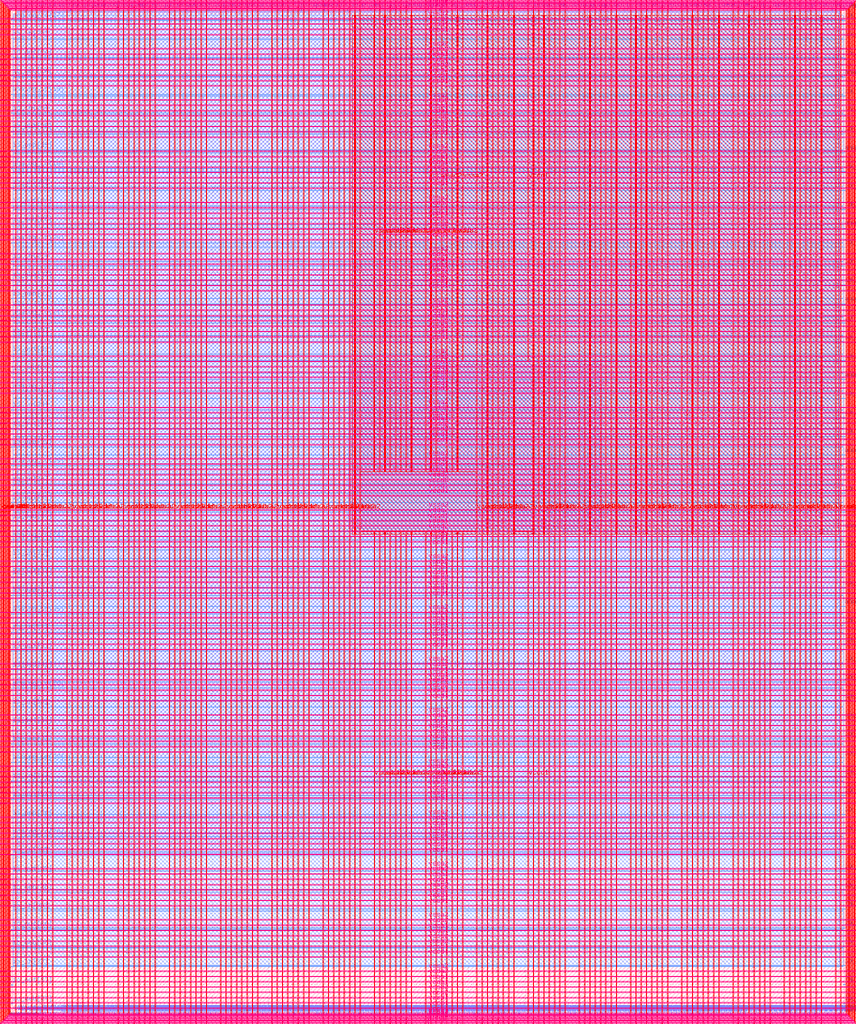
<source format=lef>
VERSION 5.7 ;
  NOWIREEXTENSIONATPIN ON ;
  DIVIDERCHAR "/" ;
  BUSBITCHARS "[]" ;
MACRO user_project_wrapper
  CLASS BLOCK ;
  FOREIGN user_project_wrapper ;
  ORIGIN 0.000 0.000 ;
  SIZE 2920.000 BY 3520.000 ;
  PIN analog_io[0]
    DIRECTION INOUT ;
    USE SIGNAL ;
    PORT
      LAYER met3 ;
        RECT 2917.600 1426.380 2924.800 1427.580 ;
    END
  END analog_io[0]
  PIN analog_io[10]
    DIRECTION INOUT ;
    USE SIGNAL ;
    PORT
      LAYER met2 ;
        RECT 2230.490 3517.600 2231.050 3524.800 ;
    END
  END analog_io[10]
  PIN analog_io[11]
    DIRECTION INOUT ;
    USE SIGNAL ;
    PORT
      LAYER met2 ;
        RECT 1905.730 3517.600 1906.290 3524.800 ;
    END
  END analog_io[11]
  PIN analog_io[12]
    DIRECTION INOUT ;
    USE SIGNAL ;
    PORT
      LAYER met2 ;
        RECT 1581.430 3517.600 1581.990 3524.800 ;
    END
  END analog_io[12]
  PIN analog_io[13]
    DIRECTION INOUT ;
    USE SIGNAL ;
    PORT
      LAYER met2 ;
        RECT 1257.130 3517.600 1257.690 3524.800 ;
    END
  END analog_io[13]
  PIN analog_io[14]
    DIRECTION INOUT ;
    USE SIGNAL ;
    PORT
      LAYER met2 ;
        RECT 932.370 3517.600 932.930 3524.800 ;
    END
  END analog_io[14]
  PIN analog_io[15]
    DIRECTION INOUT ;
    USE SIGNAL ;
    PORT
      LAYER met2 ;
        RECT 608.070 3517.600 608.630 3524.800 ;
    END
  END analog_io[15]
  PIN analog_io[16]
    DIRECTION INOUT ;
    USE SIGNAL ;
    PORT
      LAYER met2 ;
        RECT 283.770 3517.600 284.330 3524.800 ;
    END
  END analog_io[16]
  PIN analog_io[17]
    DIRECTION INOUT ;
    USE SIGNAL ;
    PORT
      LAYER met3 ;
        RECT -4.800 3486.100 2.400 3487.300 ;
    END
  END analog_io[17]
  PIN analog_io[18]
    DIRECTION INOUT ;
    USE SIGNAL ;
    PORT
      LAYER met3 ;
        RECT -4.800 3224.980 2.400 3226.180 ;
    END
  END analog_io[18]
  PIN analog_io[19]
    DIRECTION INOUT ;
    USE SIGNAL ;
    PORT
      LAYER met3 ;
        RECT -4.800 2964.540 2.400 2965.740 ;
    END
  END analog_io[19]
  PIN analog_io[1]
    DIRECTION INOUT ;
    USE SIGNAL ;
    PORT
      LAYER met3 ;
        RECT 2917.600 1692.260 2924.800 1693.460 ;
    END
  END analog_io[1]
  PIN analog_io[20]
    DIRECTION INOUT ;
    USE SIGNAL ;
    PORT
      LAYER met3 ;
        RECT -4.800 2703.420 2.400 2704.620 ;
    END
  END analog_io[20]
  PIN analog_io[21]
    DIRECTION INOUT ;
    USE SIGNAL ;
    PORT
      LAYER met3 ;
        RECT -4.800 2442.980 2.400 2444.180 ;
    END
  END analog_io[21]
  PIN analog_io[22]
    DIRECTION INOUT ;
    USE SIGNAL ;
    PORT
      LAYER met3 ;
        RECT -4.800 2182.540 2.400 2183.740 ;
    END
  END analog_io[22]
  PIN analog_io[23]
    DIRECTION INOUT ;
    USE SIGNAL ;
    PORT
      LAYER met3 ;
        RECT -4.800 1921.420 2.400 1922.620 ;
    END
  END analog_io[23]
  PIN analog_io[24]
    DIRECTION INOUT ;
    USE SIGNAL ;
    PORT
      LAYER met3 ;
        RECT -4.800 1660.980 2.400 1662.180 ;
    END
  END analog_io[24]
  PIN analog_io[25]
    DIRECTION INOUT ;
    USE SIGNAL ;
    PORT
      LAYER met3 ;
        RECT -4.800 1399.860 2.400 1401.060 ;
    END
  END analog_io[25]
  PIN analog_io[26]
    DIRECTION INOUT ;
    USE SIGNAL ;
    PORT
      LAYER met3 ;
        RECT -4.800 1139.420 2.400 1140.620 ;
    END
  END analog_io[26]
  PIN analog_io[27]
    DIRECTION INOUT ;
    USE SIGNAL ;
    PORT
      LAYER met3 ;
        RECT -4.800 878.980 2.400 880.180 ;
    END
  END analog_io[27]
  PIN analog_io[28]
    DIRECTION INOUT ;
    USE SIGNAL ;
    PORT
      LAYER met3 ;
        RECT -4.800 617.860 2.400 619.060 ;
    END
  END analog_io[28]
  PIN analog_io[2]
    DIRECTION INOUT ;
    USE SIGNAL ;
    PORT
      LAYER met3 ;
        RECT 2917.600 1958.140 2924.800 1959.340 ;
    END
  END analog_io[2]
  PIN analog_io[3]
    DIRECTION INOUT ;
    USE SIGNAL ;
    PORT
      LAYER met3 ;
        RECT 2917.600 2223.340 2924.800 2224.540 ;
    END
  END analog_io[3]
  PIN analog_io[4]
    DIRECTION INOUT ;
    USE SIGNAL ;
    PORT
      LAYER met3 ;
        RECT 2917.600 2489.220 2924.800 2490.420 ;
    END
  END analog_io[4]
  PIN analog_io[5]
    DIRECTION INOUT ;
    USE SIGNAL ;
    PORT
      LAYER met3 ;
        RECT 2917.600 2755.100 2924.800 2756.300 ;
    END
  END analog_io[5]
  PIN analog_io[6]
    DIRECTION INOUT ;
    USE SIGNAL ;
    PORT
      LAYER met3 ;
        RECT 2917.600 3020.300 2924.800 3021.500 ;
    END
  END analog_io[6]
  PIN analog_io[7]
    DIRECTION INOUT ;
    USE SIGNAL ;
    PORT
      LAYER met3 ;
        RECT 2917.600 3286.180 2924.800 3287.380 ;
    END
  END analog_io[7]
  PIN analog_io[8]
    DIRECTION INOUT ;
    USE SIGNAL ;
    PORT
      LAYER met2 ;
        RECT 2879.090 3517.600 2879.650 3524.800 ;
    END
  END analog_io[8]
  PIN analog_io[9]
    DIRECTION INOUT ;
    USE SIGNAL ;
    PORT
      LAYER met2 ;
        RECT 2554.790 3517.600 2555.350 3524.800 ;
    END
  END analog_io[9]
  PIN io_in[0]
    DIRECTION INPUT ;
    USE SIGNAL ;
    PORT
      LAYER met3 ;
        RECT 2917.600 32.380 2924.800 33.580 ;
    END
  END io_in[0]
  PIN io_in[10]
    DIRECTION INPUT ;
    USE SIGNAL ;
    PORT
      LAYER met3 ;
        RECT 2917.600 2289.980 2924.800 2291.180 ;
    END
  END io_in[10]
  PIN io_in[11]
    DIRECTION INPUT ;
    USE SIGNAL ;
    PORT
      LAYER met3 ;
        RECT 2917.600 2555.860 2924.800 2557.060 ;
    END
  END io_in[11]
  PIN io_in[12]
    DIRECTION INPUT ;
    USE SIGNAL ;
    PORT
      LAYER met3 ;
        RECT 2917.600 2821.060 2924.800 2822.260 ;
    END
  END io_in[12]
  PIN io_in[13]
    DIRECTION INPUT ;
    USE SIGNAL ;
    PORT
      LAYER met3 ;
        RECT 2917.600 3086.940 2924.800 3088.140 ;
    END
  END io_in[13]
  PIN io_in[14]
    DIRECTION INPUT ;
    USE SIGNAL ;
    PORT
      LAYER met3 ;
        RECT 2917.600 3352.820 2924.800 3354.020 ;
    END
  END io_in[14]
  PIN io_in[15]
    DIRECTION INPUT ;
    USE SIGNAL ;
    PORT
      LAYER met2 ;
        RECT 2798.130 3517.600 2798.690 3524.800 ;
    END
  END io_in[15]
  PIN io_in[16]
    DIRECTION INPUT ;
    USE SIGNAL ;
    PORT
      LAYER met2 ;
        RECT 2473.830 3517.600 2474.390 3524.800 ;
    END
  END io_in[16]
  PIN io_in[17]
    DIRECTION INPUT ;
    USE SIGNAL ;
    PORT
      LAYER met2 ;
        RECT 2149.070 3517.600 2149.630 3524.800 ;
    END
  END io_in[17]
  PIN io_in[18]
    DIRECTION INPUT ;
    USE SIGNAL ;
    PORT
      LAYER met2 ;
        RECT 1824.770 3517.600 1825.330 3524.800 ;
    END
  END io_in[18]
  PIN io_in[19]
    DIRECTION INPUT ;
    USE SIGNAL ;
    PORT
      LAYER met2 ;
        RECT 1500.470 3517.600 1501.030 3524.800 ;
    END
  END io_in[19]
  PIN io_in[1]
    DIRECTION INPUT ;
    USE SIGNAL ;
    PORT
      LAYER met3 ;
        RECT 2917.600 230.940 2924.800 232.140 ;
    END
  END io_in[1]
  PIN io_in[20]
    DIRECTION INPUT ;
    USE SIGNAL ;
    PORT
      LAYER met2 ;
        RECT 1175.710 3517.600 1176.270 3524.800 ;
    END
  END io_in[20]
  PIN io_in[21]
    DIRECTION INPUT ;
    USE SIGNAL ;
    PORT
      LAYER met2 ;
        RECT 851.410 3517.600 851.970 3524.800 ;
    END
  END io_in[21]
  PIN io_in[22]
    DIRECTION INPUT ;
    USE SIGNAL ;
    PORT
      LAYER met2 ;
        RECT 527.110 3517.600 527.670 3524.800 ;
    END
  END io_in[22]
  PIN io_in[23]
    DIRECTION INPUT ;
    USE SIGNAL ;
    PORT
      LAYER met2 ;
        RECT 202.350 3517.600 202.910 3524.800 ;
    END
  END io_in[23]
  PIN io_in[24]
    DIRECTION INPUT ;
    USE SIGNAL ;
    PORT
      LAYER met3 ;
        RECT -4.800 3420.820 2.400 3422.020 ;
    END
  END io_in[24]
  PIN io_in[25]
    DIRECTION INPUT ;
    USE SIGNAL ;
    PORT
      LAYER met3 ;
        RECT -4.800 3159.700 2.400 3160.900 ;
    END
  END io_in[25]
  PIN io_in[26]
    DIRECTION INPUT ;
    USE SIGNAL ;
    PORT
      LAYER met3 ;
        RECT -4.800 2899.260 2.400 2900.460 ;
    END
  END io_in[26]
  PIN io_in[27]
    DIRECTION INPUT ;
    USE SIGNAL ;
    PORT
      LAYER met3 ;
        RECT -4.800 2638.820 2.400 2640.020 ;
    END
  END io_in[27]
  PIN io_in[28]
    DIRECTION INPUT ;
    USE SIGNAL ;
    PORT
      LAYER met3 ;
        RECT -4.800 2377.700 2.400 2378.900 ;
    END
  END io_in[28]
  PIN io_in[29]
    DIRECTION INPUT ;
    USE SIGNAL ;
    PORT
      LAYER met3 ;
        RECT -4.800 2117.260 2.400 2118.460 ;
    END
  END io_in[29]
  PIN io_in[2]
    DIRECTION INPUT ;
    USE SIGNAL ;
    PORT
      LAYER met3 ;
        RECT 2917.600 430.180 2924.800 431.380 ;
    END
  END io_in[2]
  PIN io_in[30]
    DIRECTION INPUT ;
    USE SIGNAL ;
    PORT
      LAYER met3 ;
        RECT -4.800 1856.140 2.400 1857.340 ;
    END
  END io_in[30]
  PIN io_in[31]
    DIRECTION INPUT ;
    USE SIGNAL ;
    PORT
      LAYER met3 ;
        RECT -4.800 1595.700 2.400 1596.900 ;
    END
  END io_in[31]
  PIN io_in[32]
    DIRECTION INPUT ;
    USE SIGNAL ;
    PORT
      LAYER met3 ;
        RECT -4.800 1335.260 2.400 1336.460 ;
    END
  END io_in[32]
  PIN io_in[33]
    DIRECTION INPUT ;
    USE SIGNAL ;
    PORT
      LAYER met3 ;
        RECT -4.800 1074.140 2.400 1075.340 ;
    END
  END io_in[33]
  PIN io_in[34]
    DIRECTION INPUT ;
    USE SIGNAL ;
    PORT
      LAYER met3 ;
        RECT -4.800 813.700 2.400 814.900 ;
    END
  END io_in[34]
  PIN io_in[35]
    DIRECTION INPUT ;
    USE SIGNAL ;
    PORT
      LAYER met3 ;
        RECT -4.800 552.580 2.400 553.780 ;
    END
  END io_in[35]
  PIN io_in[36]
    DIRECTION INPUT ;
    USE SIGNAL ;
    PORT
      LAYER met3 ;
        RECT -4.800 357.420 2.400 358.620 ;
    END
  END io_in[36]
  PIN io_in[37]
    DIRECTION INPUT ;
    USE SIGNAL ;
    PORT
      LAYER met3 ;
        RECT -4.800 161.580 2.400 162.780 ;
    END
  END io_in[37]
  PIN io_in[3]
    DIRECTION INPUT ;
    USE SIGNAL ;
    PORT
      LAYER met3 ;
        RECT 2917.600 629.420 2924.800 630.620 ;
    END
  END io_in[3]
  PIN io_in[4]
    DIRECTION INPUT ;
    USE SIGNAL ;
    PORT
      LAYER met3 ;
        RECT 2917.600 828.660 2924.800 829.860 ;
    END
  END io_in[4]
  PIN io_in[5]
    DIRECTION INPUT ;
    USE SIGNAL ;
    PORT
      LAYER met3 ;
        RECT 2917.600 1027.900 2924.800 1029.100 ;
    END
  END io_in[5]
  PIN io_in[6]
    DIRECTION INPUT ;
    USE SIGNAL ;
    PORT
      LAYER met3 ;
        RECT 2917.600 1227.140 2924.800 1228.340 ;
    END
  END io_in[6]
  PIN io_in[7]
    DIRECTION INPUT ;
    USE SIGNAL ;
    PORT
      LAYER met3 ;
        RECT 2917.600 1493.020 2924.800 1494.220 ;
    END
  END io_in[7]
  PIN io_in[8]
    DIRECTION INPUT ;
    USE SIGNAL ;
    PORT
      LAYER met3 ;
        RECT 2917.600 1758.900 2924.800 1760.100 ;
    END
  END io_in[8]
  PIN io_in[9]
    DIRECTION INPUT ;
    USE SIGNAL ;
    PORT
      LAYER met3 ;
        RECT 2917.600 2024.100 2924.800 2025.300 ;
    END
  END io_in[9]
  PIN io_oeb[0]
    DIRECTION OUTPUT TRISTATE ;
    USE SIGNAL ;
    PORT
      LAYER met3 ;
        RECT 2917.600 164.980 2924.800 166.180 ;
    END
  END io_oeb[0]
  PIN io_oeb[10]
    DIRECTION OUTPUT TRISTATE ;
    USE SIGNAL ;
    PORT
      LAYER met3 ;
        RECT 2917.600 2422.580 2924.800 2423.780 ;
    END
  END io_oeb[10]
  PIN io_oeb[11]
    DIRECTION OUTPUT TRISTATE ;
    USE SIGNAL ;
    PORT
      LAYER met3 ;
        RECT 2917.600 2688.460 2924.800 2689.660 ;
    END
  END io_oeb[11]
  PIN io_oeb[12]
    DIRECTION OUTPUT TRISTATE ;
    USE SIGNAL ;
    PORT
      LAYER met3 ;
        RECT 2917.600 2954.340 2924.800 2955.540 ;
    END
  END io_oeb[12]
  PIN io_oeb[13]
    DIRECTION OUTPUT TRISTATE ;
    USE SIGNAL ;
    PORT
      LAYER met3 ;
        RECT 2917.600 3219.540 2924.800 3220.740 ;
    END
  END io_oeb[13]
  PIN io_oeb[14]
    DIRECTION OUTPUT TRISTATE ;
    USE SIGNAL ;
    PORT
      LAYER met3 ;
        RECT 2917.600 3485.420 2924.800 3486.620 ;
    END
  END io_oeb[14]
  PIN io_oeb[15]
    DIRECTION OUTPUT TRISTATE ;
    USE SIGNAL ;
    PORT
      LAYER met2 ;
        RECT 2635.750 3517.600 2636.310 3524.800 ;
    END
  END io_oeb[15]
  PIN io_oeb[16]
    DIRECTION OUTPUT TRISTATE ;
    USE SIGNAL ;
    PORT
      LAYER met2 ;
        RECT 2311.450 3517.600 2312.010 3524.800 ;
    END
  END io_oeb[16]
  PIN io_oeb[17]
    DIRECTION OUTPUT TRISTATE ;
    USE SIGNAL ;
    PORT
      LAYER met2 ;
        RECT 1987.150 3517.600 1987.710 3524.800 ;
    END
  END io_oeb[17]
  PIN io_oeb[18]
    DIRECTION OUTPUT TRISTATE ;
    USE SIGNAL ;
    PORT
      LAYER met2 ;
        RECT 1662.390 3517.600 1662.950 3524.800 ;
    END
  END io_oeb[18]
  PIN io_oeb[19]
    DIRECTION OUTPUT TRISTATE ;
    USE SIGNAL ;
    PORT
      LAYER met2 ;
        RECT 1338.090 3517.600 1338.650 3524.800 ;
    END
  END io_oeb[19]
  PIN io_oeb[1]
    DIRECTION OUTPUT TRISTATE ;
    USE SIGNAL ;
    PORT
      LAYER met3 ;
        RECT 2917.600 364.220 2924.800 365.420 ;
    END
  END io_oeb[1]
  PIN io_oeb[20]
    DIRECTION OUTPUT TRISTATE ;
    USE SIGNAL ;
    PORT
      LAYER met2 ;
        RECT 1013.790 3517.600 1014.350 3524.800 ;
    END
  END io_oeb[20]
  PIN io_oeb[21]
    DIRECTION OUTPUT TRISTATE ;
    USE SIGNAL ;
    PORT
      LAYER met2 ;
        RECT 689.030 3517.600 689.590 3524.800 ;
    END
  END io_oeb[21]
  PIN io_oeb[22]
    DIRECTION OUTPUT TRISTATE ;
    USE SIGNAL ;
    PORT
      LAYER met2 ;
        RECT 364.730 3517.600 365.290 3524.800 ;
    END
  END io_oeb[22]
  PIN io_oeb[23]
    DIRECTION OUTPUT TRISTATE ;
    USE SIGNAL ;
    PORT
      LAYER met2 ;
        RECT 40.430 3517.600 40.990 3524.800 ;
    END
  END io_oeb[23]
  PIN io_oeb[24]
    DIRECTION OUTPUT TRISTATE ;
    USE SIGNAL ;
    PORT
      LAYER met3 ;
        RECT -4.800 3290.260 2.400 3291.460 ;
    END
  END io_oeb[24]
  PIN io_oeb[25]
    DIRECTION OUTPUT TRISTATE ;
    USE SIGNAL ;
    PORT
      LAYER met3 ;
        RECT -4.800 3029.820 2.400 3031.020 ;
    END
  END io_oeb[25]
  PIN io_oeb[26]
    DIRECTION OUTPUT TRISTATE ;
    USE SIGNAL ;
    PORT
      LAYER met3 ;
        RECT -4.800 2768.700 2.400 2769.900 ;
    END
  END io_oeb[26]
  PIN io_oeb[27]
    DIRECTION OUTPUT TRISTATE ;
    USE SIGNAL ;
    PORT
      LAYER met3 ;
        RECT -4.800 2508.260 2.400 2509.460 ;
    END
  END io_oeb[27]
  PIN io_oeb[28]
    DIRECTION OUTPUT TRISTATE ;
    USE SIGNAL ;
    PORT
      LAYER met3 ;
        RECT -4.800 2247.140 2.400 2248.340 ;
    END
  END io_oeb[28]
  PIN io_oeb[29]
    DIRECTION OUTPUT TRISTATE ;
    USE SIGNAL ;
    PORT
      LAYER met3 ;
        RECT -4.800 1986.700 2.400 1987.900 ;
    END
  END io_oeb[29]
  PIN io_oeb[2]
    DIRECTION OUTPUT TRISTATE ;
    USE SIGNAL ;
    PORT
      LAYER met3 ;
        RECT 2917.600 563.460 2924.800 564.660 ;
    END
  END io_oeb[2]
  PIN io_oeb[30]
    DIRECTION OUTPUT TRISTATE ;
    USE SIGNAL ;
    PORT
      LAYER met3 ;
        RECT -4.800 1726.260 2.400 1727.460 ;
    END
  END io_oeb[30]
  PIN io_oeb[31]
    DIRECTION OUTPUT TRISTATE ;
    USE SIGNAL ;
    PORT
      LAYER met3 ;
        RECT -4.800 1465.140 2.400 1466.340 ;
    END
  END io_oeb[31]
  PIN io_oeb[32]
    DIRECTION OUTPUT TRISTATE ;
    USE SIGNAL ;
    PORT
      LAYER met3 ;
        RECT -4.800 1204.700 2.400 1205.900 ;
    END
  END io_oeb[32]
  PIN io_oeb[33]
    DIRECTION OUTPUT TRISTATE ;
    USE SIGNAL ;
    PORT
      LAYER met3 ;
        RECT -4.800 943.580 2.400 944.780 ;
    END
  END io_oeb[33]
  PIN io_oeb[34]
    DIRECTION OUTPUT TRISTATE ;
    USE SIGNAL ;
    PORT
      LAYER met3 ;
        RECT -4.800 683.140 2.400 684.340 ;
    END
  END io_oeb[34]
  PIN io_oeb[35]
    DIRECTION OUTPUT TRISTATE ;
    USE SIGNAL ;
    PORT
      LAYER met3 ;
        RECT -4.800 422.700 2.400 423.900 ;
    END
  END io_oeb[35]
  PIN io_oeb[36]
    DIRECTION OUTPUT TRISTATE ;
    USE SIGNAL ;
    PORT
      LAYER met3 ;
        RECT -4.800 226.860 2.400 228.060 ;
    END
  END io_oeb[36]
  PIN io_oeb[37]
    DIRECTION OUTPUT TRISTATE ;
    USE SIGNAL ;
    PORT
      LAYER met3 ;
        RECT -4.800 31.700 2.400 32.900 ;
    END
  END io_oeb[37]
  PIN io_oeb[3]
    DIRECTION OUTPUT TRISTATE ;
    USE SIGNAL ;
    PORT
      LAYER met3 ;
        RECT 2917.600 762.700 2924.800 763.900 ;
    END
  END io_oeb[3]
  PIN io_oeb[4]
    DIRECTION OUTPUT TRISTATE ;
    USE SIGNAL ;
    PORT
      LAYER met3 ;
        RECT 2917.600 961.940 2924.800 963.140 ;
    END
  END io_oeb[4]
  PIN io_oeb[5]
    DIRECTION OUTPUT TRISTATE ;
    USE SIGNAL ;
    PORT
      LAYER met3 ;
        RECT 2917.600 1161.180 2924.800 1162.380 ;
    END
  END io_oeb[5]
  PIN io_oeb[6]
    DIRECTION OUTPUT TRISTATE ;
    USE SIGNAL ;
    PORT
      LAYER met3 ;
        RECT 2917.600 1360.420 2924.800 1361.620 ;
    END
  END io_oeb[6]
  PIN io_oeb[7]
    DIRECTION OUTPUT TRISTATE ;
    USE SIGNAL ;
    PORT
      LAYER met3 ;
        RECT 2917.600 1625.620 2924.800 1626.820 ;
    END
  END io_oeb[7]
  PIN io_oeb[8]
    DIRECTION OUTPUT TRISTATE ;
    USE SIGNAL ;
    PORT
      LAYER met3 ;
        RECT 2917.600 1891.500 2924.800 1892.700 ;
    END
  END io_oeb[8]
  PIN io_oeb[9]
    DIRECTION OUTPUT TRISTATE ;
    USE SIGNAL ;
    PORT
      LAYER met3 ;
        RECT 2917.600 2157.380 2924.800 2158.580 ;
    END
  END io_oeb[9]
  PIN io_out[0]
    DIRECTION OUTPUT TRISTATE ;
    USE SIGNAL ;
    PORT
      LAYER met3 ;
        RECT 2917.600 98.340 2924.800 99.540 ;
    END
  END io_out[0]
  PIN io_out[10]
    DIRECTION OUTPUT TRISTATE ;
    USE SIGNAL ;
    PORT
      LAYER met3 ;
        RECT 2917.600 2356.620 2924.800 2357.820 ;
    END
  END io_out[10]
  PIN io_out[11]
    DIRECTION OUTPUT TRISTATE ;
    USE SIGNAL ;
    PORT
      LAYER met3 ;
        RECT 2917.600 2621.820 2924.800 2623.020 ;
    END
  END io_out[11]
  PIN io_out[12]
    DIRECTION OUTPUT TRISTATE ;
    USE SIGNAL ;
    PORT
      LAYER met3 ;
        RECT 2917.600 2887.700 2924.800 2888.900 ;
    END
  END io_out[12]
  PIN io_out[13]
    DIRECTION OUTPUT TRISTATE ;
    USE SIGNAL ;
    PORT
      LAYER met3 ;
        RECT 2917.600 3153.580 2924.800 3154.780 ;
    END
  END io_out[13]
  PIN io_out[14]
    DIRECTION OUTPUT TRISTATE ;
    USE SIGNAL ;
    PORT
      LAYER met3 ;
        RECT 2917.600 3418.780 2924.800 3419.980 ;
    END
  END io_out[14]
  PIN io_out[15]
    DIRECTION OUTPUT TRISTATE ;
    USE SIGNAL ;
    PORT
      LAYER met2 ;
        RECT 2717.170 3517.600 2717.730 3524.800 ;
    END
  END io_out[15]
  PIN io_out[16]
    DIRECTION OUTPUT TRISTATE ;
    USE SIGNAL ;
    PORT
      LAYER met2 ;
        RECT 2392.410 3517.600 2392.970 3524.800 ;
    END
  END io_out[16]
  PIN io_out[17]
    DIRECTION OUTPUT TRISTATE ;
    USE SIGNAL ;
    PORT
      LAYER met2 ;
        RECT 2068.110 3517.600 2068.670 3524.800 ;
    END
  END io_out[17]
  PIN io_out[18]
    DIRECTION OUTPUT TRISTATE ;
    USE SIGNAL ;
    PORT
      LAYER met2 ;
        RECT 1743.810 3517.600 1744.370 3524.800 ;
    END
  END io_out[18]
  PIN io_out[19]
    DIRECTION OUTPUT TRISTATE ;
    USE SIGNAL ;
    PORT
      LAYER met2 ;
        RECT 1419.050 3517.600 1419.610 3524.800 ;
    END
  END io_out[19]
  PIN io_out[1]
    DIRECTION OUTPUT TRISTATE ;
    USE SIGNAL ;
    PORT
      LAYER met3 ;
        RECT 2917.600 297.580 2924.800 298.780 ;
    END
  END io_out[1]
  PIN io_out[20]
    DIRECTION OUTPUT TRISTATE ;
    USE SIGNAL ;
    PORT
      LAYER met2 ;
        RECT 1094.750 3517.600 1095.310 3524.800 ;
    END
  END io_out[20]
  PIN io_out[21]
    DIRECTION OUTPUT TRISTATE ;
    USE SIGNAL ;
    PORT
      LAYER met2 ;
        RECT 770.450 3517.600 771.010 3524.800 ;
    END
  END io_out[21]
  PIN io_out[22]
    DIRECTION OUTPUT TRISTATE ;
    USE SIGNAL ;
    PORT
      LAYER met2 ;
        RECT 445.690 3517.600 446.250 3524.800 ;
    END
  END io_out[22]
  PIN io_out[23]
    DIRECTION OUTPUT TRISTATE ;
    USE SIGNAL ;
    PORT
      LAYER met2 ;
        RECT 121.390 3517.600 121.950 3524.800 ;
    END
  END io_out[23]
  PIN io_out[24]
    DIRECTION OUTPUT TRISTATE ;
    USE SIGNAL ;
    PORT
      LAYER met3 ;
        RECT -4.800 3355.540 2.400 3356.740 ;
    END
  END io_out[24]
  PIN io_out[25]
    DIRECTION OUTPUT TRISTATE ;
    USE SIGNAL ;
    PORT
      LAYER met3 ;
        RECT -4.800 3095.100 2.400 3096.300 ;
    END
  END io_out[25]
  PIN io_out[26]
    DIRECTION OUTPUT TRISTATE ;
    USE SIGNAL ;
    PORT
      LAYER met3 ;
        RECT -4.800 2833.980 2.400 2835.180 ;
    END
  END io_out[26]
  PIN io_out[27]
    DIRECTION OUTPUT TRISTATE ;
    USE SIGNAL ;
    PORT
      LAYER met3 ;
        RECT -4.800 2573.540 2.400 2574.740 ;
    END
  END io_out[27]
  PIN io_out[28]
    DIRECTION OUTPUT TRISTATE ;
    USE SIGNAL ;
    PORT
      LAYER met3 ;
        RECT -4.800 2312.420 2.400 2313.620 ;
    END
  END io_out[28]
  PIN io_out[29]
    DIRECTION OUTPUT TRISTATE ;
    USE SIGNAL ;
    PORT
      LAYER met3 ;
        RECT -4.800 2051.980 2.400 2053.180 ;
    END
  END io_out[29]
  PIN io_out[2]
    DIRECTION OUTPUT TRISTATE ;
    USE SIGNAL ;
    PORT
      LAYER met3 ;
        RECT 2917.600 496.820 2924.800 498.020 ;
    END
  END io_out[2]
  PIN io_out[30]
    DIRECTION OUTPUT TRISTATE ;
    USE SIGNAL ;
    PORT
      LAYER met3 ;
        RECT -4.800 1791.540 2.400 1792.740 ;
    END
  END io_out[30]
  PIN io_out[31]
    DIRECTION OUTPUT TRISTATE ;
    USE SIGNAL ;
    PORT
      LAYER met3 ;
        RECT -4.800 1530.420 2.400 1531.620 ;
    END
  END io_out[31]
  PIN io_out[32]
    DIRECTION OUTPUT TRISTATE ;
    USE SIGNAL ;
    PORT
      LAYER met3 ;
        RECT -4.800 1269.980 2.400 1271.180 ;
    END
  END io_out[32]
  PIN io_out[33]
    DIRECTION OUTPUT TRISTATE ;
    USE SIGNAL ;
    PORT
      LAYER met3 ;
        RECT -4.800 1008.860 2.400 1010.060 ;
    END
  END io_out[33]
  PIN io_out[34]
    DIRECTION OUTPUT TRISTATE ;
    USE SIGNAL ;
    PORT
      LAYER met3 ;
        RECT -4.800 748.420 2.400 749.620 ;
    END
  END io_out[34]
  PIN io_out[35]
    DIRECTION OUTPUT TRISTATE ;
    USE SIGNAL ;
    PORT
      LAYER met3 ;
        RECT -4.800 487.300 2.400 488.500 ;
    END
  END io_out[35]
  PIN io_out[36]
    DIRECTION OUTPUT TRISTATE ;
    USE SIGNAL ;
    PORT
      LAYER met3 ;
        RECT -4.800 292.140 2.400 293.340 ;
    END
  END io_out[36]
  PIN io_out[37]
    DIRECTION OUTPUT TRISTATE ;
    USE SIGNAL ;
    PORT
      LAYER met3 ;
        RECT -4.800 96.300 2.400 97.500 ;
    END
  END io_out[37]
  PIN io_out[3]
    DIRECTION OUTPUT TRISTATE ;
    USE SIGNAL ;
    PORT
      LAYER met3 ;
        RECT 2917.600 696.060 2924.800 697.260 ;
    END
  END io_out[3]
  PIN io_out[4]
    DIRECTION OUTPUT TRISTATE ;
    USE SIGNAL ;
    PORT
      LAYER met3 ;
        RECT 2917.600 895.300 2924.800 896.500 ;
    END
  END io_out[4]
  PIN io_out[5]
    DIRECTION OUTPUT TRISTATE ;
    USE SIGNAL ;
    PORT
      LAYER met3 ;
        RECT 2917.600 1094.540 2924.800 1095.740 ;
    END
  END io_out[5]
  PIN io_out[6]
    DIRECTION OUTPUT TRISTATE ;
    USE SIGNAL ;
    PORT
      LAYER met3 ;
        RECT 2917.600 1293.780 2924.800 1294.980 ;
    END
  END io_out[6]
  PIN io_out[7]
    DIRECTION OUTPUT TRISTATE ;
    USE SIGNAL ;
    PORT
      LAYER met3 ;
        RECT 2917.600 1559.660 2924.800 1560.860 ;
    END
  END io_out[7]
  PIN io_out[8]
    DIRECTION OUTPUT TRISTATE ;
    USE SIGNAL ;
    PORT
      LAYER met3 ;
        RECT 2917.600 1824.860 2924.800 1826.060 ;
    END
  END io_out[8]
  PIN io_out[9]
    DIRECTION OUTPUT TRISTATE ;
    USE SIGNAL ;
    PORT
      LAYER met3 ;
        RECT 2917.600 2090.740 2924.800 2091.940 ;
    END
  END io_out[9]
  PIN la_data_in[0]
    DIRECTION INPUT ;
    USE SIGNAL ;
    PORT
      LAYER met2 ;
        RECT 629.230 -4.800 629.790 2.400 ;
    END
  END la_data_in[0]
  PIN la_data_in[100]
    DIRECTION INPUT ;
    USE SIGNAL ;
    PORT
      LAYER met2 ;
        RECT 2402.530 -4.800 2403.090 2.400 ;
    END
  END la_data_in[100]
  PIN la_data_in[101]
    DIRECTION INPUT ;
    USE SIGNAL ;
    PORT
      LAYER met2 ;
        RECT 2420.010 -4.800 2420.570 2.400 ;
    END
  END la_data_in[101]
  PIN la_data_in[102]
    DIRECTION INPUT ;
    USE SIGNAL ;
    PORT
      LAYER met2 ;
        RECT 2437.950 -4.800 2438.510 2.400 ;
    END
  END la_data_in[102]
  PIN la_data_in[103]
    DIRECTION INPUT ;
    USE SIGNAL ;
    PORT
      LAYER met2 ;
        RECT 2455.430 -4.800 2455.990 2.400 ;
    END
  END la_data_in[103]
  PIN la_data_in[104]
    DIRECTION INPUT ;
    USE SIGNAL ;
    PORT
      LAYER met2 ;
        RECT 2473.370 -4.800 2473.930 2.400 ;
    END
  END la_data_in[104]
  PIN la_data_in[105]
    DIRECTION INPUT ;
    USE SIGNAL ;
    PORT
      LAYER met2 ;
        RECT 2490.850 -4.800 2491.410 2.400 ;
    END
  END la_data_in[105]
  PIN la_data_in[106]
    DIRECTION INPUT ;
    USE SIGNAL ;
    PORT
      LAYER met2 ;
        RECT 2508.790 -4.800 2509.350 2.400 ;
    END
  END la_data_in[106]
  PIN la_data_in[107]
    DIRECTION INPUT ;
    USE SIGNAL ;
    PORT
      LAYER met2 ;
        RECT 2526.730 -4.800 2527.290 2.400 ;
    END
  END la_data_in[107]
  PIN la_data_in[108]
    DIRECTION INPUT ;
    USE SIGNAL ;
    PORT
      LAYER met2 ;
        RECT 2544.210 -4.800 2544.770 2.400 ;
    END
  END la_data_in[108]
  PIN la_data_in[109]
    DIRECTION INPUT ;
    USE SIGNAL ;
    PORT
      LAYER met2 ;
        RECT 2562.150 -4.800 2562.710 2.400 ;
    END
  END la_data_in[109]
  PIN la_data_in[10]
    DIRECTION INPUT ;
    USE SIGNAL ;
    PORT
      LAYER met2 ;
        RECT 806.330 -4.800 806.890 2.400 ;
    END
  END la_data_in[10]
  PIN la_data_in[110]
    DIRECTION INPUT ;
    USE SIGNAL ;
    PORT
      LAYER met2 ;
        RECT 2579.630 -4.800 2580.190 2.400 ;
    END
  END la_data_in[110]
  PIN la_data_in[111]
    DIRECTION INPUT ;
    USE SIGNAL ;
    PORT
      LAYER met2 ;
        RECT 2597.570 -4.800 2598.130 2.400 ;
    END
  END la_data_in[111]
  PIN la_data_in[112]
    DIRECTION INPUT ;
    USE SIGNAL ;
    PORT
      LAYER met2 ;
        RECT 2615.050 -4.800 2615.610 2.400 ;
    END
  END la_data_in[112]
  PIN la_data_in[113]
    DIRECTION INPUT ;
    USE SIGNAL ;
    PORT
      LAYER met2 ;
        RECT 2632.990 -4.800 2633.550 2.400 ;
    END
  END la_data_in[113]
  PIN la_data_in[114]
    DIRECTION INPUT ;
    USE SIGNAL ;
    PORT
      LAYER met2 ;
        RECT 2650.470 -4.800 2651.030 2.400 ;
    END
  END la_data_in[114]
  PIN la_data_in[115]
    DIRECTION INPUT ;
    USE SIGNAL ;
    PORT
      LAYER met2 ;
        RECT 2668.410 -4.800 2668.970 2.400 ;
    END
  END la_data_in[115]
  PIN la_data_in[116]
    DIRECTION INPUT ;
    USE SIGNAL ;
    PORT
      LAYER met2 ;
        RECT 2685.890 -4.800 2686.450 2.400 ;
    END
  END la_data_in[116]
  PIN la_data_in[117]
    DIRECTION INPUT ;
    USE SIGNAL ;
    PORT
      LAYER met2 ;
        RECT 2703.830 -4.800 2704.390 2.400 ;
    END
  END la_data_in[117]
  PIN la_data_in[118]
    DIRECTION INPUT ;
    USE SIGNAL ;
    PORT
      LAYER met2 ;
        RECT 2721.770 -4.800 2722.330 2.400 ;
    END
  END la_data_in[118]
  PIN la_data_in[119]
    DIRECTION INPUT ;
    USE SIGNAL ;
    PORT
      LAYER met2 ;
        RECT 2739.250 -4.800 2739.810 2.400 ;
    END
  END la_data_in[119]
  PIN la_data_in[11]
    DIRECTION INPUT ;
    USE SIGNAL ;
    PORT
      LAYER met2 ;
        RECT 824.270 -4.800 824.830 2.400 ;
    END
  END la_data_in[11]
  PIN la_data_in[120]
    DIRECTION INPUT ;
    USE SIGNAL ;
    PORT
      LAYER met2 ;
        RECT 2757.190 -4.800 2757.750 2.400 ;
    END
  END la_data_in[120]
  PIN la_data_in[121]
    DIRECTION INPUT ;
    USE SIGNAL ;
    PORT
      LAYER met2 ;
        RECT 2774.670 -4.800 2775.230 2.400 ;
    END
  END la_data_in[121]
  PIN la_data_in[122]
    DIRECTION INPUT ;
    USE SIGNAL ;
    PORT
      LAYER met2 ;
        RECT 2792.610 -4.800 2793.170 2.400 ;
    END
  END la_data_in[122]
  PIN la_data_in[123]
    DIRECTION INPUT ;
    USE SIGNAL ;
    PORT
      LAYER met2 ;
        RECT 2810.090 -4.800 2810.650 2.400 ;
    END
  END la_data_in[123]
  PIN la_data_in[124]
    DIRECTION INPUT ;
    USE SIGNAL ;
    PORT
      LAYER met2 ;
        RECT 2828.030 -4.800 2828.590 2.400 ;
    END
  END la_data_in[124]
  PIN la_data_in[125]
    DIRECTION INPUT ;
    USE SIGNAL ;
    PORT
      LAYER met2 ;
        RECT 2845.510 -4.800 2846.070 2.400 ;
    END
  END la_data_in[125]
  PIN la_data_in[126]
    DIRECTION INPUT ;
    USE SIGNAL ;
    PORT
      LAYER met2 ;
        RECT 2863.450 -4.800 2864.010 2.400 ;
    END
  END la_data_in[126]
  PIN la_data_in[127]
    DIRECTION INPUT ;
    USE SIGNAL ;
    PORT
      LAYER met2 ;
        RECT 2881.390 -4.800 2881.950 2.400 ;
    END
  END la_data_in[127]
  PIN la_data_in[12]
    DIRECTION INPUT ;
    USE SIGNAL ;
    PORT
      LAYER met2 ;
        RECT 841.750 -4.800 842.310 2.400 ;
    END
  END la_data_in[12]
  PIN la_data_in[13]
    DIRECTION INPUT ;
    USE SIGNAL ;
    PORT
      LAYER met2 ;
        RECT 859.690 -4.800 860.250 2.400 ;
    END
  END la_data_in[13]
  PIN la_data_in[14]
    DIRECTION INPUT ;
    USE SIGNAL ;
    PORT
      LAYER met2 ;
        RECT 877.170 -4.800 877.730 2.400 ;
    END
  END la_data_in[14]
  PIN la_data_in[15]
    DIRECTION INPUT ;
    USE SIGNAL ;
    PORT
      LAYER met2 ;
        RECT 895.110 -4.800 895.670 2.400 ;
    END
  END la_data_in[15]
  PIN la_data_in[16]
    DIRECTION INPUT ;
    USE SIGNAL ;
    PORT
      LAYER met2 ;
        RECT 912.590 -4.800 913.150 2.400 ;
    END
  END la_data_in[16]
  PIN la_data_in[17]
    DIRECTION INPUT ;
    USE SIGNAL ;
    PORT
      LAYER met2 ;
        RECT 930.530 -4.800 931.090 2.400 ;
    END
  END la_data_in[17]
  PIN la_data_in[18]
    DIRECTION INPUT ;
    USE SIGNAL ;
    PORT
      LAYER met2 ;
        RECT 948.470 -4.800 949.030 2.400 ;
    END
  END la_data_in[18]
  PIN la_data_in[19]
    DIRECTION INPUT ;
    USE SIGNAL ;
    PORT
      LAYER met2 ;
        RECT 965.950 -4.800 966.510 2.400 ;
    END
  END la_data_in[19]
  PIN la_data_in[1]
    DIRECTION INPUT ;
    USE SIGNAL ;
    PORT
      LAYER met2 ;
        RECT 646.710 -4.800 647.270 2.400 ;
    END
  END la_data_in[1]
  PIN la_data_in[20]
    DIRECTION INPUT ;
    USE SIGNAL ;
    PORT
      LAYER met2 ;
        RECT 983.890 -4.800 984.450 2.400 ;
    END
  END la_data_in[20]
  PIN la_data_in[21]
    DIRECTION INPUT ;
    USE SIGNAL ;
    PORT
      LAYER met2 ;
        RECT 1001.370 -4.800 1001.930 2.400 ;
    END
  END la_data_in[21]
  PIN la_data_in[22]
    DIRECTION INPUT ;
    USE SIGNAL ;
    PORT
      LAYER met2 ;
        RECT 1019.310 -4.800 1019.870 2.400 ;
    END
  END la_data_in[22]
  PIN la_data_in[23]
    DIRECTION INPUT ;
    USE SIGNAL ;
    PORT
      LAYER met2 ;
        RECT 1036.790 -4.800 1037.350 2.400 ;
    END
  END la_data_in[23]
  PIN la_data_in[24]
    DIRECTION INPUT ;
    USE SIGNAL ;
    PORT
      LAYER met2 ;
        RECT 1054.730 -4.800 1055.290 2.400 ;
    END
  END la_data_in[24]
  PIN la_data_in[25]
    DIRECTION INPUT ;
    USE SIGNAL ;
    PORT
      LAYER met2 ;
        RECT 1072.210 -4.800 1072.770 2.400 ;
    END
  END la_data_in[25]
  PIN la_data_in[26]
    DIRECTION INPUT ;
    USE SIGNAL ;
    PORT
      LAYER met2 ;
        RECT 1090.150 -4.800 1090.710 2.400 ;
    END
  END la_data_in[26]
  PIN la_data_in[27]
    DIRECTION INPUT ;
    USE SIGNAL ;
    PORT
      LAYER met2 ;
        RECT 1107.630 -4.800 1108.190 2.400 ;
    END
  END la_data_in[27]
  PIN la_data_in[28]
    DIRECTION INPUT ;
    USE SIGNAL ;
    PORT
      LAYER met2 ;
        RECT 1125.570 -4.800 1126.130 2.400 ;
    END
  END la_data_in[28]
  PIN la_data_in[29]
    DIRECTION INPUT ;
    USE SIGNAL ;
    PORT
      LAYER met2 ;
        RECT 1143.510 -4.800 1144.070 2.400 ;
    END
  END la_data_in[29]
  PIN la_data_in[2]
    DIRECTION INPUT ;
    USE SIGNAL ;
    PORT
      LAYER met2 ;
        RECT 664.650 -4.800 665.210 2.400 ;
    END
  END la_data_in[2]
  PIN la_data_in[30]
    DIRECTION INPUT ;
    USE SIGNAL ;
    PORT
      LAYER met2 ;
        RECT 1160.990 -4.800 1161.550 2.400 ;
    END
  END la_data_in[30]
  PIN la_data_in[31]
    DIRECTION INPUT ;
    USE SIGNAL ;
    PORT
      LAYER met2 ;
        RECT 1178.930 -4.800 1179.490 2.400 ;
    END
  END la_data_in[31]
  PIN la_data_in[32]
    DIRECTION INPUT ;
    USE SIGNAL ;
    PORT
      LAYER met2 ;
        RECT 1196.410 -4.800 1196.970 2.400 ;
    END
  END la_data_in[32]
  PIN la_data_in[33]
    DIRECTION INPUT ;
    USE SIGNAL ;
    PORT
      LAYER met2 ;
        RECT 1214.350 -4.800 1214.910 2.400 ;
    END
  END la_data_in[33]
  PIN la_data_in[34]
    DIRECTION INPUT ;
    USE SIGNAL ;
    PORT
      LAYER met2 ;
        RECT 1231.830 -4.800 1232.390 2.400 ;
    END
  END la_data_in[34]
  PIN la_data_in[35]
    DIRECTION INPUT ;
    USE SIGNAL ;
    PORT
      LAYER met2 ;
        RECT 1249.770 -4.800 1250.330 2.400 ;
    END
  END la_data_in[35]
  PIN la_data_in[36]
    DIRECTION INPUT ;
    USE SIGNAL ;
    PORT
      LAYER met2 ;
        RECT 1267.250 -4.800 1267.810 2.400 ;
    END
  END la_data_in[36]
  PIN la_data_in[37]
    DIRECTION INPUT ;
    USE SIGNAL ;
    PORT
      LAYER met2 ;
        RECT 1285.190 -4.800 1285.750 2.400 ;
    END
  END la_data_in[37]
  PIN la_data_in[38]
    DIRECTION INPUT ;
    USE SIGNAL ;
    PORT
      LAYER met2 ;
        RECT 1303.130 -4.800 1303.690 2.400 ;
    END
  END la_data_in[38]
  PIN la_data_in[39]
    DIRECTION INPUT ;
    USE SIGNAL ;
    PORT
      LAYER met2 ;
        RECT 1320.610 -4.800 1321.170 2.400 ;
    END
  END la_data_in[39]
  PIN la_data_in[3]
    DIRECTION INPUT ;
    USE SIGNAL ;
    PORT
      LAYER met2 ;
        RECT 682.130 -4.800 682.690 2.400 ;
    END
  END la_data_in[3]
  PIN la_data_in[40]
    DIRECTION INPUT ;
    USE SIGNAL ;
    PORT
      LAYER met2 ;
        RECT 1338.550 -4.800 1339.110 2.400 ;
    END
  END la_data_in[40]
  PIN la_data_in[41]
    DIRECTION INPUT ;
    USE SIGNAL ;
    PORT
      LAYER met2 ;
        RECT 1356.030 -4.800 1356.590 2.400 ;
    END
  END la_data_in[41]
  PIN la_data_in[42]
    DIRECTION INPUT ;
    USE SIGNAL ;
    PORT
      LAYER met2 ;
        RECT 1373.970 -4.800 1374.530 2.400 ;
    END
  END la_data_in[42]
  PIN la_data_in[43]
    DIRECTION INPUT ;
    USE SIGNAL ;
    PORT
      LAYER met2 ;
        RECT 1391.450 -4.800 1392.010 2.400 ;
    END
  END la_data_in[43]
  PIN la_data_in[44]
    DIRECTION INPUT ;
    USE SIGNAL ;
    PORT
      LAYER met2 ;
        RECT 1409.390 -4.800 1409.950 2.400 ;
    END
  END la_data_in[44]
  PIN la_data_in[45]
    DIRECTION INPUT ;
    USE SIGNAL ;
    PORT
      LAYER met2 ;
        RECT 1426.870 -4.800 1427.430 2.400 ;
    END
  END la_data_in[45]
  PIN la_data_in[46]
    DIRECTION INPUT ;
    USE SIGNAL ;
    PORT
      LAYER met2 ;
        RECT 1444.810 -4.800 1445.370 2.400 ;
    END
  END la_data_in[46]
  PIN la_data_in[47]
    DIRECTION INPUT ;
    USE SIGNAL ;
    PORT
      LAYER met2 ;
        RECT 1462.750 -4.800 1463.310 2.400 ;
    END
  END la_data_in[47]
  PIN la_data_in[48]
    DIRECTION INPUT ;
    USE SIGNAL ;
    PORT
      LAYER met2 ;
        RECT 1480.230 -4.800 1480.790 2.400 ;
    END
  END la_data_in[48]
  PIN la_data_in[49]
    DIRECTION INPUT ;
    USE SIGNAL ;
    PORT
      LAYER met2 ;
        RECT 1498.170 -4.800 1498.730 2.400 ;
    END
  END la_data_in[49]
  PIN la_data_in[4]
    DIRECTION INPUT ;
    USE SIGNAL ;
    PORT
      LAYER met2 ;
        RECT 700.070 -4.800 700.630 2.400 ;
    END
  END la_data_in[4]
  PIN la_data_in[50]
    DIRECTION INPUT ;
    USE SIGNAL ;
    PORT
      LAYER met2 ;
        RECT 1515.650 -4.800 1516.210 2.400 ;
    END
  END la_data_in[50]
  PIN la_data_in[51]
    DIRECTION INPUT ;
    USE SIGNAL ;
    PORT
      LAYER met2 ;
        RECT 1533.590 -4.800 1534.150 2.400 ;
    END
  END la_data_in[51]
  PIN la_data_in[52]
    DIRECTION INPUT ;
    USE SIGNAL ;
    PORT
      LAYER met2 ;
        RECT 1551.070 -4.800 1551.630 2.400 ;
    END
  END la_data_in[52]
  PIN la_data_in[53]
    DIRECTION INPUT ;
    USE SIGNAL ;
    PORT
      LAYER met2 ;
        RECT 1569.010 -4.800 1569.570 2.400 ;
    END
  END la_data_in[53]
  PIN la_data_in[54]
    DIRECTION INPUT ;
    USE SIGNAL ;
    PORT
      LAYER met2 ;
        RECT 1586.490 -4.800 1587.050 2.400 ;
    END
  END la_data_in[54]
  PIN la_data_in[55]
    DIRECTION INPUT ;
    USE SIGNAL ;
    PORT
      LAYER met2 ;
        RECT 1604.430 -4.800 1604.990 2.400 ;
    END
  END la_data_in[55]
  PIN la_data_in[56]
    DIRECTION INPUT ;
    USE SIGNAL ;
    PORT
      LAYER met2 ;
        RECT 1621.910 -4.800 1622.470 2.400 ;
    END
  END la_data_in[56]
  PIN la_data_in[57]
    DIRECTION INPUT ;
    USE SIGNAL ;
    PORT
      LAYER met2 ;
        RECT 1639.850 -4.800 1640.410 2.400 ;
    END
  END la_data_in[57]
  PIN la_data_in[58]
    DIRECTION INPUT ;
    USE SIGNAL ;
    PORT
      LAYER met2 ;
        RECT 1657.790 -4.800 1658.350 2.400 ;
    END
  END la_data_in[58]
  PIN la_data_in[59]
    DIRECTION INPUT ;
    USE SIGNAL ;
    PORT
      LAYER met2 ;
        RECT 1675.270 -4.800 1675.830 2.400 ;
    END
  END la_data_in[59]
  PIN la_data_in[5]
    DIRECTION INPUT ;
    USE SIGNAL ;
    PORT
      LAYER met2 ;
        RECT 717.550 -4.800 718.110 2.400 ;
    END
  END la_data_in[5]
  PIN la_data_in[60]
    DIRECTION INPUT ;
    USE SIGNAL ;
    PORT
      LAYER met2 ;
        RECT 1693.210 -4.800 1693.770 2.400 ;
    END
  END la_data_in[60]
  PIN la_data_in[61]
    DIRECTION INPUT ;
    USE SIGNAL ;
    PORT
      LAYER met2 ;
        RECT 1710.690 -4.800 1711.250 2.400 ;
    END
  END la_data_in[61]
  PIN la_data_in[62]
    DIRECTION INPUT ;
    USE SIGNAL ;
    PORT
      LAYER met2 ;
        RECT 1728.630 -4.800 1729.190 2.400 ;
    END
  END la_data_in[62]
  PIN la_data_in[63]
    DIRECTION INPUT ;
    USE SIGNAL ;
    PORT
      LAYER met2 ;
        RECT 1746.110 -4.800 1746.670 2.400 ;
    END
  END la_data_in[63]
  PIN la_data_in[64]
    DIRECTION INPUT ;
    USE SIGNAL ;
    PORT
      LAYER met2 ;
        RECT 1764.050 -4.800 1764.610 2.400 ;
    END
  END la_data_in[64]
  PIN la_data_in[65]
    DIRECTION INPUT ;
    USE SIGNAL ;
    PORT
      LAYER met2 ;
        RECT 1781.530 -4.800 1782.090 2.400 ;
    END
  END la_data_in[65]
  PIN la_data_in[66]
    DIRECTION INPUT ;
    USE SIGNAL ;
    PORT
      LAYER met2 ;
        RECT 1799.470 -4.800 1800.030 2.400 ;
    END
  END la_data_in[66]
  PIN la_data_in[67]
    DIRECTION INPUT ;
    USE SIGNAL ;
    PORT
      LAYER met2 ;
        RECT 1817.410 -4.800 1817.970 2.400 ;
    END
  END la_data_in[67]
  PIN la_data_in[68]
    DIRECTION INPUT ;
    USE SIGNAL ;
    PORT
      LAYER met2 ;
        RECT 1834.890 -4.800 1835.450 2.400 ;
    END
  END la_data_in[68]
  PIN la_data_in[69]
    DIRECTION INPUT ;
    USE SIGNAL ;
    PORT
      LAYER met2 ;
        RECT 1852.830 -4.800 1853.390 2.400 ;
    END
  END la_data_in[69]
  PIN la_data_in[6]
    DIRECTION INPUT ;
    USE SIGNAL ;
    PORT
      LAYER met2 ;
        RECT 735.490 -4.800 736.050 2.400 ;
    END
  END la_data_in[6]
  PIN la_data_in[70]
    DIRECTION INPUT ;
    USE SIGNAL ;
    PORT
      LAYER met2 ;
        RECT 1870.310 -4.800 1870.870 2.400 ;
    END
  END la_data_in[70]
  PIN la_data_in[71]
    DIRECTION INPUT ;
    USE SIGNAL ;
    PORT
      LAYER met2 ;
        RECT 1888.250 -4.800 1888.810 2.400 ;
    END
  END la_data_in[71]
  PIN la_data_in[72]
    DIRECTION INPUT ;
    USE SIGNAL ;
    PORT
      LAYER met2 ;
        RECT 1905.730 -4.800 1906.290 2.400 ;
    END
  END la_data_in[72]
  PIN la_data_in[73]
    DIRECTION INPUT ;
    USE SIGNAL ;
    PORT
      LAYER met2 ;
        RECT 1923.670 -4.800 1924.230 2.400 ;
    END
  END la_data_in[73]
  PIN la_data_in[74]
    DIRECTION INPUT ;
    USE SIGNAL ;
    PORT
      LAYER met2 ;
        RECT 1941.150 -4.800 1941.710 2.400 ;
    END
  END la_data_in[74]
  PIN la_data_in[75]
    DIRECTION INPUT ;
    USE SIGNAL ;
    PORT
      LAYER met2 ;
        RECT 1959.090 -4.800 1959.650 2.400 ;
    END
  END la_data_in[75]
  PIN la_data_in[76]
    DIRECTION INPUT ;
    USE SIGNAL ;
    PORT
      LAYER met2 ;
        RECT 1976.570 -4.800 1977.130 2.400 ;
    END
  END la_data_in[76]
  PIN la_data_in[77]
    DIRECTION INPUT ;
    USE SIGNAL ;
    PORT
      LAYER met2 ;
        RECT 1994.510 -4.800 1995.070 2.400 ;
    END
  END la_data_in[77]
  PIN la_data_in[78]
    DIRECTION INPUT ;
    USE SIGNAL ;
    PORT
      LAYER met2 ;
        RECT 2012.450 -4.800 2013.010 2.400 ;
    END
  END la_data_in[78]
  PIN la_data_in[79]
    DIRECTION INPUT ;
    USE SIGNAL ;
    PORT
      LAYER met2 ;
        RECT 2029.930 -4.800 2030.490 2.400 ;
    END
  END la_data_in[79]
  PIN la_data_in[7]
    DIRECTION INPUT ;
    USE SIGNAL ;
    PORT
      LAYER met2 ;
        RECT 752.970 -4.800 753.530 2.400 ;
    END
  END la_data_in[7]
  PIN la_data_in[80]
    DIRECTION INPUT ;
    USE SIGNAL ;
    PORT
      LAYER met2 ;
        RECT 2047.870 -4.800 2048.430 2.400 ;
    END
  END la_data_in[80]
  PIN la_data_in[81]
    DIRECTION INPUT ;
    USE SIGNAL ;
    PORT
      LAYER met2 ;
        RECT 2065.350 -4.800 2065.910 2.400 ;
    END
  END la_data_in[81]
  PIN la_data_in[82]
    DIRECTION INPUT ;
    USE SIGNAL ;
    PORT
      LAYER met2 ;
        RECT 2083.290 -4.800 2083.850 2.400 ;
    END
  END la_data_in[82]
  PIN la_data_in[83]
    DIRECTION INPUT ;
    USE SIGNAL ;
    PORT
      LAYER met2 ;
        RECT 2100.770 -4.800 2101.330 2.400 ;
    END
  END la_data_in[83]
  PIN la_data_in[84]
    DIRECTION INPUT ;
    USE SIGNAL ;
    PORT
      LAYER met2 ;
        RECT 2118.710 -4.800 2119.270 2.400 ;
    END
  END la_data_in[84]
  PIN la_data_in[85]
    DIRECTION INPUT ;
    USE SIGNAL ;
    PORT
      LAYER met2 ;
        RECT 2136.190 -4.800 2136.750 2.400 ;
    END
  END la_data_in[85]
  PIN la_data_in[86]
    DIRECTION INPUT ;
    USE SIGNAL ;
    PORT
      LAYER met2 ;
        RECT 2154.130 -4.800 2154.690 2.400 ;
    END
  END la_data_in[86]
  PIN la_data_in[87]
    DIRECTION INPUT ;
    USE SIGNAL ;
    PORT
      LAYER met2 ;
        RECT 2172.070 -4.800 2172.630 2.400 ;
    END
  END la_data_in[87]
  PIN la_data_in[88]
    DIRECTION INPUT ;
    USE SIGNAL ;
    PORT
      LAYER met2 ;
        RECT 2189.550 -4.800 2190.110 2.400 ;
    END
  END la_data_in[88]
  PIN la_data_in[89]
    DIRECTION INPUT ;
    USE SIGNAL ;
    PORT
      LAYER met2 ;
        RECT 2207.490 -4.800 2208.050 2.400 ;
    END
  END la_data_in[89]
  PIN la_data_in[8]
    DIRECTION INPUT ;
    USE SIGNAL ;
    PORT
      LAYER met2 ;
        RECT 770.910 -4.800 771.470 2.400 ;
    END
  END la_data_in[8]
  PIN la_data_in[90]
    DIRECTION INPUT ;
    USE SIGNAL ;
    PORT
      LAYER met2 ;
        RECT 2224.970 -4.800 2225.530 2.400 ;
    END
  END la_data_in[90]
  PIN la_data_in[91]
    DIRECTION INPUT ;
    USE SIGNAL ;
    PORT
      LAYER met2 ;
        RECT 2242.910 -4.800 2243.470 2.400 ;
    END
  END la_data_in[91]
  PIN la_data_in[92]
    DIRECTION INPUT ;
    USE SIGNAL ;
    PORT
      LAYER met2 ;
        RECT 2260.390 -4.800 2260.950 2.400 ;
    END
  END la_data_in[92]
  PIN la_data_in[93]
    DIRECTION INPUT ;
    USE SIGNAL ;
    PORT
      LAYER met2 ;
        RECT 2278.330 -4.800 2278.890 2.400 ;
    END
  END la_data_in[93]
  PIN la_data_in[94]
    DIRECTION INPUT ;
    USE SIGNAL ;
    PORT
      LAYER met2 ;
        RECT 2295.810 -4.800 2296.370 2.400 ;
    END
  END la_data_in[94]
  PIN la_data_in[95]
    DIRECTION INPUT ;
    USE SIGNAL ;
    PORT
      LAYER met2 ;
        RECT 2313.750 -4.800 2314.310 2.400 ;
    END
  END la_data_in[95]
  PIN la_data_in[96]
    DIRECTION INPUT ;
    USE SIGNAL ;
    PORT
      LAYER met2 ;
        RECT 2331.230 -4.800 2331.790 2.400 ;
    END
  END la_data_in[96]
  PIN la_data_in[97]
    DIRECTION INPUT ;
    USE SIGNAL ;
    PORT
      LAYER met2 ;
        RECT 2349.170 -4.800 2349.730 2.400 ;
    END
  END la_data_in[97]
  PIN la_data_in[98]
    DIRECTION INPUT ;
    USE SIGNAL ;
    PORT
      LAYER met2 ;
        RECT 2367.110 -4.800 2367.670 2.400 ;
    END
  END la_data_in[98]
  PIN la_data_in[99]
    DIRECTION INPUT ;
    USE SIGNAL ;
    PORT
      LAYER met2 ;
        RECT 2384.590 -4.800 2385.150 2.400 ;
    END
  END la_data_in[99]
  PIN la_data_in[9]
    DIRECTION INPUT ;
    USE SIGNAL ;
    PORT
      LAYER met2 ;
        RECT 788.850 -4.800 789.410 2.400 ;
    END
  END la_data_in[9]
  PIN la_data_out[0]
    DIRECTION OUTPUT TRISTATE ;
    USE SIGNAL ;
    PORT
      LAYER met2 ;
        RECT 634.750 -4.800 635.310 2.400 ;
    END
  END la_data_out[0]
  PIN la_data_out[100]
    DIRECTION OUTPUT TRISTATE ;
    USE SIGNAL ;
    PORT
      LAYER met2 ;
        RECT 2408.510 -4.800 2409.070 2.400 ;
    END
  END la_data_out[100]
  PIN la_data_out[101]
    DIRECTION OUTPUT TRISTATE ;
    USE SIGNAL ;
    PORT
      LAYER met2 ;
        RECT 2425.990 -4.800 2426.550 2.400 ;
    END
  END la_data_out[101]
  PIN la_data_out[102]
    DIRECTION OUTPUT TRISTATE ;
    USE SIGNAL ;
    PORT
      LAYER met2 ;
        RECT 2443.930 -4.800 2444.490 2.400 ;
    END
  END la_data_out[102]
  PIN la_data_out[103]
    DIRECTION OUTPUT TRISTATE ;
    USE SIGNAL ;
    PORT
      LAYER met2 ;
        RECT 2461.410 -4.800 2461.970 2.400 ;
    END
  END la_data_out[103]
  PIN la_data_out[104]
    DIRECTION OUTPUT TRISTATE ;
    USE SIGNAL ;
    PORT
      LAYER met2 ;
        RECT 2479.350 -4.800 2479.910 2.400 ;
    END
  END la_data_out[104]
  PIN la_data_out[105]
    DIRECTION OUTPUT TRISTATE ;
    USE SIGNAL ;
    PORT
      LAYER met2 ;
        RECT 2496.830 -4.800 2497.390 2.400 ;
    END
  END la_data_out[105]
  PIN la_data_out[106]
    DIRECTION OUTPUT TRISTATE ;
    USE SIGNAL ;
    PORT
      LAYER met2 ;
        RECT 2514.770 -4.800 2515.330 2.400 ;
    END
  END la_data_out[106]
  PIN la_data_out[107]
    DIRECTION OUTPUT TRISTATE ;
    USE SIGNAL ;
    PORT
      LAYER met2 ;
        RECT 2532.250 -4.800 2532.810 2.400 ;
    END
  END la_data_out[107]
  PIN la_data_out[108]
    DIRECTION OUTPUT TRISTATE ;
    USE SIGNAL ;
    PORT
      LAYER met2 ;
        RECT 2550.190 -4.800 2550.750 2.400 ;
    END
  END la_data_out[108]
  PIN la_data_out[109]
    DIRECTION OUTPUT TRISTATE ;
    USE SIGNAL ;
    PORT
      LAYER met2 ;
        RECT 2567.670 -4.800 2568.230 2.400 ;
    END
  END la_data_out[109]
  PIN la_data_out[10]
    DIRECTION OUTPUT TRISTATE ;
    USE SIGNAL ;
    PORT
      LAYER met2 ;
        RECT 812.310 -4.800 812.870 2.400 ;
    END
  END la_data_out[10]
  PIN la_data_out[110]
    DIRECTION OUTPUT TRISTATE ;
    USE SIGNAL ;
    PORT
      LAYER met2 ;
        RECT 2585.610 -4.800 2586.170 2.400 ;
    END
  END la_data_out[110]
  PIN la_data_out[111]
    DIRECTION OUTPUT TRISTATE ;
    USE SIGNAL ;
    PORT
      LAYER met2 ;
        RECT 2603.550 -4.800 2604.110 2.400 ;
    END
  END la_data_out[111]
  PIN la_data_out[112]
    DIRECTION OUTPUT TRISTATE ;
    USE SIGNAL ;
    PORT
      LAYER met2 ;
        RECT 2621.030 -4.800 2621.590 2.400 ;
    END
  END la_data_out[112]
  PIN la_data_out[113]
    DIRECTION OUTPUT TRISTATE ;
    USE SIGNAL ;
    PORT
      LAYER met2 ;
        RECT 2638.970 -4.800 2639.530 2.400 ;
    END
  END la_data_out[113]
  PIN la_data_out[114]
    DIRECTION OUTPUT TRISTATE ;
    USE SIGNAL ;
    PORT
      LAYER met2 ;
        RECT 2656.450 -4.800 2657.010 2.400 ;
    END
  END la_data_out[114]
  PIN la_data_out[115]
    DIRECTION OUTPUT TRISTATE ;
    USE SIGNAL ;
    PORT
      LAYER met2 ;
        RECT 2674.390 -4.800 2674.950 2.400 ;
    END
  END la_data_out[115]
  PIN la_data_out[116]
    DIRECTION OUTPUT TRISTATE ;
    USE SIGNAL ;
    PORT
      LAYER met2 ;
        RECT 2691.870 -4.800 2692.430 2.400 ;
    END
  END la_data_out[116]
  PIN la_data_out[117]
    DIRECTION OUTPUT TRISTATE ;
    USE SIGNAL ;
    PORT
      LAYER met2 ;
        RECT 2709.810 -4.800 2710.370 2.400 ;
    END
  END la_data_out[117]
  PIN la_data_out[118]
    DIRECTION OUTPUT TRISTATE ;
    USE SIGNAL ;
    PORT
      LAYER met2 ;
        RECT 2727.290 -4.800 2727.850 2.400 ;
    END
  END la_data_out[118]
  PIN la_data_out[119]
    DIRECTION OUTPUT TRISTATE ;
    USE SIGNAL ;
    PORT
      LAYER met2 ;
        RECT 2745.230 -4.800 2745.790 2.400 ;
    END
  END la_data_out[119]
  PIN la_data_out[11]
    DIRECTION OUTPUT TRISTATE ;
    USE SIGNAL ;
    PORT
      LAYER met2 ;
        RECT 830.250 -4.800 830.810 2.400 ;
    END
  END la_data_out[11]
  PIN la_data_out[120]
    DIRECTION OUTPUT TRISTATE ;
    USE SIGNAL ;
    PORT
      LAYER met2 ;
        RECT 2763.170 -4.800 2763.730 2.400 ;
    END
  END la_data_out[120]
  PIN la_data_out[121]
    DIRECTION OUTPUT TRISTATE ;
    USE SIGNAL ;
    PORT
      LAYER met2 ;
        RECT 2780.650 -4.800 2781.210 2.400 ;
    END
  END la_data_out[121]
  PIN la_data_out[122]
    DIRECTION OUTPUT TRISTATE ;
    USE SIGNAL ;
    PORT
      LAYER met2 ;
        RECT 2798.590 -4.800 2799.150 2.400 ;
    END
  END la_data_out[122]
  PIN la_data_out[123]
    DIRECTION OUTPUT TRISTATE ;
    USE SIGNAL ;
    PORT
      LAYER met2 ;
        RECT 2816.070 -4.800 2816.630 2.400 ;
    END
  END la_data_out[123]
  PIN la_data_out[124]
    DIRECTION OUTPUT TRISTATE ;
    USE SIGNAL ;
    PORT
      LAYER met2 ;
        RECT 2834.010 -4.800 2834.570 2.400 ;
    END
  END la_data_out[124]
  PIN la_data_out[125]
    DIRECTION OUTPUT TRISTATE ;
    USE SIGNAL ;
    PORT
      LAYER met2 ;
        RECT 2851.490 -4.800 2852.050 2.400 ;
    END
  END la_data_out[125]
  PIN la_data_out[126]
    DIRECTION OUTPUT TRISTATE ;
    USE SIGNAL ;
    PORT
      LAYER met2 ;
        RECT 2869.430 -4.800 2869.990 2.400 ;
    END
  END la_data_out[126]
  PIN la_data_out[127]
    DIRECTION OUTPUT TRISTATE ;
    USE SIGNAL ;
    PORT
      LAYER met2 ;
        RECT 2886.910 -4.800 2887.470 2.400 ;
    END
  END la_data_out[127]
  PIN la_data_out[12]
    DIRECTION OUTPUT TRISTATE ;
    USE SIGNAL ;
    PORT
      LAYER met2 ;
        RECT 847.730 -4.800 848.290 2.400 ;
    END
  END la_data_out[12]
  PIN la_data_out[13]
    DIRECTION OUTPUT TRISTATE ;
    USE SIGNAL ;
    PORT
      LAYER met2 ;
        RECT 865.670 -4.800 866.230 2.400 ;
    END
  END la_data_out[13]
  PIN la_data_out[14]
    DIRECTION OUTPUT TRISTATE ;
    USE SIGNAL ;
    PORT
      LAYER met2 ;
        RECT 883.150 -4.800 883.710 2.400 ;
    END
  END la_data_out[14]
  PIN la_data_out[15]
    DIRECTION OUTPUT TRISTATE ;
    USE SIGNAL ;
    PORT
      LAYER met2 ;
        RECT 901.090 -4.800 901.650 2.400 ;
    END
  END la_data_out[15]
  PIN la_data_out[16]
    DIRECTION OUTPUT TRISTATE ;
    USE SIGNAL ;
    PORT
      LAYER met2 ;
        RECT 918.570 -4.800 919.130 2.400 ;
    END
  END la_data_out[16]
  PIN la_data_out[17]
    DIRECTION OUTPUT TRISTATE ;
    USE SIGNAL ;
    PORT
      LAYER met2 ;
        RECT 936.510 -4.800 937.070 2.400 ;
    END
  END la_data_out[17]
  PIN la_data_out[18]
    DIRECTION OUTPUT TRISTATE ;
    USE SIGNAL ;
    PORT
      LAYER met2 ;
        RECT 953.990 -4.800 954.550 2.400 ;
    END
  END la_data_out[18]
  PIN la_data_out[19]
    DIRECTION OUTPUT TRISTATE ;
    USE SIGNAL ;
    PORT
      LAYER met2 ;
        RECT 971.930 -4.800 972.490 2.400 ;
    END
  END la_data_out[19]
  PIN la_data_out[1]
    DIRECTION OUTPUT TRISTATE ;
    USE SIGNAL ;
    PORT
      LAYER met2 ;
        RECT 652.690 -4.800 653.250 2.400 ;
    END
  END la_data_out[1]
  PIN la_data_out[20]
    DIRECTION OUTPUT TRISTATE ;
    USE SIGNAL ;
    PORT
      LAYER met2 ;
        RECT 989.410 -4.800 989.970 2.400 ;
    END
  END la_data_out[20]
  PIN la_data_out[21]
    DIRECTION OUTPUT TRISTATE ;
    USE SIGNAL ;
    PORT
      LAYER met2 ;
        RECT 1007.350 -4.800 1007.910 2.400 ;
    END
  END la_data_out[21]
  PIN la_data_out[22]
    DIRECTION OUTPUT TRISTATE ;
    USE SIGNAL ;
    PORT
      LAYER met2 ;
        RECT 1025.290 -4.800 1025.850 2.400 ;
    END
  END la_data_out[22]
  PIN la_data_out[23]
    DIRECTION OUTPUT TRISTATE ;
    USE SIGNAL ;
    PORT
      LAYER met2 ;
        RECT 1042.770 -4.800 1043.330 2.400 ;
    END
  END la_data_out[23]
  PIN la_data_out[24]
    DIRECTION OUTPUT TRISTATE ;
    USE SIGNAL ;
    PORT
      LAYER met2 ;
        RECT 1060.710 -4.800 1061.270 2.400 ;
    END
  END la_data_out[24]
  PIN la_data_out[25]
    DIRECTION OUTPUT TRISTATE ;
    USE SIGNAL ;
    PORT
      LAYER met2 ;
        RECT 1078.190 -4.800 1078.750 2.400 ;
    END
  END la_data_out[25]
  PIN la_data_out[26]
    DIRECTION OUTPUT TRISTATE ;
    USE SIGNAL ;
    PORT
      LAYER met2 ;
        RECT 1096.130 -4.800 1096.690 2.400 ;
    END
  END la_data_out[26]
  PIN la_data_out[27]
    DIRECTION OUTPUT TRISTATE ;
    USE SIGNAL ;
    PORT
      LAYER met2 ;
        RECT 1113.610 -4.800 1114.170 2.400 ;
    END
  END la_data_out[27]
  PIN la_data_out[28]
    DIRECTION OUTPUT TRISTATE ;
    USE SIGNAL ;
    PORT
      LAYER met2 ;
        RECT 1131.550 -4.800 1132.110 2.400 ;
    END
  END la_data_out[28]
  PIN la_data_out[29]
    DIRECTION OUTPUT TRISTATE ;
    USE SIGNAL ;
    PORT
      LAYER met2 ;
        RECT 1149.030 -4.800 1149.590 2.400 ;
    END
  END la_data_out[29]
  PIN la_data_out[2]
    DIRECTION OUTPUT TRISTATE ;
    USE SIGNAL ;
    PORT
      LAYER met2 ;
        RECT 670.630 -4.800 671.190 2.400 ;
    END
  END la_data_out[2]
  PIN la_data_out[30]
    DIRECTION OUTPUT TRISTATE ;
    USE SIGNAL ;
    PORT
      LAYER met2 ;
        RECT 1166.970 -4.800 1167.530 2.400 ;
    END
  END la_data_out[30]
  PIN la_data_out[31]
    DIRECTION OUTPUT TRISTATE ;
    USE SIGNAL ;
    PORT
      LAYER met2 ;
        RECT 1184.910 -4.800 1185.470 2.400 ;
    END
  END la_data_out[31]
  PIN la_data_out[32]
    DIRECTION OUTPUT TRISTATE ;
    USE SIGNAL ;
    PORT
      LAYER met2 ;
        RECT 1202.390 -4.800 1202.950 2.400 ;
    END
  END la_data_out[32]
  PIN la_data_out[33]
    DIRECTION OUTPUT TRISTATE ;
    USE SIGNAL ;
    PORT
      LAYER met2 ;
        RECT 1220.330 -4.800 1220.890 2.400 ;
    END
  END la_data_out[33]
  PIN la_data_out[34]
    DIRECTION OUTPUT TRISTATE ;
    USE SIGNAL ;
    PORT
      LAYER met2 ;
        RECT 1237.810 -4.800 1238.370 2.400 ;
    END
  END la_data_out[34]
  PIN la_data_out[35]
    DIRECTION OUTPUT TRISTATE ;
    USE SIGNAL ;
    PORT
      LAYER met2 ;
        RECT 1255.750 -4.800 1256.310 2.400 ;
    END
  END la_data_out[35]
  PIN la_data_out[36]
    DIRECTION OUTPUT TRISTATE ;
    USE SIGNAL ;
    PORT
      LAYER met2 ;
        RECT 1273.230 -4.800 1273.790 2.400 ;
    END
  END la_data_out[36]
  PIN la_data_out[37]
    DIRECTION OUTPUT TRISTATE ;
    USE SIGNAL ;
    PORT
      LAYER met2 ;
        RECT 1291.170 -4.800 1291.730 2.400 ;
    END
  END la_data_out[37]
  PIN la_data_out[38]
    DIRECTION OUTPUT TRISTATE ;
    USE SIGNAL ;
    PORT
      LAYER met2 ;
        RECT 1308.650 -4.800 1309.210 2.400 ;
    END
  END la_data_out[38]
  PIN la_data_out[39]
    DIRECTION OUTPUT TRISTATE ;
    USE SIGNAL ;
    PORT
      LAYER met2 ;
        RECT 1326.590 -4.800 1327.150 2.400 ;
    END
  END la_data_out[39]
  PIN la_data_out[3]
    DIRECTION OUTPUT TRISTATE ;
    USE SIGNAL ;
    PORT
      LAYER met2 ;
        RECT 688.110 -4.800 688.670 2.400 ;
    END
  END la_data_out[3]
  PIN la_data_out[40]
    DIRECTION OUTPUT TRISTATE ;
    USE SIGNAL ;
    PORT
      LAYER met2 ;
        RECT 1344.070 -4.800 1344.630 2.400 ;
    END
  END la_data_out[40]
  PIN la_data_out[41]
    DIRECTION OUTPUT TRISTATE ;
    USE SIGNAL ;
    PORT
      LAYER met2 ;
        RECT 1362.010 -4.800 1362.570 2.400 ;
    END
  END la_data_out[41]
  PIN la_data_out[42]
    DIRECTION OUTPUT TRISTATE ;
    USE SIGNAL ;
    PORT
      LAYER met2 ;
        RECT 1379.950 -4.800 1380.510 2.400 ;
    END
  END la_data_out[42]
  PIN la_data_out[43]
    DIRECTION OUTPUT TRISTATE ;
    USE SIGNAL ;
    PORT
      LAYER met2 ;
        RECT 1397.430 -4.800 1397.990 2.400 ;
    END
  END la_data_out[43]
  PIN la_data_out[44]
    DIRECTION OUTPUT TRISTATE ;
    USE SIGNAL ;
    PORT
      LAYER met2 ;
        RECT 1415.370 -4.800 1415.930 2.400 ;
    END
  END la_data_out[44]
  PIN la_data_out[45]
    DIRECTION OUTPUT TRISTATE ;
    USE SIGNAL ;
    PORT
      LAYER met2 ;
        RECT 1432.850 -4.800 1433.410 2.400 ;
    END
  END la_data_out[45]
  PIN la_data_out[46]
    DIRECTION OUTPUT TRISTATE ;
    USE SIGNAL ;
    PORT
      LAYER met2 ;
        RECT 1450.790 -4.800 1451.350 2.400 ;
    END
  END la_data_out[46]
  PIN la_data_out[47]
    DIRECTION OUTPUT TRISTATE ;
    USE SIGNAL ;
    PORT
      LAYER met2 ;
        RECT 1468.270 -4.800 1468.830 2.400 ;
    END
  END la_data_out[47]
  PIN la_data_out[48]
    DIRECTION OUTPUT TRISTATE ;
    USE SIGNAL ;
    PORT
      LAYER met2 ;
        RECT 1486.210 -4.800 1486.770 2.400 ;
    END
  END la_data_out[48]
  PIN la_data_out[49]
    DIRECTION OUTPUT TRISTATE ;
    USE SIGNAL ;
    PORT
      LAYER met2 ;
        RECT 1503.690 -4.800 1504.250 2.400 ;
    END
  END la_data_out[49]
  PIN la_data_out[4]
    DIRECTION OUTPUT TRISTATE ;
    USE SIGNAL ;
    PORT
      LAYER met2 ;
        RECT 706.050 -4.800 706.610 2.400 ;
    END
  END la_data_out[4]
  PIN la_data_out[50]
    DIRECTION OUTPUT TRISTATE ;
    USE SIGNAL ;
    PORT
      LAYER met2 ;
        RECT 1521.630 -4.800 1522.190 2.400 ;
    END
  END la_data_out[50]
  PIN la_data_out[51]
    DIRECTION OUTPUT TRISTATE ;
    USE SIGNAL ;
    PORT
      LAYER met2 ;
        RECT 1539.570 -4.800 1540.130 2.400 ;
    END
  END la_data_out[51]
  PIN la_data_out[52]
    DIRECTION OUTPUT TRISTATE ;
    USE SIGNAL ;
    PORT
      LAYER met2 ;
        RECT 1557.050 -4.800 1557.610 2.400 ;
    END
  END la_data_out[52]
  PIN la_data_out[53]
    DIRECTION OUTPUT TRISTATE ;
    USE SIGNAL ;
    PORT
      LAYER met2 ;
        RECT 1574.990 -4.800 1575.550 2.400 ;
    END
  END la_data_out[53]
  PIN la_data_out[54]
    DIRECTION OUTPUT TRISTATE ;
    USE SIGNAL ;
    PORT
      LAYER met2 ;
        RECT 1592.470 -4.800 1593.030 2.400 ;
    END
  END la_data_out[54]
  PIN la_data_out[55]
    DIRECTION OUTPUT TRISTATE ;
    USE SIGNAL ;
    PORT
      LAYER met2 ;
        RECT 1610.410 -4.800 1610.970 2.400 ;
    END
  END la_data_out[55]
  PIN la_data_out[56]
    DIRECTION OUTPUT TRISTATE ;
    USE SIGNAL ;
    PORT
      LAYER met2 ;
        RECT 1627.890 -4.800 1628.450 2.400 ;
    END
  END la_data_out[56]
  PIN la_data_out[57]
    DIRECTION OUTPUT TRISTATE ;
    USE SIGNAL ;
    PORT
      LAYER met2 ;
        RECT 1645.830 -4.800 1646.390 2.400 ;
    END
  END la_data_out[57]
  PIN la_data_out[58]
    DIRECTION OUTPUT TRISTATE ;
    USE SIGNAL ;
    PORT
      LAYER met2 ;
        RECT 1663.310 -4.800 1663.870 2.400 ;
    END
  END la_data_out[58]
  PIN la_data_out[59]
    DIRECTION OUTPUT TRISTATE ;
    USE SIGNAL ;
    PORT
      LAYER met2 ;
        RECT 1681.250 -4.800 1681.810 2.400 ;
    END
  END la_data_out[59]
  PIN la_data_out[5]
    DIRECTION OUTPUT TRISTATE ;
    USE SIGNAL ;
    PORT
      LAYER met2 ;
        RECT 723.530 -4.800 724.090 2.400 ;
    END
  END la_data_out[5]
  PIN la_data_out[60]
    DIRECTION OUTPUT TRISTATE ;
    USE SIGNAL ;
    PORT
      LAYER met2 ;
        RECT 1699.190 -4.800 1699.750 2.400 ;
    END
  END la_data_out[60]
  PIN la_data_out[61]
    DIRECTION OUTPUT TRISTATE ;
    USE SIGNAL ;
    PORT
      LAYER met2 ;
        RECT 1716.670 -4.800 1717.230 2.400 ;
    END
  END la_data_out[61]
  PIN la_data_out[62]
    DIRECTION OUTPUT TRISTATE ;
    USE SIGNAL ;
    PORT
      LAYER met2 ;
        RECT 1734.610 -4.800 1735.170 2.400 ;
    END
  END la_data_out[62]
  PIN la_data_out[63]
    DIRECTION OUTPUT TRISTATE ;
    USE SIGNAL ;
    PORT
      LAYER met2 ;
        RECT 1752.090 -4.800 1752.650 2.400 ;
    END
  END la_data_out[63]
  PIN la_data_out[64]
    DIRECTION OUTPUT TRISTATE ;
    USE SIGNAL ;
    PORT
      LAYER met2 ;
        RECT 1770.030 -4.800 1770.590 2.400 ;
    END
  END la_data_out[64]
  PIN la_data_out[65]
    DIRECTION OUTPUT TRISTATE ;
    USE SIGNAL ;
    PORT
      LAYER met2 ;
        RECT 1787.510 -4.800 1788.070 2.400 ;
    END
  END la_data_out[65]
  PIN la_data_out[66]
    DIRECTION OUTPUT TRISTATE ;
    USE SIGNAL ;
    PORT
      LAYER met2 ;
        RECT 1805.450 -4.800 1806.010 2.400 ;
    END
  END la_data_out[66]
  PIN la_data_out[67]
    DIRECTION OUTPUT TRISTATE ;
    USE SIGNAL ;
    PORT
      LAYER met2 ;
        RECT 1822.930 -4.800 1823.490 2.400 ;
    END
  END la_data_out[67]
  PIN la_data_out[68]
    DIRECTION OUTPUT TRISTATE ;
    USE SIGNAL ;
    PORT
      LAYER met2 ;
        RECT 1840.870 -4.800 1841.430 2.400 ;
    END
  END la_data_out[68]
  PIN la_data_out[69]
    DIRECTION OUTPUT TRISTATE ;
    USE SIGNAL ;
    PORT
      LAYER met2 ;
        RECT 1858.350 -4.800 1858.910 2.400 ;
    END
  END la_data_out[69]
  PIN la_data_out[6]
    DIRECTION OUTPUT TRISTATE ;
    USE SIGNAL ;
    PORT
      LAYER met2 ;
        RECT 741.470 -4.800 742.030 2.400 ;
    END
  END la_data_out[6]
  PIN la_data_out[70]
    DIRECTION OUTPUT TRISTATE ;
    USE SIGNAL ;
    PORT
      LAYER met2 ;
        RECT 1876.290 -4.800 1876.850 2.400 ;
    END
  END la_data_out[70]
  PIN la_data_out[71]
    DIRECTION OUTPUT TRISTATE ;
    USE SIGNAL ;
    PORT
      LAYER met2 ;
        RECT 1894.230 -4.800 1894.790 2.400 ;
    END
  END la_data_out[71]
  PIN la_data_out[72]
    DIRECTION OUTPUT TRISTATE ;
    USE SIGNAL ;
    PORT
      LAYER met2 ;
        RECT 1911.710 -4.800 1912.270 2.400 ;
    END
  END la_data_out[72]
  PIN la_data_out[73]
    DIRECTION OUTPUT TRISTATE ;
    USE SIGNAL ;
    PORT
      LAYER met2 ;
        RECT 1929.650 -4.800 1930.210 2.400 ;
    END
  END la_data_out[73]
  PIN la_data_out[74]
    DIRECTION OUTPUT TRISTATE ;
    USE SIGNAL ;
    PORT
      LAYER met2 ;
        RECT 1947.130 -4.800 1947.690 2.400 ;
    END
  END la_data_out[74]
  PIN la_data_out[75]
    DIRECTION OUTPUT TRISTATE ;
    USE SIGNAL ;
    PORT
      LAYER met2 ;
        RECT 1965.070 -4.800 1965.630 2.400 ;
    END
  END la_data_out[75]
  PIN la_data_out[76]
    DIRECTION OUTPUT TRISTATE ;
    USE SIGNAL ;
    PORT
      LAYER met2 ;
        RECT 1982.550 -4.800 1983.110 2.400 ;
    END
  END la_data_out[76]
  PIN la_data_out[77]
    DIRECTION OUTPUT TRISTATE ;
    USE SIGNAL ;
    PORT
      LAYER met2 ;
        RECT 2000.490 -4.800 2001.050 2.400 ;
    END
  END la_data_out[77]
  PIN la_data_out[78]
    DIRECTION OUTPUT TRISTATE ;
    USE SIGNAL ;
    PORT
      LAYER met2 ;
        RECT 2017.970 -4.800 2018.530 2.400 ;
    END
  END la_data_out[78]
  PIN la_data_out[79]
    DIRECTION OUTPUT TRISTATE ;
    USE SIGNAL ;
    PORT
      LAYER met2 ;
        RECT 2035.910 -4.800 2036.470 2.400 ;
    END
  END la_data_out[79]
  PIN la_data_out[7]
    DIRECTION OUTPUT TRISTATE ;
    USE SIGNAL ;
    PORT
      LAYER met2 ;
        RECT 758.950 -4.800 759.510 2.400 ;
    END
  END la_data_out[7]
  PIN la_data_out[80]
    DIRECTION OUTPUT TRISTATE ;
    USE SIGNAL ;
    PORT
      LAYER met2 ;
        RECT 2053.850 -4.800 2054.410 2.400 ;
    END
  END la_data_out[80]
  PIN la_data_out[81]
    DIRECTION OUTPUT TRISTATE ;
    USE SIGNAL ;
    PORT
      LAYER met2 ;
        RECT 2071.330 -4.800 2071.890 2.400 ;
    END
  END la_data_out[81]
  PIN la_data_out[82]
    DIRECTION OUTPUT TRISTATE ;
    USE SIGNAL ;
    PORT
      LAYER met2 ;
        RECT 2089.270 -4.800 2089.830 2.400 ;
    END
  END la_data_out[82]
  PIN la_data_out[83]
    DIRECTION OUTPUT TRISTATE ;
    USE SIGNAL ;
    PORT
      LAYER met2 ;
        RECT 2106.750 -4.800 2107.310 2.400 ;
    END
  END la_data_out[83]
  PIN la_data_out[84]
    DIRECTION OUTPUT TRISTATE ;
    USE SIGNAL ;
    PORT
      LAYER met2 ;
        RECT 2124.690 -4.800 2125.250 2.400 ;
    END
  END la_data_out[84]
  PIN la_data_out[85]
    DIRECTION OUTPUT TRISTATE ;
    USE SIGNAL ;
    PORT
      LAYER met2 ;
        RECT 2142.170 -4.800 2142.730 2.400 ;
    END
  END la_data_out[85]
  PIN la_data_out[86]
    DIRECTION OUTPUT TRISTATE ;
    USE SIGNAL ;
    PORT
      LAYER met2 ;
        RECT 2160.110 -4.800 2160.670 2.400 ;
    END
  END la_data_out[86]
  PIN la_data_out[87]
    DIRECTION OUTPUT TRISTATE ;
    USE SIGNAL ;
    PORT
      LAYER met2 ;
        RECT 2177.590 -4.800 2178.150 2.400 ;
    END
  END la_data_out[87]
  PIN la_data_out[88]
    DIRECTION OUTPUT TRISTATE ;
    USE SIGNAL ;
    PORT
      LAYER met2 ;
        RECT 2195.530 -4.800 2196.090 2.400 ;
    END
  END la_data_out[88]
  PIN la_data_out[89]
    DIRECTION OUTPUT TRISTATE ;
    USE SIGNAL ;
    PORT
      LAYER met2 ;
        RECT 2213.010 -4.800 2213.570 2.400 ;
    END
  END la_data_out[89]
  PIN la_data_out[8]
    DIRECTION OUTPUT TRISTATE ;
    USE SIGNAL ;
    PORT
      LAYER met2 ;
        RECT 776.890 -4.800 777.450 2.400 ;
    END
  END la_data_out[8]
  PIN la_data_out[90]
    DIRECTION OUTPUT TRISTATE ;
    USE SIGNAL ;
    PORT
      LAYER met2 ;
        RECT 2230.950 -4.800 2231.510 2.400 ;
    END
  END la_data_out[90]
  PIN la_data_out[91]
    DIRECTION OUTPUT TRISTATE ;
    USE SIGNAL ;
    PORT
      LAYER met2 ;
        RECT 2248.890 -4.800 2249.450 2.400 ;
    END
  END la_data_out[91]
  PIN la_data_out[92]
    DIRECTION OUTPUT TRISTATE ;
    USE SIGNAL ;
    PORT
      LAYER met2 ;
        RECT 2266.370 -4.800 2266.930 2.400 ;
    END
  END la_data_out[92]
  PIN la_data_out[93]
    DIRECTION OUTPUT TRISTATE ;
    USE SIGNAL ;
    PORT
      LAYER met2 ;
        RECT 2284.310 -4.800 2284.870 2.400 ;
    END
  END la_data_out[93]
  PIN la_data_out[94]
    DIRECTION OUTPUT TRISTATE ;
    USE SIGNAL ;
    PORT
      LAYER met2 ;
        RECT 2301.790 -4.800 2302.350 2.400 ;
    END
  END la_data_out[94]
  PIN la_data_out[95]
    DIRECTION OUTPUT TRISTATE ;
    USE SIGNAL ;
    PORT
      LAYER met2 ;
        RECT 2319.730 -4.800 2320.290 2.400 ;
    END
  END la_data_out[95]
  PIN la_data_out[96]
    DIRECTION OUTPUT TRISTATE ;
    USE SIGNAL ;
    PORT
      LAYER met2 ;
        RECT 2337.210 -4.800 2337.770 2.400 ;
    END
  END la_data_out[96]
  PIN la_data_out[97]
    DIRECTION OUTPUT TRISTATE ;
    USE SIGNAL ;
    PORT
      LAYER met2 ;
        RECT 2355.150 -4.800 2355.710 2.400 ;
    END
  END la_data_out[97]
  PIN la_data_out[98]
    DIRECTION OUTPUT TRISTATE ;
    USE SIGNAL ;
    PORT
      LAYER met2 ;
        RECT 2372.630 -4.800 2373.190 2.400 ;
    END
  END la_data_out[98]
  PIN la_data_out[99]
    DIRECTION OUTPUT TRISTATE ;
    USE SIGNAL ;
    PORT
      LAYER met2 ;
        RECT 2390.570 -4.800 2391.130 2.400 ;
    END
  END la_data_out[99]
  PIN la_data_out[9]
    DIRECTION OUTPUT TRISTATE ;
    USE SIGNAL ;
    PORT
      LAYER met2 ;
        RECT 794.370 -4.800 794.930 2.400 ;
    END
  END la_data_out[9]
  PIN la_oenb[0]
    DIRECTION INPUT ;
    USE SIGNAL ;
    PORT
      LAYER met2 ;
        RECT 640.730 -4.800 641.290 2.400 ;
    END
  END la_oenb[0]
  PIN la_oenb[100]
    DIRECTION INPUT ;
    USE SIGNAL ;
    PORT
      LAYER met2 ;
        RECT 2414.030 -4.800 2414.590 2.400 ;
    END
  END la_oenb[100]
  PIN la_oenb[101]
    DIRECTION INPUT ;
    USE SIGNAL ;
    PORT
      LAYER met2 ;
        RECT 2431.970 -4.800 2432.530 2.400 ;
    END
  END la_oenb[101]
  PIN la_oenb[102]
    DIRECTION INPUT ;
    USE SIGNAL ;
    PORT
      LAYER met2 ;
        RECT 2449.450 -4.800 2450.010 2.400 ;
    END
  END la_oenb[102]
  PIN la_oenb[103]
    DIRECTION INPUT ;
    USE SIGNAL ;
    PORT
      LAYER met2 ;
        RECT 2467.390 -4.800 2467.950 2.400 ;
    END
  END la_oenb[103]
  PIN la_oenb[104]
    DIRECTION INPUT ;
    USE SIGNAL ;
    PORT
      LAYER met2 ;
        RECT 2485.330 -4.800 2485.890 2.400 ;
    END
  END la_oenb[104]
  PIN la_oenb[105]
    DIRECTION INPUT ;
    USE SIGNAL ;
    PORT
      LAYER met2 ;
        RECT 2502.810 -4.800 2503.370 2.400 ;
    END
  END la_oenb[105]
  PIN la_oenb[106]
    DIRECTION INPUT ;
    USE SIGNAL ;
    PORT
      LAYER met2 ;
        RECT 2520.750 -4.800 2521.310 2.400 ;
    END
  END la_oenb[106]
  PIN la_oenb[107]
    DIRECTION INPUT ;
    USE SIGNAL ;
    PORT
      LAYER met2 ;
        RECT 2538.230 -4.800 2538.790 2.400 ;
    END
  END la_oenb[107]
  PIN la_oenb[108]
    DIRECTION INPUT ;
    USE SIGNAL ;
    PORT
      LAYER met2 ;
        RECT 2556.170 -4.800 2556.730 2.400 ;
    END
  END la_oenb[108]
  PIN la_oenb[109]
    DIRECTION INPUT ;
    USE SIGNAL ;
    PORT
      LAYER met2 ;
        RECT 2573.650 -4.800 2574.210 2.400 ;
    END
  END la_oenb[109]
  PIN la_oenb[10]
    DIRECTION INPUT ;
    USE SIGNAL ;
    PORT
      LAYER met2 ;
        RECT 818.290 -4.800 818.850 2.400 ;
    END
  END la_oenb[10]
  PIN la_oenb[110]
    DIRECTION INPUT ;
    USE SIGNAL ;
    PORT
      LAYER met2 ;
        RECT 2591.590 -4.800 2592.150 2.400 ;
    END
  END la_oenb[110]
  PIN la_oenb[111]
    DIRECTION INPUT ;
    USE SIGNAL ;
    PORT
      LAYER met2 ;
        RECT 2609.070 -4.800 2609.630 2.400 ;
    END
  END la_oenb[111]
  PIN la_oenb[112]
    DIRECTION INPUT ;
    USE SIGNAL ;
    PORT
      LAYER met2 ;
        RECT 2627.010 -4.800 2627.570 2.400 ;
    END
  END la_oenb[112]
  PIN la_oenb[113]
    DIRECTION INPUT ;
    USE SIGNAL ;
    PORT
      LAYER met2 ;
        RECT 2644.950 -4.800 2645.510 2.400 ;
    END
  END la_oenb[113]
  PIN la_oenb[114]
    DIRECTION INPUT ;
    USE SIGNAL ;
    PORT
      LAYER met2 ;
        RECT 2662.430 -4.800 2662.990 2.400 ;
    END
  END la_oenb[114]
  PIN la_oenb[115]
    DIRECTION INPUT ;
    USE SIGNAL ;
    PORT
      LAYER met2 ;
        RECT 2680.370 -4.800 2680.930 2.400 ;
    END
  END la_oenb[115]
  PIN la_oenb[116]
    DIRECTION INPUT ;
    USE SIGNAL ;
    PORT
      LAYER met2 ;
        RECT 2697.850 -4.800 2698.410 2.400 ;
    END
  END la_oenb[116]
  PIN la_oenb[117]
    DIRECTION INPUT ;
    USE SIGNAL ;
    PORT
      LAYER met2 ;
        RECT 2715.790 -4.800 2716.350 2.400 ;
    END
  END la_oenb[117]
  PIN la_oenb[118]
    DIRECTION INPUT ;
    USE SIGNAL ;
    PORT
      LAYER met2 ;
        RECT 2733.270 -4.800 2733.830 2.400 ;
    END
  END la_oenb[118]
  PIN la_oenb[119]
    DIRECTION INPUT ;
    USE SIGNAL ;
    PORT
      LAYER met2 ;
        RECT 2751.210 -4.800 2751.770 2.400 ;
    END
  END la_oenb[119]
  PIN la_oenb[11]
    DIRECTION INPUT ;
    USE SIGNAL ;
    PORT
      LAYER met2 ;
        RECT 835.770 -4.800 836.330 2.400 ;
    END
  END la_oenb[11]
  PIN la_oenb[120]
    DIRECTION INPUT ;
    USE SIGNAL ;
    PORT
      LAYER met2 ;
        RECT 2768.690 -4.800 2769.250 2.400 ;
    END
  END la_oenb[120]
  PIN la_oenb[121]
    DIRECTION INPUT ;
    USE SIGNAL ;
    PORT
      LAYER met2 ;
        RECT 2786.630 -4.800 2787.190 2.400 ;
    END
  END la_oenb[121]
  PIN la_oenb[122]
    DIRECTION INPUT ;
    USE SIGNAL ;
    PORT
      LAYER met2 ;
        RECT 2804.110 -4.800 2804.670 2.400 ;
    END
  END la_oenb[122]
  PIN la_oenb[123]
    DIRECTION INPUT ;
    USE SIGNAL ;
    PORT
      LAYER met2 ;
        RECT 2822.050 -4.800 2822.610 2.400 ;
    END
  END la_oenb[123]
  PIN la_oenb[124]
    DIRECTION INPUT ;
    USE SIGNAL ;
    PORT
      LAYER met2 ;
        RECT 2839.990 -4.800 2840.550 2.400 ;
    END
  END la_oenb[124]
  PIN la_oenb[125]
    DIRECTION INPUT ;
    USE SIGNAL ;
    PORT
      LAYER met2 ;
        RECT 2857.470 -4.800 2858.030 2.400 ;
    END
  END la_oenb[125]
  PIN la_oenb[126]
    DIRECTION INPUT ;
    USE SIGNAL ;
    PORT
      LAYER met2 ;
        RECT 2875.410 -4.800 2875.970 2.400 ;
    END
  END la_oenb[126]
  PIN la_oenb[127]
    DIRECTION INPUT ;
    USE SIGNAL ;
    PORT
      LAYER met2 ;
        RECT 2892.890 -4.800 2893.450 2.400 ;
    END
  END la_oenb[127]
  PIN la_oenb[12]
    DIRECTION INPUT ;
    USE SIGNAL ;
    PORT
      LAYER met2 ;
        RECT 853.710 -4.800 854.270 2.400 ;
    END
  END la_oenb[12]
  PIN la_oenb[13]
    DIRECTION INPUT ;
    USE SIGNAL ;
    PORT
      LAYER met2 ;
        RECT 871.190 -4.800 871.750 2.400 ;
    END
  END la_oenb[13]
  PIN la_oenb[14]
    DIRECTION INPUT ;
    USE SIGNAL ;
    PORT
      LAYER met2 ;
        RECT 889.130 -4.800 889.690 2.400 ;
    END
  END la_oenb[14]
  PIN la_oenb[15]
    DIRECTION INPUT ;
    USE SIGNAL ;
    PORT
      LAYER met2 ;
        RECT 907.070 -4.800 907.630 2.400 ;
    END
  END la_oenb[15]
  PIN la_oenb[16]
    DIRECTION INPUT ;
    USE SIGNAL ;
    PORT
      LAYER met2 ;
        RECT 924.550 -4.800 925.110 2.400 ;
    END
  END la_oenb[16]
  PIN la_oenb[17]
    DIRECTION INPUT ;
    USE SIGNAL ;
    PORT
      LAYER met2 ;
        RECT 942.490 -4.800 943.050 2.400 ;
    END
  END la_oenb[17]
  PIN la_oenb[18]
    DIRECTION INPUT ;
    USE SIGNAL ;
    PORT
      LAYER met2 ;
        RECT 959.970 -4.800 960.530 2.400 ;
    END
  END la_oenb[18]
  PIN la_oenb[19]
    DIRECTION INPUT ;
    USE SIGNAL ;
    PORT
      LAYER met2 ;
        RECT 977.910 -4.800 978.470 2.400 ;
    END
  END la_oenb[19]
  PIN la_oenb[1]
    DIRECTION INPUT ;
    USE SIGNAL ;
    PORT
      LAYER met2 ;
        RECT 658.670 -4.800 659.230 2.400 ;
    END
  END la_oenb[1]
  PIN la_oenb[20]
    DIRECTION INPUT ;
    USE SIGNAL ;
    PORT
      LAYER met2 ;
        RECT 995.390 -4.800 995.950 2.400 ;
    END
  END la_oenb[20]
  PIN la_oenb[21]
    DIRECTION INPUT ;
    USE SIGNAL ;
    PORT
      LAYER met2 ;
        RECT 1013.330 -4.800 1013.890 2.400 ;
    END
  END la_oenb[21]
  PIN la_oenb[22]
    DIRECTION INPUT ;
    USE SIGNAL ;
    PORT
      LAYER met2 ;
        RECT 1030.810 -4.800 1031.370 2.400 ;
    END
  END la_oenb[22]
  PIN la_oenb[23]
    DIRECTION INPUT ;
    USE SIGNAL ;
    PORT
      LAYER met2 ;
        RECT 1048.750 -4.800 1049.310 2.400 ;
    END
  END la_oenb[23]
  PIN la_oenb[24]
    DIRECTION INPUT ;
    USE SIGNAL ;
    PORT
      LAYER met2 ;
        RECT 1066.690 -4.800 1067.250 2.400 ;
    END
  END la_oenb[24]
  PIN la_oenb[25]
    DIRECTION INPUT ;
    USE SIGNAL ;
    PORT
      LAYER met2 ;
        RECT 1084.170 -4.800 1084.730 2.400 ;
    END
  END la_oenb[25]
  PIN la_oenb[26]
    DIRECTION INPUT ;
    USE SIGNAL ;
    PORT
      LAYER met2 ;
        RECT 1102.110 -4.800 1102.670 2.400 ;
    END
  END la_oenb[26]
  PIN la_oenb[27]
    DIRECTION INPUT ;
    USE SIGNAL ;
    PORT
      LAYER met2 ;
        RECT 1119.590 -4.800 1120.150 2.400 ;
    END
  END la_oenb[27]
  PIN la_oenb[28]
    DIRECTION INPUT ;
    USE SIGNAL ;
    PORT
      LAYER met2 ;
        RECT 1137.530 -4.800 1138.090 2.400 ;
    END
  END la_oenb[28]
  PIN la_oenb[29]
    DIRECTION INPUT ;
    USE SIGNAL ;
    PORT
      LAYER met2 ;
        RECT 1155.010 -4.800 1155.570 2.400 ;
    END
  END la_oenb[29]
  PIN la_oenb[2]
    DIRECTION INPUT ;
    USE SIGNAL ;
    PORT
      LAYER met2 ;
        RECT 676.150 -4.800 676.710 2.400 ;
    END
  END la_oenb[2]
  PIN la_oenb[30]
    DIRECTION INPUT ;
    USE SIGNAL ;
    PORT
      LAYER met2 ;
        RECT 1172.950 -4.800 1173.510 2.400 ;
    END
  END la_oenb[30]
  PIN la_oenb[31]
    DIRECTION INPUT ;
    USE SIGNAL ;
    PORT
      LAYER met2 ;
        RECT 1190.430 -4.800 1190.990 2.400 ;
    END
  END la_oenb[31]
  PIN la_oenb[32]
    DIRECTION INPUT ;
    USE SIGNAL ;
    PORT
      LAYER met2 ;
        RECT 1208.370 -4.800 1208.930 2.400 ;
    END
  END la_oenb[32]
  PIN la_oenb[33]
    DIRECTION INPUT ;
    USE SIGNAL ;
    PORT
      LAYER met2 ;
        RECT 1225.850 -4.800 1226.410 2.400 ;
    END
  END la_oenb[33]
  PIN la_oenb[34]
    DIRECTION INPUT ;
    USE SIGNAL ;
    PORT
      LAYER met2 ;
        RECT 1243.790 -4.800 1244.350 2.400 ;
    END
  END la_oenb[34]
  PIN la_oenb[35]
    DIRECTION INPUT ;
    USE SIGNAL ;
    PORT
      LAYER met2 ;
        RECT 1261.730 -4.800 1262.290 2.400 ;
    END
  END la_oenb[35]
  PIN la_oenb[36]
    DIRECTION INPUT ;
    USE SIGNAL ;
    PORT
      LAYER met2 ;
        RECT 1279.210 -4.800 1279.770 2.400 ;
    END
  END la_oenb[36]
  PIN la_oenb[37]
    DIRECTION INPUT ;
    USE SIGNAL ;
    PORT
      LAYER met2 ;
        RECT 1297.150 -4.800 1297.710 2.400 ;
    END
  END la_oenb[37]
  PIN la_oenb[38]
    DIRECTION INPUT ;
    USE SIGNAL ;
    PORT
      LAYER met2 ;
        RECT 1314.630 -4.800 1315.190 2.400 ;
    END
  END la_oenb[38]
  PIN la_oenb[39]
    DIRECTION INPUT ;
    USE SIGNAL ;
    PORT
      LAYER met2 ;
        RECT 1332.570 -4.800 1333.130 2.400 ;
    END
  END la_oenb[39]
  PIN la_oenb[3]
    DIRECTION INPUT ;
    USE SIGNAL ;
    PORT
      LAYER met2 ;
        RECT 694.090 -4.800 694.650 2.400 ;
    END
  END la_oenb[3]
  PIN la_oenb[40]
    DIRECTION INPUT ;
    USE SIGNAL ;
    PORT
      LAYER met2 ;
        RECT 1350.050 -4.800 1350.610 2.400 ;
    END
  END la_oenb[40]
  PIN la_oenb[41]
    DIRECTION INPUT ;
    USE SIGNAL ;
    PORT
      LAYER met2 ;
        RECT 1367.990 -4.800 1368.550 2.400 ;
    END
  END la_oenb[41]
  PIN la_oenb[42]
    DIRECTION INPUT ;
    USE SIGNAL ;
    PORT
      LAYER met2 ;
        RECT 1385.470 -4.800 1386.030 2.400 ;
    END
  END la_oenb[42]
  PIN la_oenb[43]
    DIRECTION INPUT ;
    USE SIGNAL ;
    PORT
      LAYER met2 ;
        RECT 1403.410 -4.800 1403.970 2.400 ;
    END
  END la_oenb[43]
  PIN la_oenb[44]
    DIRECTION INPUT ;
    USE SIGNAL ;
    PORT
      LAYER met2 ;
        RECT 1421.350 -4.800 1421.910 2.400 ;
    END
  END la_oenb[44]
  PIN la_oenb[45]
    DIRECTION INPUT ;
    USE SIGNAL ;
    PORT
      LAYER met2 ;
        RECT 1438.830 -4.800 1439.390 2.400 ;
    END
  END la_oenb[45]
  PIN la_oenb[46]
    DIRECTION INPUT ;
    USE SIGNAL ;
    PORT
      LAYER met2 ;
        RECT 1456.770 -4.800 1457.330 2.400 ;
    END
  END la_oenb[46]
  PIN la_oenb[47]
    DIRECTION INPUT ;
    USE SIGNAL ;
    PORT
      LAYER met2 ;
        RECT 1474.250 -4.800 1474.810 2.400 ;
    END
  END la_oenb[47]
  PIN la_oenb[48]
    DIRECTION INPUT ;
    USE SIGNAL ;
    PORT
      LAYER met2 ;
        RECT 1492.190 -4.800 1492.750 2.400 ;
    END
  END la_oenb[48]
  PIN la_oenb[49]
    DIRECTION INPUT ;
    USE SIGNAL ;
    PORT
      LAYER met2 ;
        RECT 1509.670 -4.800 1510.230 2.400 ;
    END
  END la_oenb[49]
  PIN la_oenb[4]
    DIRECTION INPUT ;
    USE SIGNAL ;
    PORT
      LAYER met2 ;
        RECT 712.030 -4.800 712.590 2.400 ;
    END
  END la_oenb[4]
  PIN la_oenb[50]
    DIRECTION INPUT ;
    USE SIGNAL ;
    PORT
      LAYER met2 ;
        RECT 1527.610 -4.800 1528.170 2.400 ;
    END
  END la_oenb[50]
  PIN la_oenb[51]
    DIRECTION INPUT ;
    USE SIGNAL ;
    PORT
      LAYER met2 ;
        RECT 1545.090 -4.800 1545.650 2.400 ;
    END
  END la_oenb[51]
  PIN la_oenb[52]
    DIRECTION INPUT ;
    USE SIGNAL ;
    PORT
      LAYER met2 ;
        RECT 1563.030 -4.800 1563.590 2.400 ;
    END
  END la_oenb[52]
  PIN la_oenb[53]
    DIRECTION INPUT ;
    USE SIGNAL ;
    PORT
      LAYER met2 ;
        RECT 1580.970 -4.800 1581.530 2.400 ;
    END
  END la_oenb[53]
  PIN la_oenb[54]
    DIRECTION INPUT ;
    USE SIGNAL ;
    PORT
      LAYER met2 ;
        RECT 1598.450 -4.800 1599.010 2.400 ;
    END
  END la_oenb[54]
  PIN la_oenb[55]
    DIRECTION INPUT ;
    USE SIGNAL ;
    PORT
      LAYER met2 ;
        RECT 1616.390 -4.800 1616.950 2.400 ;
    END
  END la_oenb[55]
  PIN la_oenb[56]
    DIRECTION INPUT ;
    USE SIGNAL ;
    PORT
      LAYER met2 ;
        RECT 1633.870 -4.800 1634.430 2.400 ;
    END
  END la_oenb[56]
  PIN la_oenb[57]
    DIRECTION INPUT ;
    USE SIGNAL ;
    PORT
      LAYER met2 ;
        RECT 1651.810 -4.800 1652.370 2.400 ;
    END
  END la_oenb[57]
  PIN la_oenb[58]
    DIRECTION INPUT ;
    USE SIGNAL ;
    PORT
      LAYER met2 ;
        RECT 1669.290 -4.800 1669.850 2.400 ;
    END
  END la_oenb[58]
  PIN la_oenb[59]
    DIRECTION INPUT ;
    USE SIGNAL ;
    PORT
      LAYER met2 ;
        RECT 1687.230 -4.800 1687.790 2.400 ;
    END
  END la_oenb[59]
  PIN la_oenb[5]
    DIRECTION INPUT ;
    USE SIGNAL ;
    PORT
      LAYER met2 ;
        RECT 729.510 -4.800 730.070 2.400 ;
    END
  END la_oenb[5]
  PIN la_oenb[60]
    DIRECTION INPUT ;
    USE SIGNAL ;
    PORT
      LAYER met2 ;
        RECT 1704.710 -4.800 1705.270 2.400 ;
    END
  END la_oenb[60]
  PIN la_oenb[61]
    DIRECTION INPUT ;
    USE SIGNAL ;
    PORT
      LAYER met2 ;
        RECT 1722.650 -4.800 1723.210 2.400 ;
    END
  END la_oenb[61]
  PIN la_oenb[62]
    DIRECTION INPUT ;
    USE SIGNAL ;
    PORT
      LAYER met2 ;
        RECT 1740.130 -4.800 1740.690 2.400 ;
    END
  END la_oenb[62]
  PIN la_oenb[63]
    DIRECTION INPUT ;
    USE SIGNAL ;
    PORT
      LAYER met2 ;
        RECT 1758.070 -4.800 1758.630 2.400 ;
    END
  END la_oenb[63]
  PIN la_oenb[64]
    DIRECTION INPUT ;
    USE SIGNAL ;
    PORT
      LAYER met2 ;
        RECT 1776.010 -4.800 1776.570 2.400 ;
    END
  END la_oenb[64]
  PIN la_oenb[65]
    DIRECTION INPUT ;
    USE SIGNAL ;
    PORT
      LAYER met2 ;
        RECT 1793.490 -4.800 1794.050 2.400 ;
    END
  END la_oenb[65]
  PIN la_oenb[66]
    DIRECTION INPUT ;
    USE SIGNAL ;
    PORT
      LAYER met2 ;
        RECT 1811.430 -4.800 1811.990 2.400 ;
    END
  END la_oenb[66]
  PIN la_oenb[67]
    DIRECTION INPUT ;
    USE SIGNAL ;
    PORT
      LAYER met2 ;
        RECT 1828.910 -4.800 1829.470 2.400 ;
    END
  END la_oenb[67]
  PIN la_oenb[68]
    DIRECTION INPUT ;
    USE SIGNAL ;
    PORT
      LAYER met2 ;
        RECT 1846.850 -4.800 1847.410 2.400 ;
    END
  END la_oenb[68]
  PIN la_oenb[69]
    DIRECTION INPUT ;
    USE SIGNAL ;
    PORT
      LAYER met2 ;
        RECT 1864.330 -4.800 1864.890 2.400 ;
    END
  END la_oenb[69]
  PIN la_oenb[6]
    DIRECTION INPUT ;
    USE SIGNAL ;
    PORT
      LAYER met2 ;
        RECT 747.450 -4.800 748.010 2.400 ;
    END
  END la_oenb[6]
  PIN la_oenb[70]
    DIRECTION INPUT ;
    USE SIGNAL ;
    PORT
      LAYER met2 ;
        RECT 1882.270 -4.800 1882.830 2.400 ;
    END
  END la_oenb[70]
  PIN la_oenb[71]
    DIRECTION INPUT ;
    USE SIGNAL ;
    PORT
      LAYER met2 ;
        RECT 1899.750 -4.800 1900.310 2.400 ;
    END
  END la_oenb[71]
  PIN la_oenb[72]
    DIRECTION INPUT ;
    USE SIGNAL ;
    PORT
      LAYER met2 ;
        RECT 1917.690 -4.800 1918.250 2.400 ;
    END
  END la_oenb[72]
  PIN la_oenb[73]
    DIRECTION INPUT ;
    USE SIGNAL ;
    PORT
      LAYER met2 ;
        RECT 1935.630 -4.800 1936.190 2.400 ;
    END
  END la_oenb[73]
  PIN la_oenb[74]
    DIRECTION INPUT ;
    USE SIGNAL ;
    PORT
      LAYER met2 ;
        RECT 1953.110 -4.800 1953.670 2.400 ;
    END
  END la_oenb[74]
  PIN la_oenb[75]
    DIRECTION INPUT ;
    USE SIGNAL ;
    PORT
      LAYER met2 ;
        RECT 1971.050 -4.800 1971.610 2.400 ;
    END
  END la_oenb[75]
  PIN la_oenb[76]
    DIRECTION INPUT ;
    USE SIGNAL ;
    PORT
      LAYER met2 ;
        RECT 1988.530 -4.800 1989.090 2.400 ;
    END
  END la_oenb[76]
  PIN la_oenb[77]
    DIRECTION INPUT ;
    USE SIGNAL ;
    PORT
      LAYER met2 ;
        RECT 2006.470 -4.800 2007.030 2.400 ;
    END
  END la_oenb[77]
  PIN la_oenb[78]
    DIRECTION INPUT ;
    USE SIGNAL ;
    PORT
      LAYER met2 ;
        RECT 2023.950 -4.800 2024.510 2.400 ;
    END
  END la_oenb[78]
  PIN la_oenb[79]
    DIRECTION INPUT ;
    USE SIGNAL ;
    PORT
      LAYER met2 ;
        RECT 2041.890 -4.800 2042.450 2.400 ;
    END
  END la_oenb[79]
  PIN la_oenb[7]
    DIRECTION INPUT ;
    USE SIGNAL ;
    PORT
      LAYER met2 ;
        RECT 764.930 -4.800 765.490 2.400 ;
    END
  END la_oenb[7]
  PIN la_oenb[80]
    DIRECTION INPUT ;
    USE SIGNAL ;
    PORT
      LAYER met2 ;
        RECT 2059.370 -4.800 2059.930 2.400 ;
    END
  END la_oenb[80]
  PIN la_oenb[81]
    DIRECTION INPUT ;
    USE SIGNAL ;
    PORT
      LAYER met2 ;
        RECT 2077.310 -4.800 2077.870 2.400 ;
    END
  END la_oenb[81]
  PIN la_oenb[82]
    DIRECTION INPUT ;
    USE SIGNAL ;
    PORT
      LAYER met2 ;
        RECT 2094.790 -4.800 2095.350 2.400 ;
    END
  END la_oenb[82]
  PIN la_oenb[83]
    DIRECTION INPUT ;
    USE SIGNAL ;
    PORT
      LAYER met2 ;
        RECT 2112.730 -4.800 2113.290 2.400 ;
    END
  END la_oenb[83]
  PIN la_oenb[84]
    DIRECTION INPUT ;
    USE SIGNAL ;
    PORT
      LAYER met2 ;
        RECT 2130.670 -4.800 2131.230 2.400 ;
    END
  END la_oenb[84]
  PIN la_oenb[85]
    DIRECTION INPUT ;
    USE SIGNAL ;
    PORT
      LAYER met2 ;
        RECT 2148.150 -4.800 2148.710 2.400 ;
    END
  END la_oenb[85]
  PIN la_oenb[86]
    DIRECTION INPUT ;
    USE SIGNAL ;
    PORT
      LAYER met2 ;
        RECT 2166.090 -4.800 2166.650 2.400 ;
    END
  END la_oenb[86]
  PIN la_oenb[87]
    DIRECTION INPUT ;
    USE SIGNAL ;
    PORT
      LAYER met2 ;
        RECT 2183.570 -4.800 2184.130 2.400 ;
    END
  END la_oenb[87]
  PIN la_oenb[88]
    DIRECTION INPUT ;
    USE SIGNAL ;
    PORT
      LAYER met2 ;
        RECT 2201.510 -4.800 2202.070 2.400 ;
    END
  END la_oenb[88]
  PIN la_oenb[89]
    DIRECTION INPUT ;
    USE SIGNAL ;
    PORT
      LAYER met2 ;
        RECT 2218.990 -4.800 2219.550 2.400 ;
    END
  END la_oenb[89]
  PIN la_oenb[8]
    DIRECTION INPUT ;
    USE SIGNAL ;
    PORT
      LAYER met2 ;
        RECT 782.870 -4.800 783.430 2.400 ;
    END
  END la_oenb[8]
  PIN la_oenb[90]
    DIRECTION INPUT ;
    USE SIGNAL ;
    PORT
      LAYER met2 ;
        RECT 2236.930 -4.800 2237.490 2.400 ;
    END
  END la_oenb[90]
  PIN la_oenb[91]
    DIRECTION INPUT ;
    USE SIGNAL ;
    PORT
      LAYER met2 ;
        RECT 2254.410 -4.800 2254.970 2.400 ;
    END
  END la_oenb[91]
  PIN la_oenb[92]
    DIRECTION INPUT ;
    USE SIGNAL ;
    PORT
      LAYER met2 ;
        RECT 2272.350 -4.800 2272.910 2.400 ;
    END
  END la_oenb[92]
  PIN la_oenb[93]
    DIRECTION INPUT ;
    USE SIGNAL ;
    PORT
      LAYER met2 ;
        RECT 2290.290 -4.800 2290.850 2.400 ;
    END
  END la_oenb[93]
  PIN la_oenb[94]
    DIRECTION INPUT ;
    USE SIGNAL ;
    PORT
      LAYER met2 ;
        RECT 2307.770 -4.800 2308.330 2.400 ;
    END
  END la_oenb[94]
  PIN la_oenb[95]
    DIRECTION INPUT ;
    USE SIGNAL ;
    PORT
      LAYER met2 ;
        RECT 2325.710 -4.800 2326.270 2.400 ;
    END
  END la_oenb[95]
  PIN la_oenb[96]
    DIRECTION INPUT ;
    USE SIGNAL ;
    PORT
      LAYER met2 ;
        RECT 2343.190 -4.800 2343.750 2.400 ;
    END
  END la_oenb[96]
  PIN la_oenb[97]
    DIRECTION INPUT ;
    USE SIGNAL ;
    PORT
      LAYER met2 ;
        RECT 2361.130 -4.800 2361.690 2.400 ;
    END
  END la_oenb[97]
  PIN la_oenb[98]
    DIRECTION INPUT ;
    USE SIGNAL ;
    PORT
      LAYER met2 ;
        RECT 2378.610 -4.800 2379.170 2.400 ;
    END
  END la_oenb[98]
  PIN la_oenb[99]
    DIRECTION INPUT ;
    USE SIGNAL ;
    PORT
      LAYER met2 ;
        RECT 2396.550 -4.800 2397.110 2.400 ;
    END
  END la_oenb[99]
  PIN la_oenb[9]
    DIRECTION INPUT ;
    USE SIGNAL ;
    PORT
      LAYER met2 ;
        RECT 800.350 -4.800 800.910 2.400 ;
    END
  END la_oenb[9]
  PIN user_clock2
    DIRECTION INPUT ;
    USE SIGNAL ;
    PORT
      LAYER met2 ;
        RECT 2898.870 -4.800 2899.430 2.400 ;
    END
  END user_clock2
  PIN user_irq[0]
    DIRECTION OUTPUT TRISTATE ;
    USE SIGNAL ;
    PORT
      LAYER met2 ;
        RECT 2904.850 -4.800 2905.410 2.400 ;
    END
  END user_irq[0]
  PIN user_irq[1]
    DIRECTION OUTPUT TRISTATE ;
    USE SIGNAL ;
    PORT
      LAYER met2 ;
        RECT 2910.830 -4.800 2911.390 2.400 ;
    END
  END user_irq[1]
  PIN user_irq[2]
    DIRECTION OUTPUT TRISTATE ;
    USE SIGNAL ;
    PORT
      LAYER met2 ;
        RECT 2916.810 -4.800 2917.370 2.400 ;
    END
  END user_irq[2]
  PIN vccd1
    DIRECTION INOUT ;
    USE POWER ;
    PORT
      LAYER met4 ;
        RECT -10.030 -4.670 -6.930 3524.350 ;
    END
    PORT
      LAYER met5 ;
        RECT -10.030 -4.670 2929.650 -1.570 ;
    END
    PORT
      LAYER met5 ;
        RECT -10.030 3521.250 2929.650 3524.350 ;
    END
    PORT
      LAYER met4 ;
        RECT 2926.550 -4.670 2929.650 3524.350 ;
    END
    PORT
      LAYER met4 ;
        RECT 8.970 -38.270 12.070 3557.950 ;
    END
    PORT
      LAYER met4 ;
        RECT 188.970 -38.270 192.070 3557.950 ;
    END
    PORT
      LAYER met4 ;
        RECT 368.970 -38.270 372.070 3557.950 ;
    END
    PORT
      LAYER met4 ;
        RECT 548.970 -38.270 552.070 3557.950 ;
    END
    PORT
      LAYER met4 ;
        RECT 728.970 -38.270 732.070 3557.950 ;
    END
    PORT
      LAYER met4 ;
        RECT 908.970 -38.270 912.070 3557.950 ;
    END
    PORT
      LAYER met4 ;
        RECT 1088.970 -38.270 1092.070 3557.950 ;
    END
    PORT
      LAYER met4 ;
        RECT 1268.970 -38.270 1272.070 1690.755 ;
    END
    PORT
      LAYER met4 ;
        RECT 1268.970 1900.725 1272.070 3557.950 ;
    END
    PORT
      LAYER met4 ;
        RECT 1448.970 -38.270 1452.070 1690.755 ;
    END
    PORT
      LAYER met4 ;
        RECT 1448.970 1900.725 1452.070 3557.950 ;
    END
    PORT
      LAYER met4 ;
        RECT 1628.970 -38.270 1632.070 3557.950 ;
    END
    PORT
      LAYER met4 ;
        RECT 1808.970 -38.270 1812.070 1690.340 ;
    END
    PORT
      LAYER met4 ;
        RECT 1808.970 2288.060 1812.070 3557.950 ;
    END
    PORT
      LAYER met4 ;
        RECT 1988.970 -38.270 1992.070 3557.950 ;
    END
    PORT
      LAYER met4 ;
        RECT 2168.970 -38.270 2172.070 3557.950 ;
    END
    PORT
      LAYER met4 ;
        RECT 2348.970 -38.270 2352.070 3557.950 ;
    END
    PORT
      LAYER met4 ;
        RECT 2528.970 -38.270 2532.070 3557.950 ;
    END
    PORT
      LAYER met4 ;
        RECT 2708.970 -38.270 2712.070 3557.950 ;
    END
    PORT
      LAYER met4 ;
        RECT 2888.970 -38.270 2892.070 3557.950 ;
    END
    PORT
      LAYER met5 ;
        RECT -43.630 14.330 2963.250 17.430 ;
    END
    PORT
      LAYER met5 ;
        RECT -43.630 194.330 2963.250 197.430 ;
    END
    PORT
      LAYER met5 ;
        RECT -43.630 374.330 2963.250 377.430 ;
    END
    PORT
      LAYER met5 ;
        RECT -43.630 554.330 2963.250 557.430 ;
    END
    PORT
      LAYER met5 ;
        RECT -43.630 734.330 2963.250 737.430 ;
    END
    PORT
      LAYER met5 ;
        RECT -43.630 914.330 2963.250 917.430 ;
    END
    PORT
      LAYER met5 ;
        RECT -43.630 1094.330 2963.250 1097.430 ;
    END
    PORT
      LAYER met5 ;
        RECT -43.630 1274.330 2963.250 1277.430 ;
    END
    PORT
      LAYER met5 ;
        RECT -43.630 1454.330 2963.250 1457.430 ;
    END
    PORT
      LAYER met5 ;
        RECT -43.630 1634.330 2963.250 1637.430 ;
    END
    PORT
      LAYER met5 ;
        RECT -43.630 1814.330 2963.250 1817.430 ;
    END
    PORT
      LAYER met5 ;
        RECT -43.630 1994.330 2963.250 1997.430 ;
    END
    PORT
      LAYER met5 ;
        RECT -43.630 2174.330 2963.250 2177.430 ;
    END
    PORT
      LAYER met5 ;
        RECT -43.630 2354.330 2963.250 2357.430 ;
    END
    PORT
      LAYER met5 ;
        RECT -43.630 2534.330 2963.250 2537.430 ;
    END
    PORT
      LAYER met5 ;
        RECT -43.630 2714.330 2963.250 2717.430 ;
    END
    PORT
      LAYER met5 ;
        RECT -43.630 2894.330 2963.250 2897.430 ;
    END
    PORT
      LAYER met5 ;
        RECT -43.630 3074.330 2963.250 3077.430 ;
    END
    PORT
      LAYER met5 ;
        RECT -43.630 3254.330 2963.250 3257.430 ;
    END
    PORT
      LAYER met5 ;
        RECT -43.630 3434.330 2963.250 3437.430 ;
    END
  END vccd1
  PIN vccd2
    DIRECTION INOUT ;
    USE POWER ;
    PORT
      LAYER met4 ;
        RECT -19.630 -14.270 -16.530 3533.950 ;
    END
    PORT
      LAYER met5 ;
        RECT -19.630 -14.270 2939.250 -11.170 ;
    END
    PORT
      LAYER met5 ;
        RECT -19.630 3530.850 2939.250 3533.950 ;
    END
    PORT
      LAYER met4 ;
        RECT 2936.150 -14.270 2939.250 3533.950 ;
    END
    PORT
      LAYER met4 ;
        RECT 46.170 -38.270 49.270 3557.950 ;
    END
    PORT
      LAYER met4 ;
        RECT 226.170 -38.270 229.270 3557.950 ;
    END
    PORT
      LAYER met4 ;
        RECT 406.170 -38.270 409.270 3557.950 ;
    END
    PORT
      LAYER met4 ;
        RECT 586.170 -38.270 589.270 3557.950 ;
    END
    PORT
      LAYER met4 ;
        RECT 766.170 -38.270 769.270 3557.950 ;
    END
    PORT
      LAYER met4 ;
        RECT 946.170 -38.270 949.270 3557.950 ;
    END
    PORT
      LAYER met4 ;
        RECT 1126.170 -38.270 1129.270 3557.950 ;
    END
    PORT
      LAYER met4 ;
        RECT 1306.170 -38.270 1309.270 1690.755 ;
    END
    PORT
      LAYER met4 ;
        RECT 1306.170 1900.725 1309.270 3557.950 ;
    END
    PORT
      LAYER met4 ;
        RECT 1486.170 -38.270 1489.270 1690.755 ;
    END
    PORT
      LAYER met4 ;
        RECT 1486.170 1900.725 1489.270 3557.950 ;
    END
    PORT
      LAYER met4 ;
        RECT 1666.170 -38.270 1669.270 3557.950 ;
    END
    PORT
      LAYER met4 ;
        RECT 1846.170 -38.270 1849.270 3557.950 ;
    END
    PORT
      LAYER met4 ;
        RECT 2026.170 -38.270 2029.270 3557.950 ;
    END
    PORT
      LAYER met4 ;
        RECT 2206.170 -38.270 2209.270 3557.950 ;
    END
    PORT
      LAYER met4 ;
        RECT 2386.170 -38.270 2389.270 3557.950 ;
    END
    PORT
      LAYER met4 ;
        RECT 2566.170 -38.270 2569.270 3557.950 ;
    END
    PORT
      LAYER met4 ;
        RECT 2746.170 -38.270 2749.270 3557.950 ;
    END
    PORT
      LAYER met5 ;
        RECT -43.630 51.530 2963.250 54.630 ;
    END
    PORT
      LAYER met5 ;
        RECT -43.630 231.530 2963.250 234.630 ;
    END
    PORT
      LAYER met5 ;
        RECT -43.630 411.530 2963.250 414.630 ;
    END
    PORT
      LAYER met5 ;
        RECT -43.630 591.530 2963.250 594.630 ;
    END
    PORT
      LAYER met5 ;
        RECT -43.630 771.530 2963.250 774.630 ;
    END
    PORT
      LAYER met5 ;
        RECT -43.630 951.530 2963.250 954.630 ;
    END
    PORT
      LAYER met5 ;
        RECT -43.630 1131.530 2963.250 1134.630 ;
    END
    PORT
      LAYER met5 ;
        RECT -43.630 1311.530 2963.250 1314.630 ;
    END
    PORT
      LAYER met5 ;
        RECT -43.630 1491.530 2963.250 1494.630 ;
    END
    PORT
      LAYER met5 ;
        RECT -43.630 1671.530 2963.250 1674.630 ;
    END
    PORT
      LAYER met5 ;
        RECT -43.630 1851.530 2963.250 1854.630 ;
    END
    PORT
      LAYER met5 ;
        RECT -43.630 2031.530 2963.250 2034.630 ;
    END
    PORT
      LAYER met5 ;
        RECT -43.630 2211.530 2963.250 2214.630 ;
    END
    PORT
      LAYER met5 ;
        RECT -43.630 2391.530 2963.250 2394.630 ;
    END
    PORT
      LAYER met5 ;
        RECT -43.630 2571.530 2963.250 2574.630 ;
    END
    PORT
      LAYER met5 ;
        RECT -43.630 2751.530 2963.250 2754.630 ;
    END
    PORT
      LAYER met5 ;
        RECT -43.630 2931.530 2963.250 2934.630 ;
    END
    PORT
      LAYER met5 ;
        RECT -43.630 3111.530 2963.250 3114.630 ;
    END
    PORT
      LAYER met5 ;
        RECT -43.630 3291.530 2963.250 3294.630 ;
    END
    PORT
      LAYER met5 ;
        RECT -43.630 3471.530 2963.250 3474.630 ;
    END
  END vccd2
  PIN vdda1
    DIRECTION INOUT ;
    USE POWER ;
    PORT
      LAYER met4 ;
        RECT -29.230 -23.870 -26.130 3543.550 ;
    END
    PORT
      LAYER met5 ;
        RECT -29.230 -23.870 2948.850 -20.770 ;
    END
    PORT
      LAYER met5 ;
        RECT -29.230 3540.450 2948.850 3543.550 ;
    END
    PORT
      LAYER met4 ;
        RECT 2945.750 -23.870 2948.850 3543.550 ;
    END
    PORT
      LAYER met4 ;
        RECT 83.370 -38.270 86.470 3557.950 ;
    END
    PORT
      LAYER met4 ;
        RECT 263.370 -38.270 266.470 3557.950 ;
    END
    PORT
      LAYER met4 ;
        RECT 443.370 -38.270 446.470 3557.950 ;
    END
    PORT
      LAYER met4 ;
        RECT 623.370 -38.270 626.470 3557.950 ;
    END
    PORT
      LAYER met4 ;
        RECT 803.370 -38.270 806.470 3557.950 ;
    END
    PORT
      LAYER met4 ;
        RECT 983.370 -38.270 986.470 3557.950 ;
    END
    PORT
      LAYER met4 ;
        RECT 1163.370 -38.270 1166.470 3557.950 ;
    END
    PORT
      LAYER met4 ;
        RECT 1343.370 -38.270 1346.470 1690.755 ;
    END
    PORT
      LAYER met4 ;
        RECT 1343.370 1900.725 1346.470 3557.950 ;
    END
    PORT
      LAYER met4 ;
        RECT 1523.370 -38.270 1526.470 1690.755 ;
    END
    PORT
      LAYER met4 ;
        RECT 1523.370 1900.725 1526.470 3557.950 ;
    END
    PORT
      LAYER met4 ;
        RECT 1703.370 -38.270 1706.470 3557.950 ;
    END
    PORT
      LAYER met4 ;
        RECT 1883.370 -38.270 1886.470 3557.950 ;
    END
    PORT
      LAYER met4 ;
        RECT 2063.370 -38.270 2066.470 3557.950 ;
    END
    PORT
      LAYER met4 ;
        RECT 2243.370 -38.270 2246.470 3557.950 ;
    END
    PORT
      LAYER met4 ;
        RECT 2423.370 -38.270 2426.470 3557.950 ;
    END
    PORT
      LAYER met4 ;
        RECT 2603.370 -38.270 2606.470 3557.950 ;
    END
    PORT
      LAYER met4 ;
        RECT 2783.370 -38.270 2786.470 3557.950 ;
    END
    PORT
      LAYER met5 ;
        RECT -43.630 88.730 2963.250 91.830 ;
    END
    PORT
      LAYER met5 ;
        RECT -43.630 268.730 2963.250 271.830 ;
    END
    PORT
      LAYER met5 ;
        RECT -43.630 448.730 2963.250 451.830 ;
    END
    PORT
      LAYER met5 ;
        RECT -43.630 628.730 2963.250 631.830 ;
    END
    PORT
      LAYER met5 ;
        RECT -43.630 808.730 2963.250 811.830 ;
    END
    PORT
      LAYER met5 ;
        RECT -43.630 988.730 2963.250 991.830 ;
    END
    PORT
      LAYER met5 ;
        RECT -43.630 1168.730 2963.250 1171.830 ;
    END
    PORT
      LAYER met5 ;
        RECT -43.630 1348.730 2963.250 1351.830 ;
    END
    PORT
      LAYER met5 ;
        RECT -43.630 1528.730 2963.250 1531.830 ;
    END
    PORT
      LAYER met5 ;
        RECT -43.630 1708.730 2963.250 1711.830 ;
    END
    PORT
      LAYER met5 ;
        RECT -43.630 1888.730 2963.250 1891.830 ;
    END
    PORT
      LAYER met5 ;
        RECT -43.630 2068.730 2963.250 2071.830 ;
    END
    PORT
      LAYER met5 ;
        RECT -43.630 2248.730 2963.250 2251.830 ;
    END
    PORT
      LAYER met5 ;
        RECT -43.630 2428.730 2963.250 2431.830 ;
    END
    PORT
      LAYER met5 ;
        RECT -43.630 2608.730 2963.250 2611.830 ;
    END
    PORT
      LAYER met5 ;
        RECT -43.630 2788.730 2963.250 2791.830 ;
    END
    PORT
      LAYER met5 ;
        RECT -43.630 2968.730 2963.250 2971.830 ;
    END
    PORT
      LAYER met5 ;
        RECT -43.630 3148.730 2963.250 3151.830 ;
    END
    PORT
      LAYER met5 ;
        RECT -43.630 3328.730 2963.250 3331.830 ;
    END
  END vdda1
  PIN vdda2
    DIRECTION INOUT ;
    USE POWER ;
    PORT
      LAYER met4 ;
        RECT -38.830 -33.470 -35.730 3553.150 ;
    END
    PORT
      LAYER met5 ;
        RECT -38.830 -33.470 2958.450 -30.370 ;
    END
    PORT
      LAYER met5 ;
        RECT -38.830 3550.050 2958.450 3553.150 ;
    END
    PORT
      LAYER met4 ;
        RECT 2955.350 -33.470 2958.450 3553.150 ;
    END
    PORT
      LAYER met4 ;
        RECT 120.570 -38.270 123.670 3557.950 ;
    END
    PORT
      LAYER met4 ;
        RECT 300.570 -38.270 303.670 3557.950 ;
    END
    PORT
      LAYER met4 ;
        RECT 480.570 -38.270 483.670 3557.950 ;
    END
    PORT
      LAYER met4 ;
        RECT 660.570 -38.270 663.670 3557.950 ;
    END
    PORT
      LAYER met4 ;
        RECT 840.570 -38.270 843.670 3557.950 ;
    END
    PORT
      LAYER met4 ;
        RECT 1020.570 -38.270 1023.670 3557.950 ;
    END
    PORT
      LAYER met4 ;
        RECT 1200.570 -38.270 1203.670 3557.950 ;
    END
    PORT
      LAYER met4 ;
        RECT 1380.570 -38.270 1383.670 1690.755 ;
    END
    PORT
      LAYER met4 ;
        RECT 1380.570 1900.725 1383.670 3557.950 ;
    END
    PORT
      LAYER met4 ;
        RECT 1560.570 -38.270 1563.670 1690.755 ;
    END
    PORT
      LAYER met4 ;
        RECT 1560.570 1900.725 1563.670 3557.950 ;
    END
    PORT
      LAYER met4 ;
        RECT 1740.570 -38.270 1743.670 3557.950 ;
    END
    PORT
      LAYER met4 ;
        RECT 1920.570 -38.270 1923.670 3557.950 ;
    END
    PORT
      LAYER met4 ;
        RECT 2100.570 -38.270 2103.670 3557.950 ;
    END
    PORT
      LAYER met4 ;
        RECT 2280.570 -38.270 2283.670 3557.950 ;
    END
    PORT
      LAYER met4 ;
        RECT 2460.570 -38.270 2463.670 3557.950 ;
    END
    PORT
      LAYER met4 ;
        RECT 2640.570 -38.270 2643.670 3557.950 ;
    END
    PORT
      LAYER met4 ;
        RECT 2820.570 -38.270 2823.670 3557.950 ;
    END
    PORT
      LAYER met5 ;
        RECT -43.630 125.930 2963.250 129.030 ;
    END
    PORT
      LAYER met5 ;
        RECT -43.630 305.930 2963.250 309.030 ;
    END
    PORT
      LAYER met5 ;
        RECT -43.630 485.930 2963.250 489.030 ;
    END
    PORT
      LAYER met5 ;
        RECT -43.630 665.930 2963.250 669.030 ;
    END
    PORT
      LAYER met5 ;
        RECT -43.630 845.930 2963.250 849.030 ;
    END
    PORT
      LAYER met5 ;
        RECT -43.630 1025.930 2963.250 1029.030 ;
    END
    PORT
      LAYER met5 ;
        RECT -43.630 1205.930 2963.250 1209.030 ;
    END
    PORT
      LAYER met5 ;
        RECT -43.630 1385.930 2963.250 1389.030 ;
    END
    PORT
      LAYER met5 ;
        RECT -43.630 1565.930 2963.250 1569.030 ;
    END
    PORT
      LAYER met5 ;
        RECT -43.630 1745.930 2963.250 1749.030 ;
    END
    PORT
      LAYER met5 ;
        RECT -43.630 1925.930 2963.250 1929.030 ;
    END
    PORT
      LAYER met5 ;
        RECT -43.630 2105.930 2963.250 2109.030 ;
    END
    PORT
      LAYER met5 ;
        RECT -43.630 2285.930 2963.250 2289.030 ;
    END
    PORT
      LAYER met5 ;
        RECT -43.630 2465.930 2963.250 2469.030 ;
    END
    PORT
      LAYER met5 ;
        RECT -43.630 2645.930 2963.250 2649.030 ;
    END
    PORT
      LAYER met5 ;
        RECT -43.630 2825.930 2963.250 2829.030 ;
    END
    PORT
      LAYER met5 ;
        RECT -43.630 3005.930 2963.250 3009.030 ;
    END
    PORT
      LAYER met5 ;
        RECT -43.630 3185.930 2963.250 3189.030 ;
    END
    PORT
      LAYER met5 ;
        RECT -43.630 3365.930 2963.250 3369.030 ;
    END
  END vdda2
  PIN vssa1
    DIRECTION INOUT ;
    USE GROUND ;
    PORT
      LAYER met4 ;
        RECT -34.030 -28.670 -30.930 3548.350 ;
    END
    PORT
      LAYER met5 ;
        RECT -34.030 -28.670 2953.650 -25.570 ;
    END
    PORT
      LAYER met5 ;
        RECT -34.030 3545.250 2953.650 3548.350 ;
    END
    PORT
      LAYER met4 ;
        RECT 2950.550 -28.670 2953.650 3548.350 ;
    END
    PORT
      LAYER met4 ;
        RECT 101.970 -38.270 105.070 3557.950 ;
    END
    PORT
      LAYER met4 ;
        RECT 281.970 -38.270 285.070 3557.950 ;
    END
    PORT
      LAYER met4 ;
        RECT 461.970 -38.270 465.070 3557.950 ;
    END
    PORT
      LAYER met4 ;
        RECT 641.970 -38.270 645.070 3557.950 ;
    END
    PORT
      LAYER met4 ;
        RECT 821.970 -38.270 825.070 3557.950 ;
    END
    PORT
      LAYER met4 ;
        RECT 1001.970 -38.270 1005.070 3557.950 ;
    END
    PORT
      LAYER met4 ;
        RECT 1181.970 -38.270 1185.070 3557.950 ;
    END
    PORT
      LAYER met4 ;
        RECT 1361.970 -38.270 1365.070 1690.755 ;
    END
    PORT
      LAYER met4 ;
        RECT 1361.970 1900.725 1365.070 3557.950 ;
    END
    PORT
      LAYER met4 ;
        RECT 1541.970 -38.270 1545.070 1690.755 ;
    END
    PORT
      LAYER met4 ;
        RECT 1541.970 1900.725 1545.070 3557.950 ;
    END
    PORT
      LAYER met4 ;
        RECT 1721.970 -38.270 1725.070 3557.950 ;
    END
    PORT
      LAYER met4 ;
        RECT 1901.970 -38.270 1905.070 3557.950 ;
    END
    PORT
      LAYER met4 ;
        RECT 2081.970 -38.270 2085.070 3557.950 ;
    END
    PORT
      LAYER met4 ;
        RECT 2261.970 -38.270 2265.070 3557.950 ;
    END
    PORT
      LAYER met4 ;
        RECT 2441.970 -38.270 2445.070 3557.950 ;
    END
    PORT
      LAYER met4 ;
        RECT 2621.970 -38.270 2625.070 3557.950 ;
    END
    PORT
      LAYER met4 ;
        RECT 2801.970 -38.270 2805.070 3557.950 ;
    END
    PORT
      LAYER met5 ;
        RECT -43.630 107.330 2963.250 110.430 ;
    END
    PORT
      LAYER met5 ;
        RECT -43.630 287.330 2963.250 290.430 ;
    END
    PORT
      LAYER met5 ;
        RECT -43.630 467.330 2963.250 470.430 ;
    END
    PORT
      LAYER met5 ;
        RECT -43.630 647.330 2963.250 650.430 ;
    END
    PORT
      LAYER met5 ;
        RECT -43.630 827.330 2963.250 830.430 ;
    END
    PORT
      LAYER met5 ;
        RECT -43.630 1007.330 2963.250 1010.430 ;
    END
    PORT
      LAYER met5 ;
        RECT -43.630 1187.330 2963.250 1190.430 ;
    END
    PORT
      LAYER met5 ;
        RECT -43.630 1367.330 2963.250 1370.430 ;
    END
    PORT
      LAYER met5 ;
        RECT -43.630 1547.330 2963.250 1550.430 ;
    END
    PORT
      LAYER met5 ;
        RECT -43.630 1727.330 2963.250 1730.430 ;
    END
    PORT
      LAYER met5 ;
        RECT -43.630 1907.330 2963.250 1910.430 ;
    END
    PORT
      LAYER met5 ;
        RECT -43.630 2087.330 2963.250 2090.430 ;
    END
    PORT
      LAYER met5 ;
        RECT -43.630 2267.330 2963.250 2270.430 ;
    END
    PORT
      LAYER met5 ;
        RECT -43.630 2447.330 2963.250 2450.430 ;
    END
    PORT
      LAYER met5 ;
        RECT -43.630 2627.330 2963.250 2630.430 ;
    END
    PORT
      LAYER met5 ;
        RECT -43.630 2807.330 2963.250 2810.430 ;
    END
    PORT
      LAYER met5 ;
        RECT -43.630 2987.330 2963.250 2990.430 ;
    END
    PORT
      LAYER met5 ;
        RECT -43.630 3167.330 2963.250 3170.430 ;
    END
    PORT
      LAYER met5 ;
        RECT -43.630 3347.330 2963.250 3350.430 ;
    END
  END vssa1
  PIN vssa2
    DIRECTION INOUT ;
    USE GROUND ;
    PORT
      LAYER met4 ;
        RECT -43.630 -38.270 -40.530 3557.950 ;
    END
    PORT
      LAYER met5 ;
        RECT -43.630 -38.270 2963.250 -35.170 ;
    END
    PORT
      LAYER met5 ;
        RECT -43.630 3554.850 2963.250 3557.950 ;
    END
    PORT
      LAYER met4 ;
        RECT 2960.150 -38.270 2963.250 3557.950 ;
    END
    PORT
      LAYER met4 ;
        RECT 139.170 -38.270 142.270 3557.950 ;
    END
    PORT
      LAYER met4 ;
        RECT 319.170 -38.270 322.270 3557.950 ;
    END
    PORT
      LAYER met4 ;
        RECT 499.170 -38.270 502.270 3557.950 ;
    END
    PORT
      LAYER met4 ;
        RECT 679.170 -38.270 682.270 3557.950 ;
    END
    PORT
      LAYER met4 ;
        RECT 859.170 -38.270 862.270 3557.950 ;
    END
    PORT
      LAYER met4 ;
        RECT 1039.170 -38.270 1042.270 3557.950 ;
    END
    PORT
      LAYER met4 ;
        RECT 1219.170 -38.270 1222.270 3557.950 ;
    END
    PORT
      LAYER met4 ;
        RECT 1399.170 -38.270 1402.270 1690.755 ;
    END
    PORT
      LAYER met4 ;
        RECT 1399.170 1900.725 1402.270 3557.950 ;
    END
    PORT
      LAYER met4 ;
        RECT 1579.170 -38.270 1582.270 1690.340 ;
    END
    PORT
      LAYER met4 ;
        RECT 1579.170 2288.060 1582.270 3557.950 ;
    END
    PORT
      LAYER met4 ;
        RECT 1759.170 -38.270 1762.270 3557.950 ;
    END
    PORT
      LAYER met4 ;
        RECT 1939.170 -38.270 1942.270 3557.950 ;
    END
    PORT
      LAYER met4 ;
        RECT 2119.170 -38.270 2122.270 3557.950 ;
    END
    PORT
      LAYER met4 ;
        RECT 2299.170 -38.270 2302.270 3557.950 ;
    END
    PORT
      LAYER met4 ;
        RECT 2479.170 -38.270 2482.270 3557.950 ;
    END
    PORT
      LAYER met4 ;
        RECT 2659.170 -38.270 2662.270 3557.950 ;
    END
    PORT
      LAYER met4 ;
        RECT 2839.170 -38.270 2842.270 3557.950 ;
    END
    PORT
      LAYER met5 ;
        RECT -43.630 144.530 2963.250 147.630 ;
    END
    PORT
      LAYER met5 ;
        RECT -43.630 324.530 2963.250 327.630 ;
    END
    PORT
      LAYER met5 ;
        RECT -43.630 504.530 2963.250 507.630 ;
    END
    PORT
      LAYER met5 ;
        RECT -43.630 684.530 2963.250 687.630 ;
    END
    PORT
      LAYER met5 ;
        RECT -43.630 864.530 2963.250 867.630 ;
    END
    PORT
      LAYER met5 ;
        RECT -43.630 1044.530 2963.250 1047.630 ;
    END
    PORT
      LAYER met5 ;
        RECT -43.630 1224.530 2963.250 1227.630 ;
    END
    PORT
      LAYER met5 ;
        RECT -43.630 1404.530 2963.250 1407.630 ;
    END
    PORT
      LAYER met5 ;
        RECT -43.630 1584.530 2963.250 1587.630 ;
    END
    PORT
      LAYER met5 ;
        RECT -43.630 1764.530 2963.250 1767.630 ;
    END
    PORT
      LAYER met5 ;
        RECT -43.630 1944.530 2963.250 1947.630 ;
    END
    PORT
      LAYER met5 ;
        RECT -43.630 2124.530 2963.250 2127.630 ;
    END
    PORT
      LAYER met5 ;
        RECT -43.630 2304.530 2963.250 2307.630 ;
    END
    PORT
      LAYER met5 ;
        RECT -43.630 2484.530 2963.250 2487.630 ;
    END
    PORT
      LAYER met5 ;
        RECT -43.630 2664.530 2963.250 2667.630 ;
    END
    PORT
      LAYER met5 ;
        RECT -43.630 2844.530 2963.250 2847.630 ;
    END
    PORT
      LAYER met5 ;
        RECT -43.630 3024.530 2963.250 3027.630 ;
    END
    PORT
      LAYER met5 ;
        RECT -43.630 3204.530 2963.250 3207.630 ;
    END
    PORT
      LAYER met5 ;
        RECT -43.630 3384.530 2963.250 3387.630 ;
    END
  END vssa2
  PIN vssd1
    DIRECTION INOUT ;
    USE GROUND ;
    PORT
      LAYER met4 ;
        RECT -14.830 -9.470 -11.730 3529.150 ;
    END
    PORT
      LAYER met5 ;
        RECT -14.830 -9.470 2934.450 -6.370 ;
    END
    PORT
      LAYER met5 ;
        RECT -14.830 3526.050 2934.450 3529.150 ;
    END
    PORT
      LAYER met4 ;
        RECT 2931.350 -9.470 2934.450 3529.150 ;
    END
    PORT
      LAYER met4 ;
        RECT 27.570 -38.270 30.670 3557.950 ;
    END
    PORT
      LAYER met4 ;
        RECT 207.570 -38.270 210.670 3557.950 ;
    END
    PORT
      LAYER met4 ;
        RECT 387.570 -38.270 390.670 3557.950 ;
    END
    PORT
      LAYER met4 ;
        RECT 567.570 -38.270 570.670 3557.950 ;
    END
    PORT
      LAYER met4 ;
        RECT 747.570 -38.270 750.670 3557.950 ;
    END
    PORT
      LAYER met4 ;
        RECT 927.570 -38.270 930.670 3557.950 ;
    END
    PORT
      LAYER met4 ;
        RECT 1107.570 -38.270 1110.670 3557.950 ;
    END
    PORT
      LAYER met4 ;
        RECT 1287.570 -38.270 1290.670 1690.755 ;
    END
    PORT
      LAYER met4 ;
        RECT 1287.570 1900.725 1290.670 3557.950 ;
    END
    PORT
      LAYER met4 ;
        RECT 1467.570 -38.270 1470.670 1690.755 ;
    END
    PORT
      LAYER met4 ;
        RECT 1467.570 1900.725 1470.670 3557.950 ;
    END
    PORT
      LAYER met4 ;
        RECT 1647.570 -38.270 1650.670 3557.950 ;
    END
    PORT
      LAYER met4 ;
        RECT 1827.570 -38.270 1830.670 3557.950 ;
    END
    PORT
      LAYER met4 ;
        RECT 2007.570 -38.270 2010.670 3557.950 ;
    END
    PORT
      LAYER met4 ;
        RECT 2187.570 -38.270 2190.670 3557.950 ;
    END
    PORT
      LAYER met4 ;
        RECT 2367.570 -38.270 2370.670 3557.950 ;
    END
    PORT
      LAYER met4 ;
        RECT 2547.570 -38.270 2550.670 3557.950 ;
    END
    PORT
      LAYER met4 ;
        RECT 2727.570 -38.270 2730.670 3557.950 ;
    END
    PORT
      LAYER met4 ;
        RECT 2907.570 -38.270 2910.670 3557.950 ;
    END
    PORT
      LAYER met5 ;
        RECT -43.630 32.930 2963.250 36.030 ;
    END
    PORT
      LAYER met5 ;
        RECT -43.630 212.930 2963.250 216.030 ;
    END
    PORT
      LAYER met5 ;
        RECT -43.630 392.930 2963.250 396.030 ;
    END
    PORT
      LAYER met5 ;
        RECT -43.630 572.930 2963.250 576.030 ;
    END
    PORT
      LAYER met5 ;
        RECT -43.630 752.930 2963.250 756.030 ;
    END
    PORT
      LAYER met5 ;
        RECT -43.630 932.930 2963.250 936.030 ;
    END
    PORT
      LAYER met5 ;
        RECT -43.630 1112.930 2963.250 1116.030 ;
    END
    PORT
      LAYER met5 ;
        RECT -43.630 1292.930 2963.250 1296.030 ;
    END
    PORT
      LAYER met5 ;
        RECT -43.630 1472.930 2963.250 1476.030 ;
    END
    PORT
      LAYER met5 ;
        RECT -43.630 1652.930 2963.250 1656.030 ;
    END
    PORT
      LAYER met5 ;
        RECT -43.630 1832.930 2963.250 1836.030 ;
    END
    PORT
      LAYER met5 ;
        RECT -43.630 2012.930 2963.250 2016.030 ;
    END
    PORT
      LAYER met5 ;
        RECT -43.630 2192.930 2963.250 2196.030 ;
    END
    PORT
      LAYER met5 ;
        RECT -43.630 2372.930 2963.250 2376.030 ;
    END
    PORT
      LAYER met5 ;
        RECT -43.630 2552.930 2963.250 2556.030 ;
    END
    PORT
      LAYER met5 ;
        RECT -43.630 2732.930 2963.250 2736.030 ;
    END
    PORT
      LAYER met5 ;
        RECT -43.630 2912.930 2963.250 2916.030 ;
    END
    PORT
      LAYER met5 ;
        RECT -43.630 3092.930 2963.250 3096.030 ;
    END
    PORT
      LAYER met5 ;
        RECT -43.630 3272.930 2963.250 3276.030 ;
    END
    PORT
      LAYER met5 ;
        RECT -43.630 3452.930 2963.250 3456.030 ;
    END
  END vssd1
  PIN vssd2
    DIRECTION INOUT ;
    USE GROUND ;
    PORT
      LAYER met4 ;
        RECT -24.430 -19.070 -21.330 3538.750 ;
    END
    PORT
      LAYER met5 ;
        RECT -24.430 -19.070 2944.050 -15.970 ;
    END
    PORT
      LAYER met5 ;
        RECT -24.430 3535.650 2944.050 3538.750 ;
    END
    PORT
      LAYER met4 ;
        RECT 2940.950 -19.070 2944.050 3538.750 ;
    END
    PORT
      LAYER met4 ;
        RECT 64.770 -38.270 67.870 3557.950 ;
    END
    PORT
      LAYER met4 ;
        RECT 244.770 -38.270 247.870 3557.950 ;
    END
    PORT
      LAYER met4 ;
        RECT 424.770 -38.270 427.870 3557.950 ;
    END
    PORT
      LAYER met4 ;
        RECT 604.770 -38.270 607.870 3557.950 ;
    END
    PORT
      LAYER met4 ;
        RECT 784.770 -38.270 787.870 3557.950 ;
    END
    PORT
      LAYER met4 ;
        RECT 964.770 -38.270 967.870 3557.950 ;
    END
    PORT
      LAYER met4 ;
        RECT 1144.770 -38.270 1147.870 3557.950 ;
    END
    PORT
      LAYER met4 ;
        RECT 1324.770 -38.270 1327.870 1690.755 ;
    END
    PORT
      LAYER met4 ;
        RECT 1324.770 1900.725 1327.870 3557.950 ;
    END
    PORT
      LAYER met4 ;
        RECT 1504.770 -38.270 1507.870 1690.340 ;
    END
    PORT
      LAYER met4 ;
        RECT 1504.770 2288.060 1507.870 3557.950 ;
    END
    PORT
      LAYER met4 ;
        RECT 1684.770 -38.270 1687.870 3557.950 ;
    END
    PORT
      LAYER met4 ;
        RECT 1864.770 -38.270 1867.870 3557.950 ;
    END
    PORT
      LAYER met4 ;
        RECT 2044.770 -38.270 2047.870 3557.950 ;
    END
    PORT
      LAYER met4 ;
        RECT 2224.770 -38.270 2227.870 3557.950 ;
    END
    PORT
      LAYER met4 ;
        RECT 2404.770 -38.270 2407.870 3557.950 ;
    END
    PORT
      LAYER met4 ;
        RECT 2584.770 -38.270 2587.870 3557.950 ;
    END
    PORT
      LAYER met4 ;
        RECT 2764.770 -38.270 2767.870 3557.950 ;
    END
    PORT
      LAYER met5 ;
        RECT -43.630 70.130 2963.250 73.230 ;
    END
    PORT
      LAYER met5 ;
        RECT -43.630 250.130 2963.250 253.230 ;
    END
    PORT
      LAYER met5 ;
        RECT -43.630 430.130 2963.250 433.230 ;
    END
    PORT
      LAYER met5 ;
        RECT -43.630 610.130 2963.250 613.230 ;
    END
    PORT
      LAYER met5 ;
        RECT -43.630 790.130 2963.250 793.230 ;
    END
    PORT
      LAYER met5 ;
        RECT -43.630 970.130 2963.250 973.230 ;
    END
    PORT
      LAYER met5 ;
        RECT -43.630 1150.130 2963.250 1153.230 ;
    END
    PORT
      LAYER met5 ;
        RECT -43.630 1330.130 2963.250 1333.230 ;
    END
    PORT
      LAYER met5 ;
        RECT -43.630 1510.130 2963.250 1513.230 ;
    END
    PORT
      LAYER met5 ;
        RECT -43.630 1690.130 2963.250 1693.230 ;
    END
    PORT
      LAYER met5 ;
        RECT -43.630 1870.130 2963.250 1873.230 ;
    END
    PORT
      LAYER met5 ;
        RECT -43.630 2050.130 2963.250 2053.230 ;
    END
    PORT
      LAYER met5 ;
        RECT -43.630 2230.130 2963.250 2233.230 ;
    END
    PORT
      LAYER met5 ;
        RECT -43.630 2410.130 2963.250 2413.230 ;
    END
    PORT
      LAYER met5 ;
        RECT -43.630 2590.130 2963.250 2593.230 ;
    END
    PORT
      LAYER met5 ;
        RECT -43.630 2770.130 2963.250 2773.230 ;
    END
    PORT
      LAYER met5 ;
        RECT -43.630 2950.130 2963.250 2953.230 ;
    END
    PORT
      LAYER met5 ;
        RECT -43.630 3130.130 2963.250 3133.230 ;
    END
    PORT
      LAYER met5 ;
        RECT -43.630 3310.130 2963.250 3313.230 ;
    END
    PORT
      LAYER met5 ;
        RECT -43.630 3490.130 2963.250 3493.230 ;
    END
  END vssd2
  PIN wb_clk_i
    DIRECTION INPUT ;
    USE SIGNAL ;
    PORT
      LAYER met2 ;
        RECT 2.710 -4.800 3.270 2.400 ;
    END
  END wb_clk_i
  PIN wb_rst_i
    DIRECTION INPUT ;
    USE SIGNAL ;
    PORT
      LAYER met2 ;
        RECT 8.230 -4.800 8.790 2.400 ;
    END
  END wb_rst_i
  PIN wbs_ack_o
    DIRECTION OUTPUT TRISTATE ;
    USE SIGNAL ;
    PORT
      LAYER met2 ;
        RECT 14.210 -4.800 14.770 2.400 ;
    END
  END wbs_ack_o
  PIN wbs_adr_i[0]
    DIRECTION INPUT ;
    USE SIGNAL ;
    PORT
      LAYER met2 ;
        RECT 38.130 -4.800 38.690 2.400 ;
    END
  END wbs_adr_i[0]
  PIN wbs_adr_i[10]
    DIRECTION INPUT ;
    USE SIGNAL ;
    PORT
      LAYER met2 ;
        RECT 239.150 -4.800 239.710 2.400 ;
    END
  END wbs_adr_i[10]
  PIN wbs_adr_i[11]
    DIRECTION INPUT ;
    USE SIGNAL ;
    PORT
      LAYER met2 ;
        RECT 256.630 -4.800 257.190 2.400 ;
    END
  END wbs_adr_i[11]
  PIN wbs_adr_i[12]
    DIRECTION INPUT ;
    USE SIGNAL ;
    PORT
      LAYER met2 ;
        RECT 274.570 -4.800 275.130 2.400 ;
    END
  END wbs_adr_i[12]
  PIN wbs_adr_i[13]
    DIRECTION INPUT ;
    USE SIGNAL ;
    PORT
      LAYER met2 ;
        RECT 292.050 -4.800 292.610 2.400 ;
    END
  END wbs_adr_i[13]
  PIN wbs_adr_i[14]
    DIRECTION INPUT ;
    USE SIGNAL ;
    PORT
      LAYER met2 ;
        RECT 309.990 -4.800 310.550 2.400 ;
    END
  END wbs_adr_i[14]
  PIN wbs_adr_i[15]
    DIRECTION INPUT ;
    USE SIGNAL ;
    PORT
      LAYER met2 ;
        RECT 327.470 -4.800 328.030 2.400 ;
    END
  END wbs_adr_i[15]
  PIN wbs_adr_i[16]
    DIRECTION INPUT ;
    USE SIGNAL ;
    PORT
      LAYER met2 ;
        RECT 345.410 -4.800 345.970 2.400 ;
    END
  END wbs_adr_i[16]
  PIN wbs_adr_i[17]
    DIRECTION INPUT ;
    USE SIGNAL ;
    PORT
      LAYER met2 ;
        RECT 362.890 -4.800 363.450 2.400 ;
    END
  END wbs_adr_i[17]
  PIN wbs_adr_i[18]
    DIRECTION INPUT ;
    USE SIGNAL ;
    PORT
      LAYER met2 ;
        RECT 380.830 -4.800 381.390 2.400 ;
    END
  END wbs_adr_i[18]
  PIN wbs_adr_i[19]
    DIRECTION INPUT ;
    USE SIGNAL ;
    PORT
      LAYER met2 ;
        RECT 398.310 -4.800 398.870 2.400 ;
    END
  END wbs_adr_i[19]
  PIN wbs_adr_i[1]
    DIRECTION INPUT ;
    USE SIGNAL ;
    PORT
      LAYER met2 ;
        RECT 61.590 -4.800 62.150 2.400 ;
    END
  END wbs_adr_i[1]
  PIN wbs_adr_i[20]
    DIRECTION INPUT ;
    USE SIGNAL ;
    PORT
      LAYER met2 ;
        RECT 416.250 -4.800 416.810 2.400 ;
    END
  END wbs_adr_i[20]
  PIN wbs_adr_i[21]
    DIRECTION INPUT ;
    USE SIGNAL ;
    PORT
      LAYER met2 ;
        RECT 434.190 -4.800 434.750 2.400 ;
    END
  END wbs_adr_i[21]
  PIN wbs_adr_i[22]
    DIRECTION INPUT ;
    USE SIGNAL ;
    PORT
      LAYER met2 ;
        RECT 451.670 -4.800 452.230 2.400 ;
    END
  END wbs_adr_i[22]
  PIN wbs_adr_i[23]
    DIRECTION INPUT ;
    USE SIGNAL ;
    PORT
      LAYER met2 ;
        RECT 469.610 -4.800 470.170 2.400 ;
    END
  END wbs_adr_i[23]
  PIN wbs_adr_i[24]
    DIRECTION INPUT ;
    USE SIGNAL ;
    PORT
      LAYER met2 ;
        RECT 487.090 -4.800 487.650 2.400 ;
    END
  END wbs_adr_i[24]
  PIN wbs_adr_i[25]
    DIRECTION INPUT ;
    USE SIGNAL ;
    PORT
      LAYER met2 ;
        RECT 505.030 -4.800 505.590 2.400 ;
    END
  END wbs_adr_i[25]
  PIN wbs_adr_i[26]
    DIRECTION INPUT ;
    USE SIGNAL ;
    PORT
      LAYER met2 ;
        RECT 522.510 -4.800 523.070 2.400 ;
    END
  END wbs_adr_i[26]
  PIN wbs_adr_i[27]
    DIRECTION INPUT ;
    USE SIGNAL ;
    PORT
      LAYER met2 ;
        RECT 540.450 -4.800 541.010 2.400 ;
    END
  END wbs_adr_i[27]
  PIN wbs_adr_i[28]
    DIRECTION INPUT ;
    USE SIGNAL ;
    PORT
      LAYER met2 ;
        RECT 557.930 -4.800 558.490 2.400 ;
    END
  END wbs_adr_i[28]
  PIN wbs_adr_i[29]
    DIRECTION INPUT ;
    USE SIGNAL ;
    PORT
      LAYER met2 ;
        RECT 575.870 -4.800 576.430 2.400 ;
    END
  END wbs_adr_i[29]
  PIN wbs_adr_i[2]
    DIRECTION INPUT ;
    USE SIGNAL ;
    PORT
      LAYER met2 ;
        RECT 85.050 -4.800 85.610 2.400 ;
    END
  END wbs_adr_i[2]
  PIN wbs_adr_i[30]
    DIRECTION INPUT ;
    USE SIGNAL ;
    PORT
      LAYER met2 ;
        RECT 593.810 -4.800 594.370 2.400 ;
    END
  END wbs_adr_i[30]
  PIN wbs_adr_i[31]
    DIRECTION INPUT ;
    USE SIGNAL ;
    PORT
      LAYER met2 ;
        RECT 611.290 -4.800 611.850 2.400 ;
    END
  END wbs_adr_i[31]
  PIN wbs_adr_i[3]
    DIRECTION INPUT ;
    USE SIGNAL ;
    PORT
      LAYER met2 ;
        RECT 108.970 -4.800 109.530 2.400 ;
    END
  END wbs_adr_i[3]
  PIN wbs_adr_i[4]
    DIRECTION INPUT ;
    USE SIGNAL ;
    PORT
      LAYER met2 ;
        RECT 132.430 -4.800 132.990 2.400 ;
    END
  END wbs_adr_i[4]
  PIN wbs_adr_i[5]
    DIRECTION INPUT ;
    USE SIGNAL ;
    PORT
      LAYER met2 ;
        RECT 150.370 -4.800 150.930 2.400 ;
    END
  END wbs_adr_i[5]
  PIN wbs_adr_i[6]
    DIRECTION INPUT ;
    USE SIGNAL ;
    PORT
      LAYER met2 ;
        RECT 167.850 -4.800 168.410 2.400 ;
    END
  END wbs_adr_i[6]
  PIN wbs_adr_i[7]
    DIRECTION INPUT ;
    USE SIGNAL ;
    PORT
      LAYER met2 ;
        RECT 185.790 -4.800 186.350 2.400 ;
    END
  END wbs_adr_i[7]
  PIN wbs_adr_i[8]
    DIRECTION INPUT ;
    USE SIGNAL ;
    PORT
      LAYER met2 ;
        RECT 203.270 -4.800 203.830 2.400 ;
    END
  END wbs_adr_i[8]
  PIN wbs_adr_i[9]
    DIRECTION INPUT ;
    USE SIGNAL ;
    PORT
      LAYER met2 ;
        RECT 221.210 -4.800 221.770 2.400 ;
    END
  END wbs_adr_i[9]
  PIN wbs_cyc_i
    DIRECTION INPUT ;
    USE SIGNAL ;
    PORT
      LAYER met2 ;
        RECT 20.190 -4.800 20.750 2.400 ;
    END
  END wbs_cyc_i
  PIN wbs_dat_i[0]
    DIRECTION INPUT ;
    USE SIGNAL ;
    PORT
      LAYER met2 ;
        RECT 43.650 -4.800 44.210 2.400 ;
    END
  END wbs_dat_i[0]
  PIN wbs_dat_i[10]
    DIRECTION INPUT ;
    USE SIGNAL ;
    PORT
      LAYER met2 ;
        RECT 244.670 -4.800 245.230 2.400 ;
    END
  END wbs_dat_i[10]
  PIN wbs_dat_i[11]
    DIRECTION INPUT ;
    USE SIGNAL ;
    PORT
      LAYER met2 ;
        RECT 262.610 -4.800 263.170 2.400 ;
    END
  END wbs_dat_i[11]
  PIN wbs_dat_i[12]
    DIRECTION INPUT ;
    USE SIGNAL ;
    PORT
      LAYER met2 ;
        RECT 280.090 -4.800 280.650 2.400 ;
    END
  END wbs_dat_i[12]
  PIN wbs_dat_i[13]
    DIRECTION INPUT ;
    USE SIGNAL ;
    PORT
      LAYER met2 ;
        RECT 298.030 -4.800 298.590 2.400 ;
    END
  END wbs_dat_i[13]
  PIN wbs_dat_i[14]
    DIRECTION INPUT ;
    USE SIGNAL ;
    PORT
      LAYER met2 ;
        RECT 315.970 -4.800 316.530 2.400 ;
    END
  END wbs_dat_i[14]
  PIN wbs_dat_i[15]
    DIRECTION INPUT ;
    USE SIGNAL ;
    PORT
      LAYER met2 ;
        RECT 333.450 -4.800 334.010 2.400 ;
    END
  END wbs_dat_i[15]
  PIN wbs_dat_i[16]
    DIRECTION INPUT ;
    USE SIGNAL ;
    PORT
      LAYER met2 ;
        RECT 351.390 -4.800 351.950 2.400 ;
    END
  END wbs_dat_i[16]
  PIN wbs_dat_i[17]
    DIRECTION INPUT ;
    USE SIGNAL ;
    PORT
      LAYER met2 ;
        RECT 368.870 -4.800 369.430 2.400 ;
    END
  END wbs_dat_i[17]
  PIN wbs_dat_i[18]
    DIRECTION INPUT ;
    USE SIGNAL ;
    PORT
      LAYER met2 ;
        RECT 386.810 -4.800 387.370 2.400 ;
    END
  END wbs_dat_i[18]
  PIN wbs_dat_i[19]
    DIRECTION INPUT ;
    USE SIGNAL ;
    PORT
      LAYER met2 ;
        RECT 404.290 -4.800 404.850 2.400 ;
    END
  END wbs_dat_i[19]
  PIN wbs_dat_i[1]
    DIRECTION INPUT ;
    USE SIGNAL ;
    PORT
      LAYER met2 ;
        RECT 67.570 -4.800 68.130 2.400 ;
    END
  END wbs_dat_i[1]
  PIN wbs_dat_i[20]
    DIRECTION INPUT ;
    USE SIGNAL ;
    PORT
      LAYER met2 ;
        RECT 422.230 -4.800 422.790 2.400 ;
    END
  END wbs_dat_i[20]
  PIN wbs_dat_i[21]
    DIRECTION INPUT ;
    USE SIGNAL ;
    PORT
      LAYER met2 ;
        RECT 439.710 -4.800 440.270 2.400 ;
    END
  END wbs_dat_i[21]
  PIN wbs_dat_i[22]
    DIRECTION INPUT ;
    USE SIGNAL ;
    PORT
      LAYER met2 ;
        RECT 457.650 -4.800 458.210 2.400 ;
    END
  END wbs_dat_i[22]
  PIN wbs_dat_i[23]
    DIRECTION INPUT ;
    USE SIGNAL ;
    PORT
      LAYER met2 ;
        RECT 475.590 -4.800 476.150 2.400 ;
    END
  END wbs_dat_i[23]
  PIN wbs_dat_i[24]
    DIRECTION INPUT ;
    USE SIGNAL ;
    PORT
      LAYER met2 ;
        RECT 493.070 -4.800 493.630 2.400 ;
    END
  END wbs_dat_i[24]
  PIN wbs_dat_i[25]
    DIRECTION INPUT ;
    USE SIGNAL ;
    PORT
      LAYER met2 ;
        RECT 511.010 -4.800 511.570 2.400 ;
    END
  END wbs_dat_i[25]
  PIN wbs_dat_i[26]
    DIRECTION INPUT ;
    USE SIGNAL ;
    PORT
      LAYER met2 ;
        RECT 528.490 -4.800 529.050 2.400 ;
    END
  END wbs_dat_i[26]
  PIN wbs_dat_i[27]
    DIRECTION INPUT ;
    USE SIGNAL ;
    PORT
      LAYER met2 ;
        RECT 546.430 -4.800 546.990 2.400 ;
    END
  END wbs_dat_i[27]
  PIN wbs_dat_i[28]
    DIRECTION INPUT ;
    USE SIGNAL ;
    PORT
      LAYER met2 ;
        RECT 563.910 -4.800 564.470 2.400 ;
    END
  END wbs_dat_i[28]
  PIN wbs_dat_i[29]
    DIRECTION INPUT ;
    USE SIGNAL ;
    PORT
      LAYER met2 ;
        RECT 581.850 -4.800 582.410 2.400 ;
    END
  END wbs_dat_i[29]
  PIN wbs_dat_i[2]
    DIRECTION INPUT ;
    USE SIGNAL ;
    PORT
      LAYER met2 ;
        RECT 91.030 -4.800 91.590 2.400 ;
    END
  END wbs_dat_i[2]
  PIN wbs_dat_i[30]
    DIRECTION INPUT ;
    USE SIGNAL ;
    PORT
      LAYER met2 ;
        RECT 599.330 -4.800 599.890 2.400 ;
    END
  END wbs_dat_i[30]
  PIN wbs_dat_i[31]
    DIRECTION INPUT ;
    USE SIGNAL ;
    PORT
      LAYER met2 ;
        RECT 617.270 -4.800 617.830 2.400 ;
    END
  END wbs_dat_i[31]
  PIN wbs_dat_i[3]
    DIRECTION INPUT ;
    USE SIGNAL ;
    PORT
      LAYER met2 ;
        RECT 114.950 -4.800 115.510 2.400 ;
    END
  END wbs_dat_i[3]
  PIN wbs_dat_i[4]
    DIRECTION INPUT ;
    USE SIGNAL ;
    PORT
      LAYER met2 ;
        RECT 138.410 -4.800 138.970 2.400 ;
    END
  END wbs_dat_i[4]
  PIN wbs_dat_i[5]
    DIRECTION INPUT ;
    USE SIGNAL ;
    PORT
      LAYER met2 ;
        RECT 156.350 -4.800 156.910 2.400 ;
    END
  END wbs_dat_i[5]
  PIN wbs_dat_i[6]
    DIRECTION INPUT ;
    USE SIGNAL ;
    PORT
      LAYER met2 ;
        RECT 173.830 -4.800 174.390 2.400 ;
    END
  END wbs_dat_i[6]
  PIN wbs_dat_i[7]
    DIRECTION INPUT ;
    USE SIGNAL ;
    PORT
      LAYER met2 ;
        RECT 191.770 -4.800 192.330 2.400 ;
    END
  END wbs_dat_i[7]
  PIN wbs_dat_i[8]
    DIRECTION INPUT ;
    USE SIGNAL ;
    PORT
      LAYER met2 ;
        RECT 209.250 -4.800 209.810 2.400 ;
    END
  END wbs_dat_i[8]
  PIN wbs_dat_i[9]
    DIRECTION INPUT ;
    USE SIGNAL ;
    PORT
      LAYER met2 ;
        RECT 227.190 -4.800 227.750 2.400 ;
    END
  END wbs_dat_i[9]
  PIN wbs_dat_o[0]
    DIRECTION OUTPUT TRISTATE ;
    USE SIGNAL ;
    PORT
      LAYER met2 ;
        RECT 49.630 -4.800 50.190 2.400 ;
    END
  END wbs_dat_o[0]
  PIN wbs_dat_o[10]
    DIRECTION OUTPUT TRISTATE ;
    USE SIGNAL ;
    PORT
      LAYER met2 ;
        RECT 250.650 -4.800 251.210 2.400 ;
    END
  END wbs_dat_o[10]
  PIN wbs_dat_o[11]
    DIRECTION OUTPUT TRISTATE ;
    USE SIGNAL ;
    PORT
      LAYER met2 ;
        RECT 268.590 -4.800 269.150 2.400 ;
    END
  END wbs_dat_o[11]
  PIN wbs_dat_o[12]
    DIRECTION OUTPUT TRISTATE ;
    USE SIGNAL ;
    PORT
      LAYER met2 ;
        RECT 286.070 -4.800 286.630 2.400 ;
    END
  END wbs_dat_o[12]
  PIN wbs_dat_o[13]
    DIRECTION OUTPUT TRISTATE ;
    USE SIGNAL ;
    PORT
      LAYER met2 ;
        RECT 304.010 -4.800 304.570 2.400 ;
    END
  END wbs_dat_o[13]
  PIN wbs_dat_o[14]
    DIRECTION OUTPUT TRISTATE ;
    USE SIGNAL ;
    PORT
      LAYER met2 ;
        RECT 321.490 -4.800 322.050 2.400 ;
    END
  END wbs_dat_o[14]
  PIN wbs_dat_o[15]
    DIRECTION OUTPUT TRISTATE ;
    USE SIGNAL ;
    PORT
      LAYER met2 ;
        RECT 339.430 -4.800 339.990 2.400 ;
    END
  END wbs_dat_o[15]
  PIN wbs_dat_o[16]
    DIRECTION OUTPUT TRISTATE ;
    USE SIGNAL ;
    PORT
      LAYER met2 ;
        RECT 357.370 -4.800 357.930 2.400 ;
    END
  END wbs_dat_o[16]
  PIN wbs_dat_o[17]
    DIRECTION OUTPUT TRISTATE ;
    USE SIGNAL ;
    PORT
      LAYER met2 ;
        RECT 374.850 -4.800 375.410 2.400 ;
    END
  END wbs_dat_o[17]
  PIN wbs_dat_o[18]
    DIRECTION OUTPUT TRISTATE ;
    USE SIGNAL ;
    PORT
      LAYER met2 ;
        RECT 392.790 -4.800 393.350 2.400 ;
    END
  END wbs_dat_o[18]
  PIN wbs_dat_o[19]
    DIRECTION OUTPUT TRISTATE ;
    USE SIGNAL ;
    PORT
      LAYER met2 ;
        RECT 410.270 -4.800 410.830 2.400 ;
    END
  END wbs_dat_o[19]
  PIN wbs_dat_o[1]
    DIRECTION OUTPUT TRISTATE ;
    USE SIGNAL ;
    PORT
      LAYER met2 ;
        RECT 73.550 -4.800 74.110 2.400 ;
    END
  END wbs_dat_o[1]
  PIN wbs_dat_o[20]
    DIRECTION OUTPUT TRISTATE ;
    USE SIGNAL ;
    PORT
      LAYER met2 ;
        RECT 428.210 -4.800 428.770 2.400 ;
    END
  END wbs_dat_o[20]
  PIN wbs_dat_o[21]
    DIRECTION OUTPUT TRISTATE ;
    USE SIGNAL ;
    PORT
      LAYER met2 ;
        RECT 445.690 -4.800 446.250 2.400 ;
    END
  END wbs_dat_o[21]
  PIN wbs_dat_o[22]
    DIRECTION OUTPUT TRISTATE ;
    USE SIGNAL ;
    PORT
      LAYER met2 ;
        RECT 463.630 -4.800 464.190 2.400 ;
    END
  END wbs_dat_o[22]
  PIN wbs_dat_o[23]
    DIRECTION OUTPUT TRISTATE ;
    USE SIGNAL ;
    PORT
      LAYER met2 ;
        RECT 481.110 -4.800 481.670 2.400 ;
    END
  END wbs_dat_o[23]
  PIN wbs_dat_o[24]
    DIRECTION OUTPUT TRISTATE ;
    USE SIGNAL ;
    PORT
      LAYER met2 ;
        RECT 499.050 -4.800 499.610 2.400 ;
    END
  END wbs_dat_o[24]
  PIN wbs_dat_o[25]
    DIRECTION OUTPUT TRISTATE ;
    USE SIGNAL ;
    PORT
      LAYER met2 ;
        RECT 516.530 -4.800 517.090 2.400 ;
    END
  END wbs_dat_o[25]
  PIN wbs_dat_o[26]
    DIRECTION OUTPUT TRISTATE ;
    USE SIGNAL ;
    PORT
      LAYER met2 ;
        RECT 534.470 -4.800 535.030 2.400 ;
    END
  END wbs_dat_o[26]
  PIN wbs_dat_o[27]
    DIRECTION OUTPUT TRISTATE ;
    USE SIGNAL ;
    PORT
      LAYER met2 ;
        RECT 552.410 -4.800 552.970 2.400 ;
    END
  END wbs_dat_o[27]
  PIN wbs_dat_o[28]
    DIRECTION OUTPUT TRISTATE ;
    USE SIGNAL ;
    PORT
      LAYER met2 ;
        RECT 569.890 -4.800 570.450 2.400 ;
    END
  END wbs_dat_o[28]
  PIN wbs_dat_o[29]
    DIRECTION OUTPUT TRISTATE ;
    USE SIGNAL ;
    PORT
      LAYER met2 ;
        RECT 587.830 -4.800 588.390 2.400 ;
    END
  END wbs_dat_o[29]
  PIN wbs_dat_o[2]
    DIRECTION OUTPUT TRISTATE ;
    USE SIGNAL ;
    PORT
      LAYER met2 ;
        RECT 97.010 -4.800 97.570 2.400 ;
    END
  END wbs_dat_o[2]
  PIN wbs_dat_o[30]
    DIRECTION OUTPUT TRISTATE ;
    USE SIGNAL ;
    PORT
      LAYER met2 ;
        RECT 605.310 -4.800 605.870 2.400 ;
    END
  END wbs_dat_o[30]
  PIN wbs_dat_o[31]
    DIRECTION OUTPUT TRISTATE ;
    USE SIGNAL ;
    PORT
      LAYER met2 ;
        RECT 623.250 -4.800 623.810 2.400 ;
    END
  END wbs_dat_o[31]
  PIN wbs_dat_o[3]
    DIRECTION OUTPUT TRISTATE ;
    USE SIGNAL ;
    PORT
      LAYER met2 ;
        RECT 120.930 -4.800 121.490 2.400 ;
    END
  END wbs_dat_o[3]
  PIN wbs_dat_o[4]
    DIRECTION OUTPUT TRISTATE ;
    USE SIGNAL ;
    PORT
      LAYER met2 ;
        RECT 144.390 -4.800 144.950 2.400 ;
    END
  END wbs_dat_o[4]
  PIN wbs_dat_o[5]
    DIRECTION OUTPUT TRISTATE ;
    USE SIGNAL ;
    PORT
      LAYER met2 ;
        RECT 161.870 -4.800 162.430 2.400 ;
    END
  END wbs_dat_o[5]
  PIN wbs_dat_o[6]
    DIRECTION OUTPUT TRISTATE ;
    USE SIGNAL ;
    PORT
      LAYER met2 ;
        RECT 179.810 -4.800 180.370 2.400 ;
    END
  END wbs_dat_o[6]
  PIN wbs_dat_o[7]
    DIRECTION OUTPUT TRISTATE ;
    USE SIGNAL ;
    PORT
      LAYER met2 ;
        RECT 197.750 -4.800 198.310 2.400 ;
    END
  END wbs_dat_o[7]
  PIN wbs_dat_o[8]
    DIRECTION OUTPUT TRISTATE ;
    USE SIGNAL ;
    PORT
      LAYER met2 ;
        RECT 215.230 -4.800 215.790 2.400 ;
    END
  END wbs_dat_o[8]
  PIN wbs_dat_o[9]
    DIRECTION OUTPUT TRISTATE ;
    USE SIGNAL ;
    PORT
      LAYER met2 ;
        RECT 233.170 -4.800 233.730 2.400 ;
    END
  END wbs_dat_o[9]
  PIN wbs_sel_i[0]
    DIRECTION INPUT ;
    USE SIGNAL ;
    PORT
      LAYER met2 ;
        RECT 55.610 -4.800 56.170 2.400 ;
    END
  END wbs_sel_i[0]
  PIN wbs_sel_i[1]
    DIRECTION INPUT ;
    USE SIGNAL ;
    PORT
      LAYER met2 ;
        RECT 79.530 -4.800 80.090 2.400 ;
    END
  END wbs_sel_i[1]
  PIN wbs_sel_i[2]
    DIRECTION INPUT ;
    USE SIGNAL ;
    PORT
      LAYER met2 ;
        RECT 102.990 -4.800 103.550 2.400 ;
    END
  END wbs_sel_i[2]
  PIN wbs_sel_i[3]
    DIRECTION INPUT ;
    USE SIGNAL ;
    PORT
      LAYER met2 ;
        RECT 126.450 -4.800 127.010 2.400 ;
    END
  END wbs_sel_i[3]
  PIN wbs_stb_i
    DIRECTION INPUT ;
    USE SIGNAL ;
    PORT
      LAYER met2 ;
        RECT 26.170 -4.800 26.730 2.400 ;
    END
  END wbs_stb_i
  PIN wbs_we_i
    DIRECTION INPUT ;
    USE SIGNAL ;
    PORT
      LAYER met2 ;
        RECT 32.150 -4.800 32.710 2.400 ;
    END
  END wbs_we_i
  OBS
      LAYER li1 ;
        RECT 1180.520 1700.795 2069.240 2277.605 ;
      LAYER met1 ;
        RECT 15.710 558.660 2904.830 3515.220 ;
      LAYER met2 ;
        RECT 15.730 3517.320 40.150 3518.050 ;
        RECT 41.270 3517.320 121.110 3518.050 ;
        RECT 122.230 3517.320 202.070 3518.050 ;
        RECT 203.190 3517.320 283.490 3518.050 ;
        RECT 284.610 3517.320 364.450 3518.050 ;
        RECT 365.570 3517.320 445.410 3518.050 ;
        RECT 446.530 3517.320 526.830 3518.050 ;
        RECT 527.950 3517.320 607.790 3518.050 ;
        RECT 608.910 3517.320 688.750 3518.050 ;
        RECT 689.870 3517.320 770.170 3518.050 ;
        RECT 771.290 3517.320 851.130 3518.050 ;
        RECT 852.250 3517.320 932.090 3518.050 ;
        RECT 933.210 3517.320 1013.510 3518.050 ;
        RECT 1014.630 3517.320 1094.470 3518.050 ;
        RECT 1095.590 3517.320 1175.430 3518.050 ;
        RECT 1176.550 3517.320 1256.850 3518.050 ;
        RECT 1257.970 3517.320 1337.810 3518.050 ;
        RECT 1338.930 3517.320 1418.770 3518.050 ;
        RECT 1419.890 3517.320 1500.190 3518.050 ;
        RECT 1501.310 3517.320 1581.150 3518.050 ;
        RECT 1582.270 3517.320 1662.110 3518.050 ;
        RECT 1663.230 3517.320 1743.530 3518.050 ;
        RECT 1744.650 3517.320 1824.490 3518.050 ;
        RECT 1825.610 3517.320 1905.450 3518.050 ;
        RECT 1906.570 3517.320 1986.870 3518.050 ;
        RECT 1987.990 3517.320 2067.830 3518.050 ;
        RECT 2068.950 3517.320 2148.790 3518.050 ;
        RECT 2149.910 3517.320 2230.210 3518.050 ;
        RECT 2231.330 3517.320 2311.170 3518.050 ;
        RECT 2312.290 3517.320 2392.130 3518.050 ;
        RECT 2393.250 3517.320 2473.550 3518.050 ;
        RECT 2474.670 3517.320 2554.510 3518.050 ;
        RECT 2555.630 3517.320 2635.470 3518.050 ;
        RECT 2636.590 3517.320 2716.890 3518.050 ;
        RECT 2718.010 3517.320 2797.850 3518.050 ;
        RECT 2798.970 3517.320 2878.810 3518.050 ;
        RECT 2879.930 3517.320 2904.810 3518.050 ;
        RECT 15.730 161.995 2904.810 3517.320 ;
      LAYER met3 ;
        RECT 2.400 3487.700 2917.600 3503.185 ;
        RECT 2.800 3487.020 2917.600 3487.700 ;
        RECT 2.800 3485.700 2917.200 3487.020 ;
        RECT 2.400 3485.020 2917.200 3485.700 ;
        RECT 2.400 3422.420 2917.600 3485.020 ;
        RECT 2.800 3420.420 2917.600 3422.420 ;
        RECT 2.400 3420.380 2917.600 3420.420 ;
        RECT 2.400 3418.380 2917.200 3420.380 ;
        RECT 2.400 3357.140 2917.600 3418.380 ;
        RECT 2.800 3355.140 2917.600 3357.140 ;
        RECT 2.400 3354.420 2917.600 3355.140 ;
        RECT 2.400 3352.420 2917.200 3354.420 ;
        RECT 2.400 3291.860 2917.600 3352.420 ;
        RECT 2.800 3289.860 2917.600 3291.860 ;
        RECT 2.400 3287.780 2917.600 3289.860 ;
        RECT 2.400 3285.780 2917.200 3287.780 ;
        RECT 2.400 3226.580 2917.600 3285.780 ;
        RECT 2.800 3224.580 2917.600 3226.580 ;
        RECT 2.400 3221.140 2917.600 3224.580 ;
        RECT 2.400 3219.140 2917.200 3221.140 ;
        RECT 2.400 3161.300 2917.600 3219.140 ;
        RECT 2.800 3159.300 2917.600 3161.300 ;
        RECT 2.400 3155.180 2917.600 3159.300 ;
        RECT 2.400 3153.180 2917.200 3155.180 ;
        RECT 2.400 3096.700 2917.600 3153.180 ;
        RECT 2.800 3094.700 2917.600 3096.700 ;
        RECT 2.400 3088.540 2917.600 3094.700 ;
        RECT 2.400 3086.540 2917.200 3088.540 ;
        RECT 2.400 3031.420 2917.600 3086.540 ;
        RECT 2.800 3029.420 2917.600 3031.420 ;
        RECT 2.400 3021.900 2917.600 3029.420 ;
        RECT 2.400 3019.900 2917.200 3021.900 ;
        RECT 2.400 2966.140 2917.600 3019.900 ;
        RECT 2.800 2964.140 2917.600 2966.140 ;
        RECT 2.400 2955.940 2917.600 2964.140 ;
        RECT 2.400 2953.940 2917.200 2955.940 ;
        RECT 2.400 2900.860 2917.600 2953.940 ;
        RECT 2.800 2898.860 2917.600 2900.860 ;
        RECT 2.400 2889.300 2917.600 2898.860 ;
        RECT 2.400 2887.300 2917.200 2889.300 ;
        RECT 2.400 2835.580 2917.600 2887.300 ;
        RECT 2.800 2833.580 2917.600 2835.580 ;
        RECT 2.400 2822.660 2917.600 2833.580 ;
        RECT 2.400 2820.660 2917.200 2822.660 ;
        RECT 2.400 2770.300 2917.600 2820.660 ;
        RECT 2.800 2768.300 2917.600 2770.300 ;
        RECT 2.400 2756.700 2917.600 2768.300 ;
        RECT 2.400 2754.700 2917.200 2756.700 ;
        RECT 2.400 2705.020 2917.600 2754.700 ;
        RECT 2.800 2703.020 2917.600 2705.020 ;
        RECT 2.400 2690.060 2917.600 2703.020 ;
        RECT 2.400 2688.060 2917.200 2690.060 ;
        RECT 2.400 2640.420 2917.600 2688.060 ;
        RECT 2.800 2638.420 2917.600 2640.420 ;
        RECT 2.400 2623.420 2917.600 2638.420 ;
        RECT 2.400 2621.420 2917.200 2623.420 ;
        RECT 2.400 2575.140 2917.600 2621.420 ;
        RECT 2.800 2573.140 2917.600 2575.140 ;
        RECT 2.400 2557.460 2917.600 2573.140 ;
        RECT 2.400 2555.460 2917.200 2557.460 ;
        RECT 2.400 2509.860 2917.600 2555.460 ;
        RECT 2.800 2507.860 2917.600 2509.860 ;
        RECT 2.400 2490.820 2917.600 2507.860 ;
        RECT 2.400 2488.820 2917.200 2490.820 ;
        RECT 2.400 2444.580 2917.600 2488.820 ;
        RECT 2.800 2442.580 2917.600 2444.580 ;
        RECT 2.400 2424.180 2917.600 2442.580 ;
        RECT 2.400 2422.180 2917.200 2424.180 ;
        RECT 2.400 2379.300 2917.600 2422.180 ;
        RECT 2.800 2377.300 2917.600 2379.300 ;
        RECT 2.400 2358.220 2917.600 2377.300 ;
        RECT 2.400 2356.220 2917.200 2358.220 ;
        RECT 2.400 2314.020 2917.600 2356.220 ;
        RECT 2.800 2312.020 2917.600 2314.020 ;
        RECT 2.400 2291.580 2917.600 2312.020 ;
        RECT 2.400 2289.580 2917.200 2291.580 ;
        RECT 2.400 2248.740 2917.600 2289.580 ;
        RECT 2.800 2246.740 2917.600 2248.740 ;
        RECT 2.400 2224.940 2917.600 2246.740 ;
        RECT 2.400 2222.940 2917.200 2224.940 ;
        RECT 2.400 2184.140 2917.600 2222.940 ;
        RECT 2.800 2182.140 2917.600 2184.140 ;
        RECT 2.400 2158.980 2917.600 2182.140 ;
        RECT 2.400 2156.980 2917.200 2158.980 ;
        RECT 2.400 2118.860 2917.600 2156.980 ;
        RECT 2.800 2116.860 2917.600 2118.860 ;
        RECT 2.400 2092.340 2917.600 2116.860 ;
        RECT 2.400 2090.340 2917.200 2092.340 ;
        RECT 2.400 2053.580 2917.600 2090.340 ;
        RECT 2.800 2051.580 2917.600 2053.580 ;
        RECT 2.400 2025.700 2917.600 2051.580 ;
        RECT 2.400 2023.700 2917.200 2025.700 ;
        RECT 2.400 1988.300 2917.600 2023.700 ;
        RECT 2.800 1986.300 2917.600 1988.300 ;
        RECT 2.400 1959.740 2917.600 1986.300 ;
        RECT 2.400 1957.740 2917.200 1959.740 ;
        RECT 2.400 1923.020 2917.600 1957.740 ;
        RECT 2.800 1921.020 2917.600 1923.020 ;
        RECT 2.400 1893.100 2917.600 1921.020 ;
        RECT 2.400 1891.100 2917.200 1893.100 ;
        RECT 2.400 1857.740 2917.600 1891.100 ;
        RECT 2.800 1855.740 2917.600 1857.740 ;
        RECT 2.400 1826.460 2917.600 1855.740 ;
        RECT 2.400 1824.460 2917.200 1826.460 ;
        RECT 2.400 1793.140 2917.600 1824.460 ;
        RECT 2.800 1791.140 2917.600 1793.140 ;
        RECT 2.400 1760.500 2917.600 1791.140 ;
        RECT 2.400 1758.500 2917.200 1760.500 ;
        RECT 2.400 1727.860 2917.600 1758.500 ;
        RECT 2.800 1725.860 2917.600 1727.860 ;
        RECT 2.400 1693.860 2917.600 1725.860 ;
        RECT 2.400 1691.860 2917.200 1693.860 ;
        RECT 2.400 1662.580 2917.600 1691.860 ;
        RECT 2.800 1660.580 2917.600 1662.580 ;
        RECT 2.400 1627.220 2917.600 1660.580 ;
        RECT 2.400 1625.220 2917.200 1627.220 ;
        RECT 2.400 1597.300 2917.600 1625.220 ;
        RECT 2.800 1595.300 2917.600 1597.300 ;
        RECT 2.400 1561.260 2917.600 1595.300 ;
        RECT 2.400 1559.260 2917.200 1561.260 ;
        RECT 2.400 1532.020 2917.600 1559.260 ;
        RECT 2.800 1530.020 2917.600 1532.020 ;
        RECT 2.400 1494.620 2917.600 1530.020 ;
        RECT 2.400 1492.620 2917.200 1494.620 ;
        RECT 2.400 1466.740 2917.600 1492.620 ;
        RECT 2.800 1464.740 2917.600 1466.740 ;
        RECT 2.400 1427.980 2917.600 1464.740 ;
        RECT 2.400 1425.980 2917.200 1427.980 ;
        RECT 2.400 1401.460 2917.600 1425.980 ;
        RECT 2.800 1399.460 2917.600 1401.460 ;
        RECT 2.400 1362.020 2917.600 1399.460 ;
        RECT 2.400 1360.020 2917.200 1362.020 ;
        RECT 2.400 1336.860 2917.600 1360.020 ;
        RECT 2.800 1334.860 2917.600 1336.860 ;
        RECT 2.400 1295.380 2917.600 1334.860 ;
        RECT 2.400 1293.380 2917.200 1295.380 ;
        RECT 2.400 1271.580 2917.600 1293.380 ;
        RECT 2.800 1269.580 2917.600 1271.580 ;
        RECT 2.400 1228.740 2917.600 1269.580 ;
        RECT 2.400 1226.740 2917.200 1228.740 ;
        RECT 2.400 1206.300 2917.600 1226.740 ;
        RECT 2.800 1204.300 2917.600 1206.300 ;
        RECT 2.400 1162.780 2917.600 1204.300 ;
        RECT 2.400 1160.780 2917.200 1162.780 ;
        RECT 2.400 1141.020 2917.600 1160.780 ;
        RECT 2.800 1139.020 2917.600 1141.020 ;
        RECT 2.400 1096.140 2917.600 1139.020 ;
        RECT 2.400 1094.140 2917.200 1096.140 ;
        RECT 2.400 1075.740 2917.600 1094.140 ;
        RECT 2.800 1073.740 2917.600 1075.740 ;
        RECT 2.400 1029.500 2917.600 1073.740 ;
        RECT 2.400 1027.500 2917.200 1029.500 ;
        RECT 2.400 1010.460 2917.600 1027.500 ;
        RECT 2.800 1008.460 2917.600 1010.460 ;
        RECT 2.400 963.540 2917.600 1008.460 ;
        RECT 2.400 961.540 2917.200 963.540 ;
        RECT 2.400 945.180 2917.600 961.540 ;
        RECT 2.800 943.180 2917.600 945.180 ;
        RECT 2.400 896.900 2917.600 943.180 ;
        RECT 2.400 894.900 2917.200 896.900 ;
        RECT 2.400 880.580 2917.600 894.900 ;
        RECT 2.800 878.580 2917.600 880.580 ;
        RECT 2.400 830.260 2917.600 878.580 ;
        RECT 2.400 828.260 2917.200 830.260 ;
        RECT 2.400 815.300 2917.600 828.260 ;
        RECT 2.800 813.300 2917.600 815.300 ;
        RECT 2.400 764.300 2917.600 813.300 ;
        RECT 2.400 762.300 2917.200 764.300 ;
        RECT 2.400 750.020 2917.600 762.300 ;
        RECT 2.800 748.020 2917.600 750.020 ;
        RECT 2.400 697.660 2917.600 748.020 ;
        RECT 2.400 695.660 2917.200 697.660 ;
        RECT 2.400 684.740 2917.600 695.660 ;
        RECT 2.800 682.740 2917.600 684.740 ;
        RECT 2.400 631.020 2917.600 682.740 ;
        RECT 2.400 629.020 2917.200 631.020 ;
        RECT 2.400 619.460 2917.600 629.020 ;
        RECT 2.800 617.460 2917.600 619.460 ;
        RECT 2.400 565.060 2917.600 617.460 ;
        RECT 2.400 563.060 2917.200 565.060 ;
        RECT 2.400 554.180 2917.600 563.060 ;
        RECT 2.800 552.180 2917.600 554.180 ;
        RECT 2.400 498.420 2917.600 552.180 ;
        RECT 2.400 496.420 2917.200 498.420 ;
        RECT 2.400 488.900 2917.600 496.420 ;
        RECT 2.800 486.900 2917.600 488.900 ;
        RECT 2.400 431.780 2917.600 486.900 ;
        RECT 2.400 429.780 2917.200 431.780 ;
        RECT 2.400 424.300 2917.600 429.780 ;
        RECT 2.800 422.300 2917.600 424.300 ;
        RECT 2.400 365.820 2917.600 422.300 ;
        RECT 2.400 363.820 2917.200 365.820 ;
        RECT 2.400 359.020 2917.600 363.820 ;
        RECT 2.800 357.020 2917.600 359.020 ;
        RECT 2.400 299.180 2917.600 357.020 ;
        RECT 2.400 297.180 2917.200 299.180 ;
        RECT 2.400 293.740 2917.600 297.180 ;
        RECT 2.800 291.740 2917.600 293.740 ;
        RECT 2.400 232.540 2917.600 291.740 ;
        RECT 2.400 230.540 2917.200 232.540 ;
        RECT 2.400 228.460 2917.600 230.540 ;
        RECT 2.800 226.460 2917.600 228.460 ;
        RECT 2.400 166.580 2917.600 226.460 ;
        RECT 2.400 164.580 2917.200 166.580 ;
        RECT 2.400 163.180 2917.600 164.580 ;
        RECT 2.800 162.015 2917.600 163.180 ;
      LAYER met4 ;
        RECT 1192.615 1681.135 1200.170 3503.185 ;
        RECT 1204.070 1681.135 1218.770 3503.185 ;
        RECT 1222.670 1900.325 1268.570 3503.185 ;
        RECT 1272.470 1900.325 1287.170 3503.185 ;
        RECT 1291.070 1900.325 1305.770 3503.185 ;
        RECT 1309.670 1900.325 1324.370 3503.185 ;
        RECT 1328.270 1900.325 1342.970 3503.185 ;
        RECT 1346.870 1900.325 1361.570 3503.185 ;
        RECT 1365.470 1900.325 1380.170 3503.185 ;
        RECT 1384.070 1900.325 1398.770 3503.185 ;
        RECT 1402.670 1900.325 1448.570 3503.185 ;
        RECT 1452.470 1900.325 1467.170 3503.185 ;
        RECT 1471.070 1900.325 1485.770 3503.185 ;
        RECT 1489.670 2287.660 1504.370 3503.185 ;
        RECT 1508.270 2287.660 1522.970 3503.185 ;
        RECT 1489.670 1900.325 1522.970 2287.660 ;
        RECT 1526.870 1900.325 1541.570 3503.185 ;
        RECT 1545.470 1900.325 1560.170 3503.185 ;
        RECT 1564.070 2287.660 1578.770 3503.185 ;
        RECT 1582.670 2287.660 1628.570 3503.185 ;
        RECT 1564.070 1900.325 1628.570 2287.660 ;
        RECT 1222.670 1691.155 1628.570 1900.325 ;
        RECT 1222.670 1681.135 1268.570 1691.155 ;
        RECT 1272.470 1681.135 1287.170 1691.155 ;
        RECT 1291.070 1681.135 1305.770 1691.155 ;
        RECT 1309.670 1681.135 1324.370 1691.155 ;
        RECT 1328.270 1681.135 1342.970 1691.155 ;
        RECT 1346.870 1681.135 1361.570 1691.155 ;
        RECT 1365.470 1681.135 1380.170 1691.155 ;
        RECT 1384.070 1681.135 1398.770 1691.155 ;
        RECT 1402.670 1681.135 1448.570 1691.155 ;
        RECT 1452.470 1681.135 1467.170 1691.155 ;
        RECT 1471.070 1681.135 1485.770 1691.155 ;
        RECT 1489.670 1690.740 1522.970 1691.155 ;
        RECT 1489.670 1681.135 1504.370 1690.740 ;
        RECT 1508.270 1681.135 1522.970 1690.740 ;
        RECT 1526.870 1681.135 1541.570 1691.155 ;
        RECT 1545.470 1681.135 1560.170 1691.155 ;
        RECT 1564.070 1690.740 1628.570 1691.155 ;
        RECT 1564.070 1681.135 1578.770 1690.740 ;
        RECT 1582.670 1681.135 1628.570 1690.740 ;
        RECT 1632.470 1681.135 1647.170 3503.185 ;
        RECT 1651.070 1681.135 1665.770 3503.185 ;
        RECT 1669.670 1681.135 1684.370 3503.185 ;
        RECT 1688.270 1681.135 1702.970 3503.185 ;
        RECT 1706.870 1681.135 1721.570 3503.185 ;
        RECT 1725.470 1681.135 1740.170 3503.185 ;
        RECT 1744.070 1681.135 1758.770 3503.185 ;
        RECT 1762.670 2287.660 1808.570 3503.185 ;
        RECT 1812.470 2287.660 1827.170 3503.185 ;
        RECT 1762.670 1690.740 1827.170 2287.660 ;
        RECT 1762.670 1681.135 1808.570 1690.740 ;
        RECT 1812.470 1681.135 1827.170 1690.740 ;
        RECT 1831.070 1681.135 1845.770 3503.185 ;
        RECT 1849.670 1681.135 1864.370 3503.185 ;
        RECT 1868.270 1681.135 1882.970 3503.185 ;
        RECT 1886.870 1681.135 1901.570 3503.185 ;
        RECT 1905.470 1681.135 1920.170 3503.185 ;
        RECT 1924.070 1681.135 1938.770 3503.185 ;
        RECT 1942.670 1681.135 1988.570 3503.185 ;
        RECT 1992.470 1681.135 2007.170 3503.185 ;
        RECT 2011.070 1681.135 2025.770 3503.185 ;
        RECT 2029.670 1681.135 2044.370 3503.185 ;
        RECT 2048.270 1681.135 2062.970 3503.185 ;
        RECT 2066.870 1681.135 2081.570 3503.185 ;
        RECT 2085.470 1681.135 2100.170 3503.185 ;
        RECT 2104.070 1681.135 2118.770 3503.185 ;
        RECT 2122.670 1681.135 2168.570 3503.185 ;
        RECT 2172.470 1681.135 2187.170 3503.185 ;
        RECT 2191.070 1681.135 2205.770 3503.185 ;
        RECT 2209.670 1681.135 2224.370 3503.185 ;
        RECT 2228.270 1681.135 2242.970 3503.185 ;
        RECT 2246.870 1681.135 2261.570 3503.185 ;
        RECT 2265.470 1681.135 2280.170 3503.185 ;
        RECT 2284.070 1681.135 2298.770 3503.185 ;
        RECT 2302.670 1681.135 2348.570 3503.185 ;
        RECT 2352.470 1681.135 2367.170 3503.185 ;
        RECT 2371.070 1681.135 2385.770 3503.185 ;
        RECT 2389.670 1681.135 2404.370 3503.185 ;
        RECT 2408.270 1681.135 2422.970 3503.185 ;
        RECT 2426.870 1681.135 2441.570 3503.185 ;
        RECT 2445.470 1681.135 2460.170 3503.185 ;
        RECT 2464.070 1681.135 2478.770 3503.185 ;
        RECT 2482.670 1681.135 2528.570 3503.185 ;
        RECT 2532.470 1681.135 2547.170 3503.185 ;
        RECT 2551.070 1681.135 2565.770 3503.185 ;
        RECT 2569.670 1681.135 2584.370 3503.185 ;
        RECT 2588.270 1681.135 2602.970 3503.185 ;
        RECT 2606.870 1681.135 2621.570 3503.185 ;
        RECT 2625.470 1681.135 2640.170 3503.185 ;
        RECT 2644.070 1681.135 2658.770 3503.185 ;
        RECT 2662.670 1681.135 2708.570 3503.185 ;
        RECT 2712.470 1681.135 2727.170 3503.185 ;
        RECT 2731.070 1681.135 2745.770 3503.185 ;
        RECT 2749.670 1681.135 2764.370 3503.185 ;
        RECT 2768.270 1681.135 2782.970 3503.185 ;
        RECT 2786.870 1681.135 2801.570 3503.185 ;
        RECT 2805.470 1681.135 2820.170 3503.185 ;
        RECT 2824.070 1681.135 2838.770 3503.185 ;
        RECT 2842.670 1681.135 2888.570 3503.185 ;
        RECT 2892.470 1681.135 2902.305 3503.185 ;
  END
END user_project_wrapper
END LIBRARY


</source>
